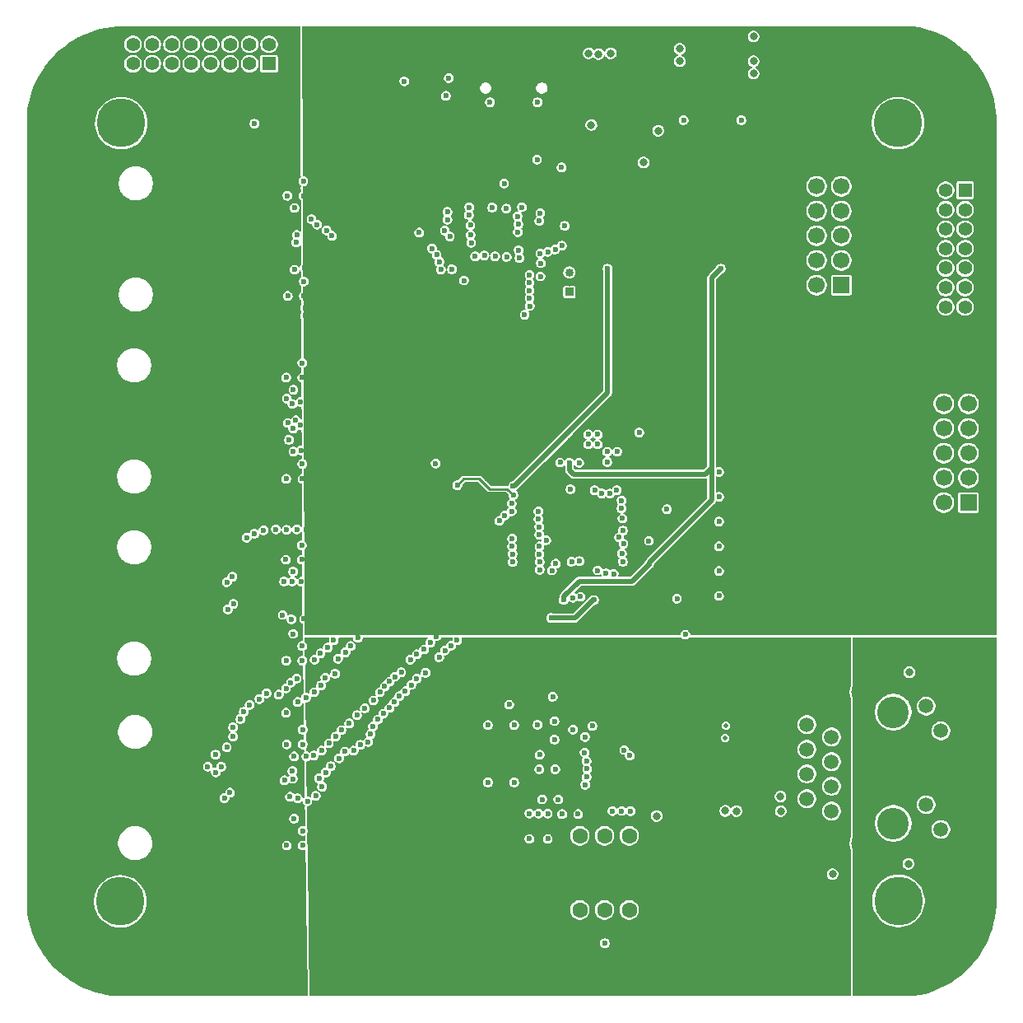
<source format=gbr>
%TF.GenerationSoftware,KiCad,Pcbnew,9.0.1*%
%TF.CreationDate,2025-07-09T12:24:18-07:00*%
%TF.ProjectId,peripheral_board_v1a,70657269-7068-4657-9261-6c5f626f6172,rev?*%
%TF.SameCoordinates,Original*%
%TF.FileFunction,Copper,L2,Inr*%
%TF.FilePolarity,Positive*%
%FSLAX46Y46*%
G04 Gerber Fmt 4.6, Leading zero omitted, Abs format (unit mm)*
G04 Created by KiCad (PCBNEW 9.0.1) date 2025-07-09 12:24:18*
%MOMM*%
%LPD*%
G01*
G04 APERTURE LIST*
%TA.AperFunction,ComponentPad*%
%ADD10R,1.700000X1.700000*%
%TD*%
%TA.AperFunction,ComponentPad*%
%ADD11C,1.700000*%
%TD*%
%TA.AperFunction,ComponentPad*%
%ADD12R,0.850000X0.850000*%
%TD*%
%TA.AperFunction,ComponentPad*%
%ADD13C,0.850000*%
%TD*%
%TA.AperFunction,ComponentPad*%
%ADD14C,5.000000*%
%TD*%
%TA.AperFunction,ComponentPad*%
%ADD15C,3.250000*%
%TD*%
%TA.AperFunction,ComponentPad*%
%ADD16C,1.520000*%
%TD*%
%TA.AperFunction,ComponentPad*%
%ADD17C,2.500000*%
%TD*%
%TA.AperFunction,ComponentPad*%
%ADD18C,1.600000*%
%TD*%
%TA.AperFunction,ComponentPad*%
%ADD19R,1.400000X1.400000*%
%TD*%
%TA.AperFunction,ComponentPad*%
%ADD20C,1.400000*%
%TD*%
%TA.AperFunction,HeatsinkPad*%
%ADD21O,1.000000X2.100000*%
%TD*%
%TA.AperFunction,HeatsinkPad*%
%ADD22O,1.000000X1.600000*%
%TD*%
%TA.AperFunction,ViaPad*%
%ADD23C,0.600000*%
%TD*%
%TA.AperFunction,ViaPad*%
%ADD24C,0.800000*%
%TD*%
%TA.AperFunction,ViaPad*%
%ADD25C,0.460000*%
%TD*%
%TA.AperFunction,Conductor*%
%ADD26C,0.508000*%
%TD*%
%TA.AperFunction,Conductor*%
%ADD27C,0.250000*%
%TD*%
%TA.AperFunction,Conductor*%
%ADD28C,0.127000*%
%TD*%
G04 APERTURE END LIST*
D10*
%TO.N,+3V3*%
%TO.C,J2*%
X180875000Y-68950000D03*
D11*
X178335000Y-68950000D03*
%TO.N,I2C0_SCL*%
X180875000Y-66410000D03*
%TO.N,I2C1_SCL*%
X178335000Y-66410000D03*
%TO.N,I2C0_SDA*%
X180875000Y-63870000D03*
%TO.N,I2C1_SDA*%
X178335000Y-63870000D03*
%TO.N,I2C1_SCL*%
X180875000Y-61330000D03*
%TO.N,RX*%
X178335000Y-61330000D03*
%TO.N,I2C1_SDA*%
X180875000Y-58790000D03*
%TO.N,TX*%
X178335000Y-58790000D03*
%TO.N,GND*%
X180875000Y-56250000D03*
X178335000Y-56250000D03*
%TD*%
D12*
%TO.N,SWCLK*%
%TO.C,J1*%
X152900000Y-69650000D03*
D13*
%TO.N,GND*%
X152900000Y-68650000D03*
%TO.N,SWD*%
X152900000Y-67650000D03*
%TD*%
D14*
%TO.N,N/C*%
%TO.C,H4*%
X106700000Y-132300000D03*
%TD*%
%TO.N,N/C*%
%TO.C,H1*%
X106800000Y-52300000D03*
%TD*%
D10*
%TO.N,+3V3*%
%TO.C,J3*%
X193950000Y-91300000D03*
D11*
X191410000Y-91300000D03*
%TO.N,GPIO22*%
X193950000Y-88760000D03*
%TO.N,SPI0_CS1*%
X191410000Y-88760000D03*
%TO.N,GPIO23*%
X193950000Y-86220000D03*
%TO.N,STAT*%
X191410000Y-86220000D03*
%TO.N,GPIO24*%
X193950000Y-83680000D03*
%TO.N,GPIO28_ADC2*%
X191410000Y-83680000D03*
%TO.N,GPIO25*%
X193950000Y-81140000D03*
%TO.N,GPIO29_ADC3*%
X191410000Y-81140000D03*
%TO.N,GND*%
X193950000Y-78600000D03*
X191410000Y-78600000D03*
%TD*%
D15*
%TO.N,*%
%TO.C,RJ1*%
X186220000Y-124280000D03*
X186220000Y-112840000D03*
D16*
%TO.N,TX +*%
X179870000Y-123010000D03*
%TO.N,TX -*%
X177330000Y-121740000D03*
%TO.N,TCT*%
X179870000Y-120460000D03*
%TO.N,GND*%
X177330000Y-119190000D03*
X179870000Y-117930000D03*
%TO.N,RCT*%
X177330000Y-116660000D03*
%TO.N,Net-(C32-Pad2)*%
X179870000Y-115390000D03*
%TO.N,Net-(C33-Pad2)*%
X177330000Y-114120000D03*
%TO.N,Net-(RJ1-LLED+)*%
X189600000Y-122350000D03*
%TO.N,GREEN_LED*%
X191120000Y-124890000D03*
%TO.N,Net-(RJ1-RLED+)*%
X189600000Y-112230000D03*
%TO.N,YELLOW_LED*%
X191120000Y-114770000D03*
D17*
%TO.N,CGND*%
X183170000Y-126330000D03*
X183170000Y-110790000D03*
%TD*%
D18*
%TO.N,PMODE0*%
%TO.C,SW3*%
X159065000Y-133180000D03*
%TO.N,PMODE1*%
X156525000Y-133180000D03*
%TO.N,PMODE2*%
X153985000Y-133180000D03*
%TO.N,GND*%
X159065000Y-125560000D03*
X156525000Y-125560000D03*
X153985000Y-125560000D03*
%TD*%
D19*
%TO.N,+3V3*%
%TO.C,CN2*%
X193600000Y-59200000D03*
D20*
X191600000Y-59200000D03*
%TO.N,UART1_TX*%
X193600000Y-61200000D03*
%TO.N,unconnected-(CN2-Pad4)*%
X191600000Y-61200000D03*
%TO.N,UART1_RX*%
X193600000Y-63200000D03*
%TO.N,unconnected-(CN2-Pad6)*%
X191600000Y-63200000D03*
%TO.N,UART1_CTS*%
X193600000Y-65200000D03*
%TO.N,SPI1_RX*%
X191600000Y-65200000D03*
%TO.N,UART1_RTS*%
X193600000Y-67200000D03*
%TO.N,SPI1_SCK*%
X191600000Y-67200000D03*
%TO.N,unconnected-(CN2-Pad11)*%
X193600000Y-69200000D03*
%TO.N,SPI1_CS1*%
X191600000Y-69200000D03*
%TO.N,unconnected-(CN2-Pad13)*%
X193600000Y-71200000D03*
%TO.N,SPI1_TX*%
X191600000Y-71200000D03*
%TO.N,GND*%
X193600000Y-73200000D03*
X191600000Y-73200000D03*
%TD*%
D14*
%TO.N,N/C*%
%TO.C,H2*%
X186700000Y-52300000D03*
%TD*%
D19*
%TO.N,unconnected-(CN1-Pad1)*%
%TO.C,CN1*%
X122000000Y-46200000D03*
D20*
%TO.N,VEPS*%
X122000000Y-44200000D03*
%TO.N,Net-(CN1-Pad3)*%
X120000000Y-46200000D03*
%TO.N,VEPS*%
X120000000Y-44200000D03*
%TO.N,Net-(CN1-Pad5)*%
X118000000Y-46200000D03*
%TO.N,VEPS*%
X118000000Y-44200000D03*
%TO.N,Net-(CN1-Pad7)*%
X116000000Y-46200000D03*
%TO.N,VEPS*%
X116000000Y-44200000D03*
%TO.N,Net-(CN1-Pad9)*%
X114000000Y-46200000D03*
%TO.N,GND*%
X114000000Y-44200000D03*
%TO.N,Net-(CN1-Pad11)*%
X112000000Y-46200000D03*
%TO.N,GND*%
X112000000Y-44200000D03*
%TO.N,GPIO14*%
X110000000Y-46200000D03*
%TO.N,GND*%
X110000000Y-44200000D03*
%TO.N,GPIO15*%
X108000000Y-46200000D03*
%TO.N,GND*%
X108000000Y-44200000D03*
%TD*%
D21*
%TO.N,GND*%
%TO.C,J4*%
X151490000Y-49230000D03*
D22*
X151490000Y-45050000D03*
D21*
X142850000Y-49230000D03*
D22*
X142850000Y-45050000D03*
%TD*%
D14*
%TO.N,N/C*%
%TO.C,H3*%
X186750000Y-132250000D03*
%TD*%
D23*
%TO.N,GNDA*%
X154775003Y-109795001D03*
X165450000Y-118770000D03*
X161825000Y-110270002D03*
X160275000Y-120370000D03*
X160375000Y-119220000D03*
X160675002Y-116270000D03*
X158775002Y-114320000D03*
X172610000Y-118120000D03*
X159275001Y-109795001D03*
X156275000Y-109795001D03*
X157774997Y-109795001D03*
X159775002Y-114320001D03*
X157275001Y-114320000D03*
X165100000Y-116120000D03*
X164900000Y-114178000D03*
D24*
X160337500Y-123570000D03*
D23*
%TO.N,GND*%
X133750000Y-102700000D03*
X125300000Y-85950000D03*
X144050000Y-97850000D03*
X127350000Y-110100000D03*
X140550000Y-102150000D03*
X135400000Y-111200000D03*
X128750000Y-83100000D03*
X143050000Y-89500000D03*
X126600000Y-103150000D03*
X129850000Y-106700000D03*
X124480000Y-104799999D03*
X126800000Y-121450000D03*
X135650000Y-79900000D03*
X139200000Y-105050000D03*
X133300000Y-97350000D03*
X124300000Y-103300000D03*
X125700000Y-71300000D03*
X140250000Y-100450000D03*
X131700000Y-102100000D03*
X127400000Y-116800000D03*
X131050000Y-99900000D03*
X143350000Y-91950000D03*
D24*
X168050000Y-45300000D03*
D23*
X136950000Y-83750000D03*
X135600000Y-108750000D03*
X125574999Y-70070002D03*
X127850000Y-119050000D03*
X124629999Y-67370001D03*
X135650000Y-89450000D03*
X121450000Y-94150000D03*
X163120000Y-66550000D03*
X125375001Y-97169999D03*
X124050000Y-84850000D03*
X125700000Y-72100000D03*
X141350000Y-88000000D03*
X124580000Y-117400000D03*
X165060192Y-58558569D03*
X139350000Y-81000000D03*
X124500002Y-86054999D03*
X146700001Y-112070003D03*
X123400000Y-102850000D03*
X133200000Y-113600000D03*
X128700000Y-103150000D03*
X126250000Y-99400000D03*
X131850000Y-112450000D03*
X129500000Y-93500000D03*
X118300000Y-115350000D03*
X133800000Y-87650000D03*
X128050000Y-82500000D03*
X126400000Y-72950000D03*
X125525000Y-59770000D03*
X145950000Y-98050000D03*
X131500000Y-85550000D03*
X132200000Y-115900000D03*
X146850000Y-70200000D03*
X124580000Y-123800000D03*
X123000000Y-111050000D03*
X123750000Y-112900000D03*
X130150000Y-76950000D03*
X136400000Y-97650000D03*
X125600000Y-103250000D03*
X161650000Y-85600001D03*
X130950000Y-72000000D03*
X136250000Y-90000000D03*
X133350000Y-79850000D03*
X138000000Y-79700000D03*
X136850000Y-99650000D03*
X129300000Y-68900000D03*
X159570000Y-56350000D03*
X119700000Y-94900000D03*
X129250000Y-64550000D03*
X145800000Y-100950000D03*
X139550000Y-97850000D03*
X134300000Y-99650000D03*
X128750000Y-76200000D03*
X129300000Y-65650000D03*
X131600000Y-45399999D03*
X130350000Y-71450000D03*
X157818756Y-87130127D03*
X129800000Y-116900000D03*
X125474999Y-126550000D03*
X131550000Y-73000000D03*
X151375001Y-113770001D03*
X124850000Y-63800000D03*
X144525002Y-120070001D03*
X155275002Y-114276441D03*
X137650000Y-84450000D03*
X133900000Y-110200000D03*
X127350000Y-70850000D03*
X150301200Y-90201200D03*
X159949999Y-69450000D03*
X127250000Y-99400000D03*
X132150000Y-74000000D03*
X147225003Y-114170002D03*
X151950002Y-86220002D03*
X144350000Y-90850000D03*
X125800000Y-111350000D03*
X124450000Y-119700000D03*
X127350000Y-82400000D03*
X120500000Y-94500000D03*
X134250000Y-97350000D03*
X150745000Y-52100000D03*
X164650000Y-49699999D03*
X133450000Y-77700000D03*
X162038757Y-95230126D03*
D24*
X179980000Y-129490000D03*
D23*
X128850000Y-115350000D03*
X128600000Y-97150000D03*
X138100000Y-108800000D03*
X150420000Y-50145000D03*
X127900000Y-96700000D03*
X141350000Y-102950000D03*
X123800000Y-94100000D03*
X131400000Y-116200000D03*
X126550000Y-82050000D03*
X143700000Y-102950000D03*
D24*
X156600000Y-50700000D03*
D23*
X130500000Y-102200000D03*
X149799318Y-82898756D03*
X138250000Y-82450000D03*
X143050000Y-97800000D03*
X136550000Y-96850000D03*
D24*
X161887501Y-123520001D03*
D23*
X133800000Y-80850000D03*
X143100000Y-100450000D03*
X132700000Y-114300000D03*
X144250000Y-96150000D03*
X143550000Y-90200000D03*
X125435789Y-88855000D03*
X125950000Y-122000000D03*
X126600000Y-117300000D03*
X151015192Y-60378569D03*
X124150000Y-121550000D03*
X144400000Y-102250000D03*
X139200000Y-100450000D03*
X131300000Y-93500000D03*
X141400000Y-85550000D03*
X143375192Y-55053569D03*
X132200000Y-93500000D03*
X140200000Y-84350000D03*
D24*
X155899999Y-44169999D03*
D23*
X141314973Y-71100000D03*
X149850000Y-117220001D03*
X148000000Y-99830127D03*
X132450000Y-115100000D03*
X149625002Y-114144998D03*
X129250000Y-104700000D03*
X148775003Y-123270003D03*
X127600000Y-88250000D03*
X136000000Y-100550000D03*
X140000000Y-81700000D03*
X135050000Y-88800000D03*
X150478140Y-80961282D03*
X135250000Y-76800000D03*
X137950000Y-106400000D03*
X125475000Y-116150000D03*
X152308757Y-102260127D03*
X165057196Y-102278769D03*
X143025234Y-87084826D03*
X134400000Y-109700000D03*
X125850000Y-117400000D03*
X121750000Y-110900000D03*
X130150000Y-99400000D03*
X136650000Y-110050000D03*
X144400000Y-91950000D03*
X127450000Y-120500000D03*
X147850000Y-58550000D03*
X135050000Y-98900000D03*
X129300000Y-83550000D03*
X129350000Y-66550000D03*
X162080001Y-97599999D03*
X115700000Y-118450000D03*
X123600000Y-119850000D03*
X162180000Y-66550000D03*
X134900000Y-111800000D03*
X130450000Y-91050000D03*
X143500192Y-73553569D03*
X132100000Y-92700000D03*
X124500002Y-79705000D03*
X143745000Y-52150000D03*
X128600000Y-93500000D03*
X138220000Y-64353569D03*
X127350000Y-65900000D03*
X119050000Y-113550000D03*
X138450000Y-98000000D03*
X133100000Y-74550000D03*
X137500000Y-99100000D03*
X152983757Y-84980127D03*
X120000000Y-112100000D03*
X124250000Y-109800000D03*
X129800000Y-102700000D03*
X153600000Y-63000000D03*
X136400000Y-91000000D03*
X126650000Y-110800000D03*
X127300000Y-96200000D03*
X140100000Y-106500000D03*
X133000000Y-93600000D03*
X131350000Y-97350000D03*
X124950000Y-111800000D03*
X141300000Y-100450000D03*
X140950000Y-96150000D03*
X131850000Y-104700000D03*
X140500000Y-43062499D03*
X128900000Y-69800000D03*
X155450001Y-102280001D03*
X138800000Y-102750000D03*
X125850000Y-84000000D03*
X139650000Y-83800000D03*
X124850000Y-109400000D03*
X134450000Y-88250000D03*
X129850000Y-84100000D03*
X127700000Y-74750000D03*
X133400000Y-110800000D03*
X153908580Y-86250127D03*
X132050000Y-86000000D03*
X138600000Y-105700000D03*
X138230192Y-62778569D03*
X137950000Y-98500000D03*
X126550000Y-96200000D03*
X138120000Y-48000000D03*
X134550000Y-82550000D03*
X154058758Y-89980127D03*
X141550000Y-83300000D03*
X132200000Y-79650000D03*
X133850000Y-100400000D03*
X162041431Y-51172692D03*
X143250000Y-96150000D03*
X146178757Y-90530127D03*
X124629999Y-61020001D03*
X160075198Y-86379802D03*
X135700000Y-98100000D03*
X134550000Y-76000000D03*
X131000000Y-77500000D03*
X131600000Y-78200000D03*
X136000000Y-110700000D03*
X141350000Y-105450000D03*
X167500000Y-59750000D03*
X125350000Y-99450000D03*
X130250000Y-114000000D03*
X147108759Y-88650127D03*
X127650000Y-93500000D03*
X139500000Y-107200000D03*
X119400000Y-112800000D03*
X124850000Y-94050000D03*
D24*
X164250000Y-47200000D03*
D23*
X132300000Y-97400000D03*
X140750000Y-106000000D03*
X129200000Y-99350000D03*
X140500000Y-103400000D03*
X125250000Y-80950000D03*
X166600001Y-69450000D03*
X139670000Y-59900000D03*
X128800000Y-108900000D03*
X137150000Y-91400000D03*
X137550000Y-102700000D03*
X128650000Y-105450000D03*
X154465291Y-117001175D03*
X128350000Y-118400000D03*
X132750000Y-111650000D03*
X133750000Y-113000000D03*
X145225192Y-63573569D03*
X143920000Y-50145000D03*
D24*
X158450000Y-46700000D03*
D23*
X126900000Y-87500000D03*
X129650000Y-70450000D03*
X129200000Y-117600000D03*
X127300000Y-106800000D03*
X132900000Y-100400000D03*
X138300000Y-85050000D03*
X138150000Y-100450000D03*
X141550000Y-102050000D03*
X134950000Y-109200000D03*
X138100000Y-91200000D03*
X134500000Y-102100000D03*
X131950000Y-76150000D03*
X125250000Y-83350000D03*
X134200000Y-78350000D03*
X133950000Y-81800000D03*
X127800000Y-109300000D03*
X129450000Y-114700000D03*
X124750000Y-82850000D03*
X116500000Y-117200000D03*
X125425000Y-107549998D03*
X130400000Y-106050000D03*
X118300000Y-114400000D03*
X140650000Y-97750000D03*
X125800000Y-81450000D03*
X140800000Y-84950000D03*
X128250000Y-99400000D03*
X127250000Y-73850000D03*
X129400000Y-76450000D03*
X128050000Y-106200000D03*
X122700000Y-94050000D03*
X128950000Y-89750000D03*
X127150000Y-119650000D03*
X129100000Y-107350000D03*
X149575192Y-58883569D03*
X136250000Y-83000000D03*
X130400000Y-84550000D03*
X138914036Y-89880330D03*
X131950000Y-100400000D03*
X172925000Y-100875000D03*
X127025000Y-92150000D03*
X130400000Y-93500000D03*
X152100000Y-55699000D03*
X137750000Y-96350000D03*
X155230112Y-97375204D03*
X130400000Y-97350000D03*
X135950000Y-77800000D03*
X127350000Y-67500000D03*
X152908759Y-86250127D03*
X172925000Y-88150000D03*
X130950000Y-85050000D03*
X128300000Y-88950000D03*
X124479999Y-98399999D03*
X141550000Y-97850000D03*
X137100000Y-100550000D03*
X146500000Y-100250000D03*
X127850000Y-72100000D03*
X144450000Y-88800000D03*
X152234246Y-97279745D03*
X140800000Y-82600000D03*
X139050000Y-85600000D03*
X129750000Y-67800000D03*
X120499999Y-52350000D03*
X131050000Y-103000000D03*
X125650000Y-67200000D03*
X133200000Y-103300000D03*
X137200000Y-109400000D03*
X129750000Y-90450000D03*
X125800000Y-94050000D03*
X132550000Y-86500000D03*
X121000000Y-111500000D03*
X143718198Y-85161498D03*
X126700000Y-107450000D03*
X130500000Y-74700000D03*
X124400000Y-99400000D03*
X134400000Y-112400000D03*
X139700000Y-102650000D03*
X127650000Y-103150000D03*
X126850000Y-94000000D03*
X124950000Y-121700000D03*
X125420002Y-78455000D03*
X136650000Y-78450000D03*
X129450000Y-97350000D03*
X125800000Y-66250000D03*
X124800000Y-64550000D03*
X135300000Y-97300000D03*
X131150000Y-105200000D03*
X136650000Y-102350000D03*
X130700000Y-116800000D03*
X128150000Y-116050000D03*
X143950000Y-100050000D03*
X131050000Y-113150000D03*
X124400000Y-118900000D03*
X123750000Y-110400000D03*
X117650000Y-116450000D03*
X131250000Y-91800000D03*
X123550000Y-99400000D03*
X133145192Y-53303569D03*
X135400000Y-82950000D03*
X138650000Y-80200000D03*
X133200000Y-87150000D03*
X132750000Y-76950000D03*
X137200000Y-106900000D03*
X141400000Y-91850000D03*
X135500000Y-102100000D03*
X145700192Y-75253569D03*
X136550000Y-107450000D03*
X153650000Y-71699999D03*
%TO.N,Net-(U4-XO)*%
X144525002Y-114170002D03*
X151450001Y-118720002D03*
%TO.N,Net-(U4-XI{slash}CLKIN)*%
X149800001Y-118720000D03*
X147225003Y-120070001D03*
%TO.N,+1V1*%
X145260192Y-65978569D03*
X142710192Y-62778569D03*
X146410192Y-61078569D03*
X146182519Y-58496242D03*
X147600000Y-63500000D03*
%TO.N,SPI1_RX*%
X140810192Y-67328569D03*
X155800000Y-85319999D03*
%TO.N,UART1_RTS*%
X142800000Y-64600000D03*
%TO.N,SPI1_TX*%
X156798759Y-87130127D03*
X139678573Y-67350522D03*
%TO.N,UART1_CTS*%
X142750000Y-63800000D03*
%TO.N,UART1_TX*%
X138760192Y-65178569D03*
%TO.N,UART1_RX*%
X139240194Y-65818571D03*
%TO.N,SPI1_CS1*%
X154849999Y-85310000D03*
X142060192Y-68478569D03*
%TO.N,SPI1_SCK*%
X156798760Y-86080127D03*
X139528988Y-66564629D03*
%TO.N,RX*%
X142566969Y-61739804D03*
D24*
%TO.N,CGND*%
X183030000Y-129490000D03*
D23*
%TO.N,TX*%
X142584819Y-60940003D03*
%TO.N,VDDIO*%
X153908580Y-87210126D03*
X154849999Y-84290001D03*
X157818757Y-86080126D03*
X155450002Y-101320001D03*
X151008758Y-103155127D03*
X161078757Y-95230127D03*
X163961181Y-101182753D03*
X155800000Y-84300000D03*
X162933757Y-91980127D03*
%TO.N,VDDAT*%
X147138757Y-90530126D03*
X150508759Y-95180127D03*
X151950001Y-87180001D03*
X141363693Y-89513693D03*
%TO.N,LED1_0*%
X155508758Y-90030127D03*
X123924999Y-70070002D03*
X168300000Y-88150000D03*
%TO.N,LED1_1*%
X156237052Y-90361170D03*
X123875000Y-59770000D03*
X168300000Y-90700000D03*
%TO.N,LED2_0*%
X168300000Y-93250000D03*
X157058759Y-90380127D03*
X123785789Y-88855000D03*
%TO.N,LED2_1*%
X123770002Y-78455000D03*
X157774302Y-90022353D03*
X168300000Y-95800000D03*
%TO.N,LED3_0*%
X123775000Y-107549998D03*
X168300000Y-98350000D03*
X151491840Y-97577808D03*
D24*
%TO.N,TX -*%
X174610000Y-121510000D03*
X168938768Y-122991232D03*
%TO.N,TX +*%
X170090000Y-123010000D03*
X174640000Y-123010000D03*
D23*
%TO.N,SPI0_ETHER*%
X149725001Y-123270003D03*
X154675001Y-119520003D03*
%TO.N,GPIO14*%
X143210192Y-65978569D03*
%TO.N,YELLOW_LED*%
X154512949Y-115393119D03*
%TO.N,GREEN_LED*%
X153271880Y-114635002D03*
%TO.N,LED3_1*%
X123725001Y-97169999D03*
X168300000Y-100900000D03*
X151108759Y-98280127D03*
%TO.N,LED4_1*%
X123825000Y-116150000D03*
X153258758Y-101080127D03*
%TO.N,LED4_0*%
X154052303Y-100978673D03*
X123824999Y-126550000D03*
%TO.N,SPI0_MOSI*%
X154524002Y-120305622D03*
D24*
X171850000Y-47200000D03*
D23*
X149950000Y-66700000D03*
%TO.N,SPI0_SCK*%
X154725002Y-118670000D03*
X148800000Y-67900000D03*
D24*
X164250000Y-45930000D03*
D23*
%TO.N,SPI0_MISO*%
X148775002Y-125870001D03*
X148800000Y-69500006D03*
D24*
X171850000Y-45930000D03*
D23*
%TO.N,SPI0_CS1*%
X150675001Y-123270001D03*
X154663643Y-117872356D03*
X147646870Y-62684306D03*
%TO.N,RX +*%
X159107843Y-117302843D03*
D25*
X168920000Y-115510000D03*
D23*
%TO.N,RX -*%
X158542157Y-116737157D03*
D25*
X169000000Y-114220000D03*
D23*
%TO.N,GPIO15*%
X144150000Y-65900000D03*
%TO.N,SWCLK*%
X148819477Y-71099775D03*
D24*
%TO.N,+3V3*%
X187880000Y-108740000D03*
D23*
X151375001Y-115670000D03*
X150100002Y-121820001D03*
D24*
X187780000Y-128440000D03*
D23*
X137450000Y-63550000D03*
X139136307Y-87286307D03*
X125574999Y-68570000D03*
X148010192Y-60943571D03*
X151187499Y-111270001D03*
X149575192Y-56043569D03*
X164827386Y-104877386D03*
X152413869Y-62849000D03*
X125400000Y-106049999D03*
X125524998Y-58270001D03*
X125475000Y-125050000D03*
X125474999Y-114650000D03*
X149920000Y-68050000D03*
X125420000Y-87324213D03*
X150675000Y-125870002D03*
X140205192Y-49493569D03*
X152149999Y-123320001D03*
X144960192Y-60978569D03*
X156550000Y-136594314D03*
X170590000Y-52000000D03*
D24*
X171850000Y-43400000D03*
D23*
X152100000Y-56849999D03*
X125375001Y-95699999D03*
X135909999Y-48000000D03*
X164650000Y-52000000D03*
X125420002Y-76954213D03*
%TO.N,1.2A*%
X156825001Y-67250000D03*
X147108758Y-89610126D03*
%TO.N,1.2D*%
X168475000Y-67250000D03*
X152308758Y-101300127D03*
X161120002Y-97599999D03*
X152908757Y-87210127D03*
%TO.N,RST_N*%
X153008759Y-89930126D03*
X160075198Y-84100001D03*
%TO.N,Chassis_GND*%
X103625000Y-94830000D03*
X103725000Y-127370000D03*
X103800000Y-70985000D03*
X103800000Y-57445000D03*
X103625000Y-76130000D03*
X103625000Y-89670000D03*
X123875000Y-92150000D03*
X103725000Y-113830000D03*
X103625000Y-108370000D03*
%TO.N,SWD*%
X148800000Y-70300009D03*
%TO.N,I2C0_SCL*%
X140600000Y-63950000D03*
%TO.N,I2C0_SDA*%
X140079981Y-63342069D03*
%TO.N,RX1-*%
X126367157Y-62167157D03*
X146958492Y-92199999D03*
%TO.N,Net-(U6-TXEN5{slash}TXDS5_CTL)*%
X153133284Y-97381743D03*
%TO.N,I2C1_SDA*%
X140350000Y-61415066D03*
%TO.N,I2C1_SCL*%
X140350000Y-62215069D03*
%TO.N,GPIO22*%
X149900000Y-65700000D03*
D24*
%TO.N,VEPS*%
X157149999Y-45130000D03*
D23*
%TO.N,GPIO23*%
X150680952Y-65526455D03*
%TO.N,GPIO24*%
X151446842Y-65295335D03*
%TO.N,GPIO29_ADC3*%
X149905731Y-61557015D03*
%TO.N,Net-(U6-TXD5_0)*%
X153930216Y-97311705D03*
%TO.N,GPIO28_ADC2*%
X149800000Y-62350000D03*
%TO.N,GPIO25*%
X152136775Y-64890370D03*
%TO.N,Net-(U6-TXD5_2)*%
X155808758Y-98280127D03*
%TO.N,Net-(U1-RUN)*%
X148292157Y-72000000D03*
X146450000Y-66050000D03*
D24*
%TO.N,VBUS*%
X154900001Y-45130002D03*
D23*
X140500000Y-47675000D03*
X149620001Y-50145000D03*
X144719999Y-50145000D03*
%TO.N,PMODE2*%
X157327020Y-123017867D03*
%TO.N,PMODE1*%
X158271880Y-123005357D03*
%TO.N,PMODE0*%
X159184845Y-123013569D03*
%TO.N,RX1+*%
X146958492Y-91400000D03*
X126932843Y-62732843D03*
%TO.N,RX2-*%
X145699715Y-93181096D03*
X123827470Y-80602641D03*
%TO.N,RX2+*%
X146265401Y-92615410D03*
X124393156Y-81168327D03*
%TO.N,RX3+*%
X147011053Y-95000001D03*
X117667157Y-99482843D03*
%TO.N,RX4-*%
X117082843Y-118467157D03*
X147067177Y-97400000D03*
%TO.N,RX4+*%
X147067175Y-96600001D03*
X116517157Y-119032843D03*
%TO.N,TX1+*%
X128482843Y-63882843D03*
X149726704Y-92200000D03*
%TO.N,TX1-*%
X127917157Y-63317157D03*
X149726703Y-93000001D03*
%TO.N,TX2+*%
X149802236Y-93800001D03*
X124482843Y-83682843D03*
%TO.N,TX2-*%
X149802237Y-94600000D03*
X123917157Y-83117157D03*
%TO.N,TX3+*%
X117767157Y-102282843D03*
X149816001Y-95800001D03*
%TO.N,TX3-*%
X118332843Y-101717157D03*
X149816000Y-96600001D03*
%TO.N,TX4+*%
X149854121Y-97400000D03*
X117417157Y-121682843D03*
%TO.N,TX4-*%
X149854121Y-98200000D03*
X117982843Y-121117157D03*
%TO.N,RX3-*%
X147011053Y-95800000D03*
X118232843Y-98917157D03*
%TO.N,RSTn*%
X147750000Y-66150000D03*
X153800003Y-123320001D03*
%TO.N,INTn*%
X147677572Y-65353283D03*
X151750003Y-121820001D03*
%TO.N,Net-(U6-TXER5)*%
X156660527Y-98576911D03*
%TO.N,Net-(U6-TXD5_5)*%
X157458757Y-98630126D03*
%TO.N,Net-(U6-RXD5_4)*%
X158258759Y-91080127D03*
%TO.N,Net-(U6-REFCLKO)*%
X158251325Y-91887563D03*
%TO.N,Net-(U6-CRS5)*%
X158358757Y-92930127D03*
%TO.N,Net-(U6-RXDV5{slash}CRSDV5{slash}RXD5_CTL)*%
X158408758Y-94180127D03*
%TO.N,Net-(U6-RXD5_2)*%
X158005389Y-94870991D03*
%TO.N,Net-(U6-RXD5_1)*%
X158458759Y-95530126D03*
%TO.N,Net-(U6-RXC5{slash}GRXC5)*%
X158308758Y-96530127D03*
%TO.N,Net-(U6-TXC5{slash}REFCLKI5{slash}GTXC5)*%
X158408758Y-97380126D03*
D24*
%TO.N,SPI0_CS0*%
X164250000Y-44670000D03*
D23*
X148800000Y-68700003D03*
D24*
%TO.N,STAT*%
X155155000Y-52480000D03*
D23*
X147576961Y-61887364D03*
D24*
%TO.N,VOUT*%
X162041431Y-53072692D03*
X160530000Y-56350000D03*
X155899999Y-45200000D03*
%TD*%
D26*
%TO.N,VDDIO*%
X151008758Y-103155127D02*
X153507143Y-103155127D01*
X153507143Y-103155127D02*
X155342269Y-101320001D01*
X155342269Y-101320001D02*
X155450002Y-101320001D01*
D27*
%TO.N,VDDAT*%
X144668829Y-89904127D02*
X146512758Y-89904127D01*
X146512758Y-89904127D02*
X147138757Y-90530126D01*
X143638702Y-88874000D02*
X144668829Y-89904127D01*
X141363693Y-89513693D02*
X142003386Y-88874000D01*
X142003386Y-88874000D02*
X143638702Y-88874000D01*
D28*
%TO.N,RX +*%
X168920000Y-115510000D02*
X168930000Y-115500000D01*
%TO.N,RX -*%
X169024507Y-114244508D02*
X169064508Y-114244508D01*
X169000000Y-114220000D02*
X169024507Y-114244508D01*
X168975492Y-114244508D02*
X169000000Y-114220000D01*
D26*
%TO.N,1.2A*%
X156825001Y-80001617D02*
X147216492Y-89610126D01*
X156825001Y-67250000D02*
X156825001Y-80001617D01*
X147216492Y-89610126D02*
X147108758Y-89610126D01*
%TO.N,1.2D*%
X159334875Y-99385126D02*
X161120002Y-97599999D01*
X167545000Y-91067268D02*
X161120002Y-97492266D01*
X153886027Y-99385126D02*
X159334875Y-99385126D01*
X153350000Y-88400000D02*
X166845000Y-88400000D01*
X152908757Y-87210127D02*
X152908757Y-87958757D01*
X167545000Y-68180000D02*
X167545000Y-87700000D01*
X152308758Y-101300127D02*
X152308758Y-100962395D01*
X166845000Y-88400000D02*
X167545000Y-87700000D01*
X168475000Y-67250000D02*
X167545000Y-68180000D01*
X152308758Y-100962395D02*
X153886027Y-99385126D01*
X152908757Y-87958757D02*
X153350000Y-88400000D01*
X161120002Y-97492266D02*
X161120002Y-97599999D01*
X167545000Y-87700000D02*
X167545000Y-91067268D01*
%TD*%
%TA.AperFunction,Conductor*%
%TO.N,GND*%
G36*
X188316528Y-42367707D02*
G01*
X188327169Y-42368622D01*
X188892770Y-42466541D01*
X188896421Y-42467287D01*
X189470006Y-42602303D01*
X189473600Y-42603264D01*
X190038078Y-42772290D01*
X190041622Y-42773467D01*
X190595034Y-42975915D01*
X190598466Y-42977288D01*
X191138802Y-43212428D01*
X191142173Y-43214017D01*
X191667474Y-43480993D01*
X191670751Y-43482784D01*
X192179178Y-43780660D01*
X192182316Y-43782627D01*
X192672045Y-44110335D01*
X192675069Y-44112491D01*
X192990367Y-44351927D01*
X193144375Y-44468880D01*
X193147280Y-44471227D01*
X193594436Y-44854984D01*
X193597164Y-44857469D01*
X194020631Y-45267272D01*
X194023234Y-45269947D01*
X194415884Y-45698216D01*
X194421435Y-45704270D01*
X194423876Y-45707097D01*
X194795437Y-46164439D01*
X194797704Y-46167406D01*
X195141290Y-46646123D01*
X195143376Y-46649221D01*
X195457753Y-47147596D01*
X195459650Y-47150812D01*
X195743711Y-47667087D01*
X195745412Y-47670411D01*
X195998124Y-48202713D01*
X195999624Y-48206133D01*
X196220098Y-48752581D01*
X196221391Y-48756084D01*
X196408834Y-49314723D01*
X196409916Y-49318297D01*
X196563665Y-49887140D01*
X196564531Y-49890773D01*
X196684030Y-50467774D01*
X196684678Y-50471452D01*
X196769505Y-51054567D01*
X196769932Y-51058277D01*
X196819782Y-51645410D01*
X196819987Y-51649138D01*
X196834673Y-52237754D01*
X196834692Y-52239313D01*
X196834692Y-52240381D01*
X196834691Y-52240689D01*
X196834474Y-52284708D01*
X196834692Y-52286974D01*
X196834692Y-104887500D01*
X196816386Y-104931694D01*
X196772192Y-104950000D01*
X165390386Y-104950000D01*
X165346192Y-104931694D01*
X165327886Y-104887500D01*
X165327886Y-104811495D01*
X165327884Y-104811487D01*
X165293779Y-104684203D01*
X165293778Y-104684200D01*
X165227886Y-104570072D01*
X165227884Y-104570070D01*
X165227881Y-104570066D01*
X165134705Y-104476890D01*
X165134701Y-104476887D01*
X165134700Y-104476886D01*
X165077636Y-104443940D01*
X165020571Y-104410993D01*
X165020568Y-104410992D01*
X164893284Y-104376887D01*
X164893279Y-104376886D01*
X164893278Y-104376886D01*
X164761494Y-104376886D01*
X164761493Y-104376886D01*
X164761487Y-104376887D01*
X164634203Y-104410992D01*
X164634200Y-104410993D01*
X164520070Y-104476887D01*
X164520066Y-104476890D01*
X164426890Y-104570066D01*
X164426887Y-104570070D01*
X164360993Y-104684200D01*
X164360992Y-104684203D01*
X164326887Y-104811487D01*
X164326886Y-104811495D01*
X164326886Y-104887500D01*
X164308580Y-104931694D01*
X164264386Y-104950000D01*
X125712261Y-104950000D01*
X125668067Y-104931694D01*
X125649761Y-104887740D01*
X125642849Y-103089236D01*
X150508258Y-103089236D01*
X150508258Y-103221017D01*
X150508259Y-103221025D01*
X150542364Y-103348309D01*
X150542365Y-103348312D01*
X150608259Y-103462442D01*
X150608262Y-103462446D01*
X150701438Y-103555622D01*
X150701442Y-103555625D01*
X150701444Y-103555627D01*
X150809479Y-103618001D01*
X150815572Y-103621519D01*
X150815575Y-103621520D01*
X150893470Y-103642391D01*
X150942866Y-103655627D01*
X150942867Y-103655627D01*
X151074649Y-103655627D01*
X151074650Y-103655627D01*
X151201944Y-103621519D01*
X151201946Y-103621518D01*
X151208038Y-103618001D01*
X151239289Y-103609627D01*
X153443466Y-103609627D01*
X153443482Y-103609628D01*
X153447307Y-103609628D01*
X153566979Y-103609628D01*
X153658145Y-103585199D01*
X153658146Y-103585199D01*
X153682571Y-103578655D01*
X153682571Y-103578654D01*
X153682574Y-103578654D01*
X153786213Y-103518818D01*
X153870834Y-103434197D01*
X153870834Y-103434195D01*
X153875975Y-103429055D01*
X153875978Y-103429050D01*
X155466223Y-101838807D01*
X155510417Y-101820501D01*
X155515893Y-101820501D01*
X155515894Y-101820501D01*
X155643188Y-101786393D01*
X155757316Y-101720501D01*
X155850502Y-101627315D01*
X155916394Y-101513187D01*
X155950502Y-101385893D01*
X155950502Y-101254109D01*
X155937963Y-101207314D01*
X155916964Y-101128941D01*
X155916740Y-101128108D01*
X155916394Y-101126815D01*
X155910648Y-101116862D01*
X163460681Y-101116862D01*
X163460681Y-101248643D01*
X163460682Y-101248651D01*
X163494787Y-101375935D01*
X163494788Y-101375938D01*
X163520699Y-101420816D01*
X163554391Y-101479173D01*
X163560682Y-101490068D01*
X163560685Y-101490072D01*
X163653861Y-101583248D01*
X163653865Y-101583251D01*
X163653867Y-101583253D01*
X163767995Y-101649145D01*
X163767998Y-101649146D01*
X163845893Y-101670017D01*
X163895289Y-101683253D01*
X163895290Y-101683253D01*
X164027072Y-101683253D01*
X164027073Y-101683253D01*
X164154367Y-101649145D01*
X164268495Y-101583253D01*
X164361681Y-101490067D01*
X164427573Y-101375939D01*
X164461681Y-101248645D01*
X164461681Y-101116861D01*
X164433768Y-101012687D01*
X164427574Y-100989570D01*
X164427573Y-100989567D01*
X164361681Y-100875439D01*
X164361679Y-100875437D01*
X164361676Y-100875433D01*
X164320352Y-100834109D01*
X167799500Y-100834109D01*
X167799500Y-100965890D01*
X167799501Y-100965898D01*
X167833606Y-101093182D01*
X167833607Y-101093185D01*
X167833608Y-101093186D01*
X167879029Y-101171858D01*
X167899501Y-101207315D01*
X167899504Y-101207319D01*
X167992680Y-101300495D01*
X167992684Y-101300498D01*
X167992686Y-101300500D01*
X168106164Y-101366017D01*
X168106814Y-101366392D01*
X168106817Y-101366393D01*
X168179586Y-101385891D01*
X168234108Y-101400500D01*
X168234109Y-101400500D01*
X168365891Y-101400500D01*
X168365892Y-101400500D01*
X168493186Y-101366392D01*
X168607314Y-101300500D01*
X168700500Y-101207314D01*
X168766392Y-101093186D01*
X168800500Y-100965892D01*
X168800500Y-100834108D01*
X168786606Y-100782253D01*
X168766393Y-100706817D01*
X168766392Y-100706814D01*
X168758020Y-100692314D01*
X168700500Y-100592686D01*
X168700498Y-100592684D01*
X168700495Y-100592680D01*
X168607319Y-100499504D01*
X168607315Y-100499501D01*
X168607314Y-100499500D01*
X168550250Y-100466554D01*
X168493185Y-100433607D01*
X168493182Y-100433606D01*
X168365898Y-100399501D01*
X168365893Y-100399500D01*
X168365892Y-100399500D01*
X168234108Y-100399500D01*
X168234107Y-100399500D01*
X168234101Y-100399501D01*
X168106817Y-100433606D01*
X168106814Y-100433607D01*
X167992684Y-100499501D01*
X167992680Y-100499504D01*
X167899504Y-100592680D01*
X167899501Y-100592684D01*
X167833607Y-100706814D01*
X167833606Y-100706817D01*
X167799501Y-100834101D01*
X167799500Y-100834109D01*
X164320352Y-100834109D01*
X164268500Y-100782257D01*
X164268496Y-100782254D01*
X164268495Y-100782253D01*
X164179638Y-100730951D01*
X164154366Y-100716360D01*
X164154363Y-100716359D01*
X164027079Y-100682254D01*
X164027074Y-100682253D01*
X164027073Y-100682253D01*
X163895289Y-100682253D01*
X163895288Y-100682253D01*
X163895282Y-100682254D01*
X163767998Y-100716359D01*
X163767995Y-100716360D01*
X163653865Y-100782254D01*
X163653861Y-100782257D01*
X163560685Y-100875433D01*
X163560682Y-100875437D01*
X163494788Y-100989567D01*
X163494787Y-100989570D01*
X163460682Y-101116854D01*
X163460681Y-101116862D01*
X155910648Y-101116862D01*
X155850502Y-101012687D01*
X155850500Y-101012685D01*
X155850497Y-101012681D01*
X155757321Y-100919505D01*
X155757317Y-100919502D01*
X155757316Y-100919501D01*
X155643190Y-100853610D01*
X155643187Y-100853608D01*
X155643184Y-100853607D01*
X155515900Y-100819502D01*
X155515895Y-100819501D01*
X155515894Y-100819501D01*
X155384110Y-100819501D01*
X155384109Y-100819501D01*
X155384103Y-100819502D01*
X155256819Y-100853607D01*
X155256812Y-100853610D01*
X155203320Y-100884493D01*
X155188250Y-100890736D01*
X155166838Y-100896474D01*
X155063197Y-100956311D01*
X155063193Y-100956314D01*
X154978578Y-101040931D01*
X154978576Y-101040933D01*
X153337189Y-102682321D01*
X153292995Y-102700627D01*
X151239289Y-102700627D01*
X151208038Y-102692253D01*
X151201946Y-102688735D01*
X151201943Y-102688734D01*
X151074656Y-102654628D01*
X151074651Y-102654627D01*
X151074650Y-102654627D01*
X150942866Y-102654627D01*
X150942865Y-102654627D01*
X150942859Y-102654628D01*
X150815575Y-102688733D01*
X150815572Y-102688734D01*
X150701442Y-102754628D01*
X150701438Y-102754631D01*
X150608262Y-102847807D01*
X150608259Y-102847811D01*
X150542365Y-102961941D01*
X150542364Y-102961944D01*
X150508259Y-103089228D01*
X150508258Y-103089236D01*
X125642849Y-103089236D01*
X125642834Y-103085379D01*
X125636374Y-101404640D01*
X125616275Y-96174949D01*
X125634411Y-96130687D01*
X125647519Y-96120588D01*
X125682315Y-96100499D01*
X125775501Y-96007313D01*
X125841393Y-95893185D01*
X125875501Y-95765891D01*
X125875501Y-95634107D01*
X125841393Y-95506813D01*
X125775501Y-95392685D01*
X125775499Y-95392683D01*
X125775496Y-95392679D01*
X125682320Y-95299503D01*
X125682314Y-95299498D01*
X125643866Y-95277300D01*
X125614746Y-95239350D01*
X125612618Y-95223426D01*
X125611506Y-94934110D01*
X146510553Y-94934110D01*
X146510553Y-95065891D01*
X146510554Y-95065899D01*
X146544659Y-95193183D01*
X146544660Y-95193186D01*
X146571313Y-95239350D01*
X146610553Y-95307315D01*
X146659044Y-95355806D01*
X146677350Y-95399999D01*
X146659045Y-95444193D01*
X146639012Y-95464227D01*
X146610553Y-95492686D01*
X146544660Y-95606814D01*
X146544659Y-95606817D01*
X146510554Y-95734101D01*
X146510553Y-95734109D01*
X146510553Y-95865890D01*
X146510554Y-95865898D01*
X146544659Y-95993182D01*
X146544660Y-95993185D01*
X146552188Y-96006223D01*
X146606618Y-96100499D01*
X146610554Y-96107315D01*
X146610557Y-96107319D01*
X146687105Y-96183867D01*
X146705411Y-96228061D01*
X146687107Y-96272253D01*
X146666676Y-96292685D01*
X146600782Y-96406815D01*
X146600781Y-96406818D01*
X146566676Y-96534102D01*
X146566675Y-96534110D01*
X146566675Y-96665891D01*
X146566676Y-96665899D01*
X146600781Y-96793183D01*
X146600782Y-96793186D01*
X146611186Y-96811206D01*
X146666675Y-96907315D01*
X146715167Y-96955807D01*
X146733473Y-97000000D01*
X146715168Y-97044194D01*
X146696110Y-97063253D01*
X146666677Y-97092686D01*
X146600784Y-97206814D01*
X146600783Y-97206817D01*
X146566678Y-97334101D01*
X146566677Y-97334109D01*
X146566677Y-97465890D01*
X146566678Y-97465898D01*
X146600783Y-97593182D01*
X146600784Y-97593185D01*
X146624653Y-97634526D01*
X146662607Y-97700265D01*
X146666678Y-97707315D01*
X146666681Y-97707319D01*
X146759857Y-97800495D01*
X146759861Y-97800498D01*
X146759863Y-97800500D01*
X146844735Y-97849501D01*
X146873991Y-97866392D01*
X146873994Y-97866393D01*
X146943893Y-97885122D01*
X147001285Y-97900500D01*
X147001286Y-97900500D01*
X147133068Y-97900500D01*
X147133069Y-97900500D01*
X147260363Y-97866392D01*
X147374491Y-97800500D01*
X147467677Y-97707314D01*
X147533569Y-97593186D01*
X147567677Y-97465892D01*
X147567677Y-97334108D01*
X147535279Y-97213196D01*
X147533570Y-97206817D01*
X147533569Y-97206814D01*
X147516534Y-97177309D01*
X147467677Y-97092686D01*
X147419183Y-97044192D01*
X147400878Y-97000000D01*
X147419183Y-96955806D01*
X147467675Y-96907315D01*
X147533567Y-96793187D01*
X147567675Y-96665893D01*
X147567675Y-96534109D01*
X147548953Y-96464236D01*
X147533568Y-96406818D01*
X147533567Y-96406815D01*
X147467675Y-96292687D01*
X147467673Y-96292685D01*
X147467670Y-96292681D01*
X147391122Y-96216133D01*
X147372816Y-96171939D01*
X147391122Y-96127745D01*
X147411549Y-96107318D01*
X147411549Y-96107317D01*
X147411553Y-96107314D01*
X147477445Y-95993186D01*
X147511553Y-95865892D01*
X147511553Y-95734108D01*
X147477445Y-95606814D01*
X147411553Y-95492686D01*
X147363060Y-95444193D01*
X147344755Y-95400001D01*
X147363058Y-95355808D01*
X147411553Y-95307315D01*
X147477445Y-95193187D01*
X147511553Y-95065893D01*
X147511553Y-94934109D01*
X147495127Y-94872807D01*
X147477446Y-94806818D01*
X147477445Y-94806815D01*
X147461750Y-94779631D01*
X147411553Y-94692687D01*
X147411551Y-94692685D01*
X147411548Y-94692681D01*
X147318372Y-94599505D01*
X147318368Y-94599502D01*
X147318367Y-94599501D01*
X147256308Y-94563671D01*
X147204238Y-94533608D01*
X147204235Y-94533607D01*
X147076951Y-94499502D01*
X147076946Y-94499501D01*
X147076945Y-94499501D01*
X146945161Y-94499501D01*
X146945160Y-94499501D01*
X146945154Y-94499502D01*
X146817870Y-94533607D01*
X146817867Y-94533608D01*
X146703737Y-94599502D01*
X146703733Y-94599505D01*
X146610557Y-94692681D01*
X146610554Y-94692685D01*
X146544660Y-94806815D01*
X146544659Y-94806818D01*
X146510554Y-94934102D01*
X146510553Y-94934110D01*
X125611506Y-94934110D01*
X125590421Y-89447802D01*
X140863193Y-89447802D01*
X140863193Y-89579583D01*
X140863194Y-89579591D01*
X140897299Y-89706875D01*
X140897300Y-89706878D01*
X140930247Y-89763943D01*
X140957126Y-89810499D01*
X140963194Y-89821008D01*
X140963197Y-89821012D01*
X141056373Y-89914188D01*
X141056377Y-89914191D01*
X141056379Y-89914193D01*
X141136881Y-89960671D01*
X141170507Y-89980085D01*
X141170510Y-89980086D01*
X141229963Y-89996016D01*
X141297801Y-90014193D01*
X141297802Y-90014193D01*
X141429584Y-90014193D01*
X141429585Y-90014193D01*
X141556879Y-89980085D01*
X141671007Y-89914193D01*
X141764193Y-89821007D01*
X141830085Y-89706879D01*
X141864193Y-89579585D01*
X141864193Y-89499407D01*
X141882499Y-89455213D01*
X142119906Y-89217806D01*
X142164100Y-89199500D01*
X143477987Y-89199500D01*
X143522181Y-89217806D01*
X144406176Y-90101800D01*
X144406181Y-90101806D01*
X144408364Y-90103989D01*
X144468967Y-90164592D01*
X144487730Y-90175425D01*
X144506493Y-90186258D01*
X144506494Y-90186258D01*
X144543191Y-90207445D01*
X144581982Y-90217839D01*
X144625971Y-90229627D01*
X144625977Y-90229628D01*
X144715507Y-90229628D01*
X144715523Y-90229627D01*
X146352043Y-90229627D01*
X146396237Y-90247933D01*
X146619951Y-90471647D01*
X146638257Y-90515841D01*
X146638257Y-90596016D01*
X146638258Y-90596024D01*
X146672363Y-90723308D01*
X146672364Y-90723311D01*
X146672365Y-90723312D01*
X146738257Y-90837440D01*
X146751529Y-90850712D01*
X146769836Y-90894905D01*
X146751532Y-90939100D01*
X146738587Y-90949033D01*
X146651178Y-90999499D01*
X146651172Y-90999504D01*
X146557996Y-91092680D01*
X146557993Y-91092684D01*
X146492099Y-91206814D01*
X146492098Y-91206817D01*
X146457993Y-91334101D01*
X146457992Y-91334109D01*
X146457992Y-91465890D01*
X146457993Y-91465898D01*
X146492098Y-91593182D01*
X146492099Y-91593185D01*
X146525046Y-91650250D01*
X146557992Y-91707314D01*
X146606483Y-91755805D01*
X146624789Y-91799998D01*
X146606484Y-91844192D01*
X146557997Y-91892680D01*
X146557992Y-91892685D01*
X146492099Y-92006813D01*
X146492099Y-92006815D01*
X146470479Y-92087500D01*
X146441358Y-92125450D01*
X146393933Y-92131694D01*
X146331293Y-92114910D01*
X146199509Y-92114910D01*
X146199508Y-92114910D01*
X146199502Y-92114911D01*
X146072218Y-92149016D01*
X146072215Y-92149017D01*
X145958085Y-92214911D01*
X145958081Y-92214914D01*
X145864905Y-92308090D01*
X145864902Y-92308094D01*
X145799008Y-92422224D01*
X145799007Y-92422227D01*
X145764902Y-92549511D01*
X145764901Y-92549519D01*
X145764901Y-92618096D01*
X145746595Y-92662290D01*
X145702401Y-92680596D01*
X145633823Y-92680596D01*
X145633822Y-92680596D01*
X145633816Y-92680597D01*
X145506532Y-92714702D01*
X145506529Y-92714703D01*
X145392399Y-92780597D01*
X145392395Y-92780600D01*
X145299219Y-92873776D01*
X145299216Y-92873780D01*
X145233322Y-92987910D01*
X145233321Y-92987913D01*
X145199216Y-93115197D01*
X145199215Y-93115205D01*
X145199215Y-93246986D01*
X145199216Y-93246994D01*
X145233321Y-93374278D01*
X145233322Y-93374281D01*
X145299216Y-93488411D01*
X145299219Y-93488415D01*
X145392395Y-93581591D01*
X145392399Y-93581594D01*
X145392401Y-93581596D01*
X145506529Y-93647488D01*
X145506532Y-93647489D01*
X145584427Y-93668360D01*
X145633823Y-93681596D01*
X145633824Y-93681596D01*
X145765606Y-93681596D01*
X145765607Y-93681596D01*
X145892901Y-93647488D01*
X146007029Y-93581596D01*
X146100215Y-93488410D01*
X146166107Y-93374282D01*
X146200215Y-93246988D01*
X146200215Y-93178410D01*
X146218521Y-93134216D01*
X146262715Y-93115910D01*
X146331292Y-93115910D01*
X146331293Y-93115910D01*
X146458587Y-93081802D01*
X146572715Y-93015910D01*
X146654515Y-92934110D01*
X149226203Y-92934110D01*
X149226203Y-93065891D01*
X149226204Y-93065899D01*
X149260309Y-93193183D01*
X149260310Y-93193186D01*
X149326204Y-93307316D01*
X149326207Y-93307320D01*
X149412460Y-93393573D01*
X149430766Y-93437767D01*
X149412463Y-93481958D01*
X149401737Y-93492684D01*
X149335843Y-93606815D01*
X149335842Y-93606818D01*
X149301737Y-93734102D01*
X149301736Y-93734110D01*
X149301736Y-93865891D01*
X149301737Y-93865899D01*
X149335842Y-93993183D01*
X149335843Y-93993186D01*
X149335844Y-93993187D01*
X149401736Y-94107315D01*
X149450227Y-94155806D01*
X149468533Y-94199999D01*
X149450228Y-94244194D01*
X149401738Y-94292684D01*
X149335844Y-94406814D01*
X149335843Y-94406817D01*
X149301738Y-94534101D01*
X149301737Y-94534109D01*
X149301737Y-94665890D01*
X149301738Y-94665898D01*
X149335843Y-94793182D01*
X149335844Y-94793185D01*
X149401738Y-94907315D01*
X149401741Y-94907319D01*
X149494917Y-95000495D01*
X149494921Y-95000498D01*
X149494923Y-95000500D01*
X149604447Y-95063734D01*
X149609051Y-95066392D01*
X149609054Y-95066393D01*
X149666943Y-95081904D01*
X149736345Y-95100500D01*
X149736346Y-95100500D01*
X149868128Y-95100500D01*
X149868129Y-95100500D01*
X149906282Y-95090277D01*
X149929583Y-95084034D01*
X149937885Y-95085126D01*
X149945617Y-95081904D01*
X149960766Y-95088138D01*
X149977009Y-95090277D01*
X149982108Y-95096922D01*
X149989853Y-95100110D01*
X149996112Y-95115174D01*
X150006129Y-95128228D01*
X150008259Y-95144262D01*
X150008259Y-95246019D01*
X150008491Y-95246887D01*
X150008503Y-95251832D01*
X150000811Y-95270521D01*
X149995573Y-95290041D01*
X149991907Y-95292155D01*
X149990297Y-95296068D01*
X149971641Y-95303844D01*
X149954137Y-95313942D01*
X149948335Y-95313560D01*
X149946145Y-95314474D01*
X149943087Y-95313215D01*
X149929827Y-95312344D01*
X149881899Y-95299502D01*
X149881894Y-95299501D01*
X149881893Y-95299501D01*
X149750109Y-95299501D01*
X149750108Y-95299501D01*
X149750102Y-95299502D01*
X149622818Y-95333607D01*
X149622815Y-95333608D01*
X149508685Y-95399502D01*
X149508681Y-95399505D01*
X149415505Y-95492681D01*
X149415502Y-95492685D01*
X149349608Y-95606815D01*
X149349607Y-95606818D01*
X149315502Y-95734102D01*
X149315501Y-95734110D01*
X149315501Y-95865891D01*
X149315502Y-95865899D01*
X149349607Y-95993183D01*
X149349608Y-95993186D01*
X149367923Y-96024908D01*
X149415500Y-96107314D01*
X149415502Y-96107316D01*
X149415505Y-96107320D01*
X149463991Y-96155806D01*
X149482297Y-96200000D01*
X149463992Y-96244193D01*
X149415501Y-96292685D01*
X149349607Y-96406815D01*
X149349606Y-96406818D01*
X149315501Y-96534102D01*
X149315500Y-96534110D01*
X149315500Y-96665891D01*
X149315501Y-96665899D01*
X149349606Y-96793183D01*
X149349607Y-96793186D01*
X149360011Y-96811206D01*
X149400447Y-96881243D01*
X149415501Y-96907316D01*
X149483051Y-96974866D01*
X149501357Y-97019060D01*
X149483053Y-97063253D01*
X149453621Y-97092686D01*
X149387728Y-97206814D01*
X149387727Y-97206817D01*
X149353622Y-97334101D01*
X149353621Y-97334109D01*
X149353621Y-97465890D01*
X149353622Y-97465898D01*
X149387727Y-97593182D01*
X149387728Y-97593185D01*
X149411597Y-97634526D01*
X149449551Y-97700265D01*
X149453622Y-97707315D01*
X149453625Y-97707319D01*
X149502112Y-97755806D01*
X149520418Y-97800000D01*
X149502112Y-97844194D01*
X149453625Y-97892680D01*
X149453622Y-97892684D01*
X149387728Y-98006814D01*
X149387727Y-98006817D01*
X149353622Y-98134101D01*
X149353621Y-98134109D01*
X149353621Y-98265890D01*
X149353622Y-98265898D01*
X149387727Y-98393182D01*
X149387728Y-98393185D01*
X149387729Y-98393186D01*
X149433990Y-98473313D01*
X149453622Y-98507315D01*
X149453625Y-98507319D01*
X149546801Y-98600495D01*
X149546805Y-98600498D01*
X149546807Y-98600500D01*
X149645213Y-98657315D01*
X149660935Y-98666392D01*
X149660938Y-98666393D01*
X149714054Y-98680625D01*
X149788229Y-98700500D01*
X149788230Y-98700500D01*
X149920012Y-98700500D01*
X149920013Y-98700500D01*
X150047307Y-98666392D01*
X150161435Y-98600500D01*
X150254621Y-98507314D01*
X150320513Y-98393186D01*
X150354621Y-98265892D01*
X150354621Y-98214236D01*
X150608259Y-98214236D01*
X150608259Y-98346017D01*
X150608260Y-98346025D01*
X150642365Y-98473309D01*
X150642366Y-98473312D01*
X150661998Y-98507315D01*
X150694860Y-98564234D01*
X150708260Y-98587442D01*
X150708263Y-98587446D01*
X150801439Y-98680622D01*
X150801443Y-98680625D01*
X150801445Y-98680627D01*
X150864762Y-98717183D01*
X150915573Y-98746519D01*
X150915576Y-98746520D01*
X150930430Y-98750500D01*
X151042867Y-98780627D01*
X151042868Y-98780627D01*
X151174650Y-98780627D01*
X151174651Y-98780627D01*
X151301945Y-98746519D01*
X151416073Y-98680627D01*
X151509259Y-98587441D01*
X151575151Y-98473313D01*
X151609259Y-98346019D01*
X151609259Y-98214235D01*
X151599125Y-98176415D01*
X151588002Y-98134901D01*
X151594245Y-98087475D01*
X151632195Y-98058355D01*
X151685026Y-98044200D01*
X151799154Y-97978308D01*
X151892340Y-97885122D01*
X151958232Y-97770994D01*
X151992340Y-97643700D01*
X151992340Y-97511916D01*
X151975116Y-97447633D01*
X151958233Y-97384625D01*
X151958232Y-97384622D01*
X151940158Y-97353317D01*
X151931456Y-97338245D01*
X151918528Y-97315852D01*
X152632784Y-97315852D01*
X152632784Y-97447633D01*
X152632785Y-97447641D01*
X152666890Y-97574925D01*
X152666891Y-97574928D01*
X152690731Y-97616219D01*
X152731853Y-97687445D01*
X152732785Y-97689058D01*
X152732788Y-97689062D01*
X152825964Y-97782238D01*
X152825968Y-97782241D01*
X152825970Y-97782243D01*
X152880516Y-97813735D01*
X152940098Y-97848135D01*
X152940101Y-97848136D01*
X153008235Y-97866392D01*
X153067392Y-97882243D01*
X153067393Y-97882243D01*
X153199175Y-97882243D01*
X153199176Y-97882243D01*
X153326470Y-97848135D01*
X153440598Y-97782243D01*
X153522576Y-97700264D01*
X153566767Y-97681960D01*
X153610962Y-97700265D01*
X153610962Y-97700266D01*
X153622896Y-97712200D01*
X153622900Y-97712203D01*
X153622902Y-97712205D01*
X153724726Y-97770993D01*
X153737030Y-97778097D01*
X153737033Y-97778098D01*
X153752503Y-97782243D01*
X153864324Y-97812205D01*
X153864325Y-97812205D01*
X153996107Y-97812205D01*
X153996108Y-97812205D01*
X154123402Y-97778097D01*
X154237530Y-97712205D01*
X154330716Y-97619019D01*
X154396608Y-97504891D01*
X154430716Y-97377597D01*
X154430716Y-97245813D01*
X154412360Y-97177308D01*
X154396609Y-97118522D01*
X154396608Y-97118519D01*
X154372815Y-97077309D01*
X154330716Y-97004391D01*
X154330714Y-97004389D01*
X154330711Y-97004385D01*
X154237535Y-96911209D01*
X154237531Y-96911206D01*
X154237530Y-96911205D01*
X154180466Y-96878259D01*
X154123401Y-96845312D01*
X154123398Y-96845311D01*
X153996114Y-96811206D01*
X153996109Y-96811205D01*
X153996108Y-96811205D01*
X153864324Y-96811205D01*
X153864323Y-96811205D01*
X153864317Y-96811206D01*
X153737033Y-96845311D01*
X153737030Y-96845312D01*
X153622900Y-96911206D01*
X153622896Y-96911209D01*
X153540924Y-96993181D01*
X153496730Y-97011487D01*
X153452536Y-96993181D01*
X153440598Y-96981243D01*
X153343335Y-96925088D01*
X153326469Y-96915350D01*
X153326466Y-96915349D01*
X153199182Y-96881244D01*
X153199177Y-96881243D01*
X153199176Y-96881243D01*
X153067392Y-96881243D01*
X153067391Y-96881243D01*
X153067385Y-96881244D01*
X152940101Y-96915349D01*
X152940098Y-96915350D01*
X152825968Y-96981244D01*
X152825964Y-96981247D01*
X152732788Y-97074423D01*
X152732785Y-97074427D01*
X152666891Y-97188557D01*
X152666890Y-97188560D01*
X152632785Y-97315844D01*
X152632784Y-97315852D01*
X151918528Y-97315852D01*
X151892342Y-97270497D01*
X151892335Y-97270488D01*
X151799159Y-97177312D01*
X151799155Y-97177309D01*
X151799154Y-97177308D01*
X151742090Y-97144362D01*
X151685025Y-97111415D01*
X151685022Y-97111414D01*
X151557738Y-97077309D01*
X151557733Y-97077308D01*
X151557732Y-97077308D01*
X151425948Y-97077308D01*
X151425947Y-97077308D01*
X151425941Y-97077309D01*
X151298657Y-97111414D01*
X151298654Y-97111415D01*
X151184524Y-97177309D01*
X151184520Y-97177312D01*
X151091344Y-97270488D01*
X151091341Y-97270492D01*
X151025447Y-97384622D01*
X151025446Y-97384625D01*
X150991341Y-97511909D01*
X150991340Y-97511917D01*
X150991340Y-97643698D01*
X150991341Y-97643706D01*
X151012596Y-97723033D01*
X151006352Y-97770459D01*
X150968402Y-97799579D01*
X150915576Y-97813733D01*
X150915573Y-97813734D01*
X150801443Y-97879628D01*
X150801439Y-97879631D01*
X150708263Y-97972807D01*
X150708260Y-97972811D01*
X150642366Y-98086941D01*
X150642365Y-98086944D01*
X150608260Y-98214228D01*
X150608259Y-98214236D01*
X150354621Y-98214236D01*
X150354621Y-98134108D01*
X150336964Y-98068211D01*
X150320514Y-98006817D01*
X150320513Y-98006814D01*
X150287423Y-97949501D01*
X150254621Y-97892686D01*
X150206128Y-97844193D01*
X150187823Y-97800001D01*
X150206127Y-97755807D01*
X150254621Y-97707314D01*
X150320513Y-97593186D01*
X150354621Y-97465892D01*
X150354621Y-97334108D01*
X150322223Y-97213196D01*
X150320514Y-97206817D01*
X150320513Y-97206814D01*
X150303478Y-97177309D01*
X150254621Y-97092686D01*
X150254619Y-97092684D01*
X150254616Y-97092680D01*
X150187069Y-97025133D01*
X150168763Y-96980939D01*
X150187068Y-96936746D01*
X150216500Y-96907315D01*
X150282392Y-96793187D01*
X150316500Y-96665893D01*
X150316500Y-96534109D01*
X150297778Y-96464236D01*
X150282393Y-96406818D01*
X150282392Y-96406815D01*
X150216500Y-96292687D01*
X150168007Y-96244194D01*
X150149702Y-96200002D01*
X150168005Y-96155809D01*
X150216501Y-96107315D01*
X150282393Y-95993187D01*
X150316501Y-95865893D01*
X150316501Y-95734109D01*
X150316501Y-95734108D01*
X150316501Y-95730013D01*
X150318479Y-95730013D01*
X150329169Y-95690109D01*
X150370594Y-95666188D01*
X150394931Y-95667782D01*
X150415043Y-95673171D01*
X150442862Y-95680626D01*
X150442865Y-95680626D01*
X150442867Y-95680627D01*
X150442868Y-95680627D01*
X150574650Y-95680627D01*
X150574651Y-95680627D01*
X150701945Y-95646519D01*
X150816073Y-95580627D01*
X150909259Y-95487441D01*
X150975151Y-95373313D01*
X151009259Y-95246019D01*
X151009259Y-95114235D01*
X150975151Y-94986941D01*
X150909259Y-94872813D01*
X150909257Y-94872811D01*
X150909254Y-94872807D01*
X150841547Y-94805100D01*
X157504889Y-94805100D01*
X157504889Y-94936881D01*
X157504890Y-94936889D01*
X157538995Y-95064173D01*
X157538996Y-95064176D01*
X157550461Y-95084034D01*
X157596766Y-95164236D01*
X157604890Y-95178306D01*
X157604893Y-95178310D01*
X157698069Y-95271486D01*
X157698073Y-95271489D01*
X157698075Y-95271491D01*
X157772524Y-95314474D01*
X157812203Y-95337383D01*
X157812206Y-95337384D01*
X157919817Y-95366218D01*
X157957767Y-95395338D01*
X157964011Y-95442764D01*
X157958260Y-95464227D01*
X157958259Y-95464235D01*
X157958259Y-95596016D01*
X157958260Y-95596024D01*
X157992365Y-95723308D01*
X157992366Y-95723311D01*
X158058260Y-95837441D01*
X158058263Y-95837445D01*
X158151439Y-95930621D01*
X158151443Y-95930624D01*
X158151445Y-95930626D01*
X158166870Y-95939532D01*
X158195990Y-95977482D01*
X158189747Y-96024908D01*
X158151797Y-96054028D01*
X158115574Y-96063734D01*
X158115572Y-96063734D01*
X158001442Y-96129628D01*
X158001438Y-96129631D01*
X157908262Y-96222807D01*
X157908259Y-96222811D01*
X157842365Y-96336941D01*
X157842364Y-96336944D01*
X157808259Y-96464228D01*
X157808258Y-96464236D01*
X157808258Y-96596017D01*
X157808259Y-96596025D01*
X157842364Y-96723309D01*
X157842365Y-96723312D01*
X157908259Y-96837442D01*
X157908262Y-96837446D01*
X158001438Y-96930622D01*
X158001447Y-96930629D01*
X158025366Y-96944439D01*
X158054486Y-96982389D01*
X158048242Y-97029815D01*
X158038311Y-97042759D01*
X158008258Y-97072812D01*
X157942365Y-97186940D01*
X157942364Y-97186943D01*
X157908259Y-97314227D01*
X157908258Y-97314235D01*
X157908258Y-97446016D01*
X157908259Y-97446024D01*
X157942364Y-97573308D01*
X157942365Y-97573311D01*
X157953840Y-97593186D01*
X157995815Y-97665889D01*
X158008259Y-97687441D01*
X158008262Y-97687445D01*
X158101438Y-97780621D01*
X158101442Y-97780624D01*
X158101444Y-97780626D01*
X158215572Y-97846518D01*
X158215575Y-97846519D01*
X158289743Y-97866392D01*
X158342866Y-97880626D01*
X158342867Y-97880626D01*
X158474649Y-97880626D01*
X158474650Y-97880626D01*
X158601944Y-97846518D01*
X158716072Y-97780626D01*
X158809258Y-97687440D01*
X158875150Y-97573312D01*
X158909258Y-97446018D01*
X158909258Y-97314234D01*
X158875150Y-97186940D01*
X158809258Y-97072812D01*
X158809256Y-97072810D01*
X158809253Y-97072806D01*
X158716077Y-96979630D01*
X158716071Y-96979625D01*
X158692148Y-96965813D01*
X158663028Y-96927862D01*
X158669273Y-96880436D01*
X158679200Y-96867498D01*
X158709258Y-96837441D01*
X158775150Y-96723313D01*
X158809258Y-96596019D01*
X158809258Y-96464235D01*
X158775150Y-96336941D01*
X158709258Y-96222813D01*
X158709256Y-96222811D01*
X158709253Y-96222807D01*
X158616077Y-96129631D01*
X158616071Y-96129626D01*
X158600645Y-96120720D01*
X158571525Y-96082769D01*
X158577770Y-96035343D01*
X158615718Y-96006224D01*
X158651945Y-95996518D01*
X158766073Y-95930626D01*
X158859259Y-95837440D01*
X158925151Y-95723312D01*
X158959259Y-95596018D01*
X158959259Y-95464234D01*
X158925151Y-95336940D01*
X158859259Y-95222812D01*
X158859257Y-95222810D01*
X158859254Y-95222806D01*
X158800684Y-95164236D01*
X160578257Y-95164236D01*
X160578257Y-95296017D01*
X160578258Y-95296025D01*
X160612363Y-95423309D01*
X160612364Y-95423312D01*
X160624421Y-95444195D01*
X160652416Y-95492684D01*
X160678258Y-95537442D01*
X160678261Y-95537446D01*
X160771437Y-95630622D01*
X160771441Y-95630625D01*
X160771443Y-95630627D01*
X160874469Y-95690109D01*
X160885571Y-95696519D01*
X160885574Y-95696520D01*
X160963469Y-95717391D01*
X161012865Y-95730627D01*
X161012866Y-95730627D01*
X161144648Y-95730627D01*
X161144649Y-95730627D01*
X161271943Y-95696519D01*
X161386071Y-95630627D01*
X161479257Y-95537441D01*
X161545149Y-95423313D01*
X161579257Y-95296019D01*
X161579257Y-95164235D01*
X161545149Y-95036941D01*
X161479257Y-94922813D01*
X161479255Y-94922811D01*
X161479252Y-94922807D01*
X161386076Y-94829631D01*
X161386072Y-94829628D01*
X161386071Y-94829627D01*
X161329007Y-94796681D01*
X161271942Y-94763734D01*
X161271939Y-94763733D01*
X161144655Y-94729628D01*
X161144650Y-94729627D01*
X161144649Y-94729627D01*
X161012865Y-94729627D01*
X161012864Y-94729627D01*
X161012858Y-94729628D01*
X160885574Y-94763733D01*
X160885571Y-94763734D01*
X160771441Y-94829628D01*
X160771437Y-94829631D01*
X160678261Y-94922807D01*
X160678258Y-94922811D01*
X160612364Y-95036941D01*
X160612363Y-95036944D01*
X160578258Y-95164228D01*
X160578257Y-95164236D01*
X158800684Y-95164236D01*
X158766078Y-95129630D01*
X158766074Y-95129627D01*
X158766073Y-95129626D01*
X158687106Y-95084034D01*
X158651944Y-95063733D01*
X158651941Y-95063732D01*
X158544330Y-95034898D01*
X158506379Y-95005778D01*
X158500136Y-94958352D01*
X158505889Y-94936883D01*
X158505889Y-94805099D01*
X158494806Y-94763735D01*
X158488855Y-94741525D01*
X158495098Y-94694099D01*
X158533048Y-94664979D01*
X158601944Y-94646519D01*
X158716072Y-94580627D01*
X158809258Y-94487441D01*
X158875150Y-94373313D01*
X158909258Y-94246019D01*
X158909258Y-94114235D01*
X158876824Y-93993187D01*
X158875151Y-93986944D01*
X158875150Y-93986941D01*
X158809258Y-93872813D01*
X158809256Y-93872811D01*
X158809253Y-93872807D01*
X158716077Y-93779631D01*
X158716073Y-93779628D01*
X158716072Y-93779627D01*
X158659008Y-93746681D01*
X158601943Y-93713734D01*
X158601940Y-93713733D01*
X158474656Y-93679628D01*
X158474651Y-93679627D01*
X158474650Y-93679627D01*
X158342866Y-93679627D01*
X158342865Y-93679627D01*
X158342859Y-93679628D01*
X158215575Y-93713733D01*
X158215572Y-93713734D01*
X158101442Y-93779628D01*
X158101438Y-93779631D01*
X158008262Y-93872807D01*
X158008259Y-93872811D01*
X157942365Y-93986941D01*
X157942364Y-93986944D01*
X157908259Y-94114228D01*
X157908258Y-94114236D01*
X157908258Y-94246018D01*
X157925292Y-94309592D01*
X157919047Y-94357018D01*
X157881098Y-94386138D01*
X157812205Y-94404598D01*
X157812203Y-94404598D01*
X157698073Y-94470492D01*
X157698069Y-94470495D01*
X157604893Y-94563671D01*
X157604890Y-94563675D01*
X157538996Y-94677805D01*
X157538995Y-94677808D01*
X157504890Y-94805092D01*
X157504889Y-94805100D01*
X150841547Y-94805100D01*
X150816078Y-94779631D01*
X150816074Y-94779628D01*
X150816073Y-94779627D01*
X150732294Y-94731257D01*
X150701944Y-94713734D01*
X150701941Y-94713733D01*
X150574657Y-94679628D01*
X150574652Y-94679627D01*
X150574651Y-94679627D01*
X150442867Y-94679627D01*
X150442865Y-94679627D01*
X150381412Y-94696093D01*
X150333986Y-94689848D01*
X150304866Y-94651897D01*
X150302737Y-94635722D01*
X150302737Y-94534109D01*
X150302735Y-94534101D01*
X150268630Y-94406817D01*
X150268629Y-94406814D01*
X150249287Y-94373313D01*
X150202737Y-94292686D01*
X150154244Y-94244193D01*
X150135939Y-94200001D01*
X150154243Y-94155807D01*
X150202736Y-94107315D01*
X150268628Y-93993187D01*
X150302736Y-93865893D01*
X150302736Y-93734109D01*
X150280332Y-93650495D01*
X150268629Y-93606818D01*
X150268628Y-93606815D01*
X150254068Y-93581596D01*
X150202736Y-93492687D01*
X150202733Y-93492684D01*
X150202731Y-93492681D01*
X150116478Y-93406428D01*
X150098172Y-93362234D01*
X150116478Y-93318040D01*
X150116478Y-93318039D01*
X150127203Y-93307315D01*
X150193095Y-93193187D01*
X150227203Y-93065893D01*
X150227203Y-92934109D01*
X150208481Y-92864236D01*
X150193096Y-92806818D01*
X150193095Y-92806815D01*
X150177957Y-92780596D01*
X150127203Y-92692687D01*
X150127201Y-92692685D01*
X150127198Y-92692681D01*
X150078711Y-92644194D01*
X150060405Y-92600000D01*
X150078710Y-92555807D01*
X150127204Y-92507314D01*
X150193096Y-92393186D01*
X150227204Y-92265892D01*
X150227204Y-92134108D01*
X150212906Y-92080745D01*
X150193097Y-92006817D01*
X150193096Y-92006814D01*
X150171642Y-91969655D01*
X150127204Y-91892686D01*
X150127201Y-91892683D01*
X150127199Y-91892680D01*
X150056191Y-91821672D01*
X157750825Y-91821672D01*
X157750825Y-91953453D01*
X157750826Y-91953461D01*
X157784931Y-92080745D01*
X157784932Y-92080748D01*
X157804656Y-92114910D01*
X157838374Y-92173312D01*
X157850826Y-92194878D01*
X157850829Y-92194882D01*
X157944005Y-92288058D01*
X157944009Y-92288061D01*
X157944011Y-92288063D01*
X158058139Y-92353955D01*
X158115642Y-92369362D01*
X158153590Y-92398481D01*
X158159835Y-92445908D01*
X158130715Y-92483858D01*
X158051443Y-92529626D01*
X158051437Y-92529631D01*
X157958261Y-92622807D01*
X157958258Y-92622811D01*
X157892364Y-92736941D01*
X157892363Y-92736944D01*
X157858258Y-92864228D01*
X157858257Y-92864236D01*
X157858257Y-92996017D01*
X157858258Y-92996025D01*
X157892363Y-93123309D01*
X157892364Y-93123312D01*
X157958258Y-93237442D01*
X157958261Y-93237446D01*
X158051437Y-93330622D01*
X158051441Y-93330625D01*
X158051443Y-93330627D01*
X158160468Y-93393573D01*
X158165571Y-93396519D01*
X158165574Y-93396520D01*
X158180432Y-93400501D01*
X158292865Y-93430627D01*
X158292866Y-93430627D01*
X158424648Y-93430627D01*
X158424649Y-93430627D01*
X158551943Y-93396519D01*
X158666071Y-93330627D01*
X158759257Y-93237441D01*
X158825149Y-93123313D01*
X158859257Y-92996019D01*
X158859257Y-92864235D01*
X158836847Y-92780600D01*
X158825150Y-92736944D01*
X158825149Y-92736941D01*
X158804109Y-92700499D01*
X158759257Y-92622813D01*
X158759255Y-92622811D01*
X158759252Y-92622807D01*
X158666076Y-92529631D01*
X158666072Y-92529628D01*
X158666071Y-92529627D01*
X158581201Y-92480627D01*
X158551942Y-92463734D01*
X158551939Y-92463733D01*
X158494441Y-92448327D01*
X158456490Y-92419207D01*
X158450247Y-92371781D01*
X158479365Y-92333831D01*
X158558639Y-92288063D01*
X158651825Y-92194877D01*
X158717717Y-92080749D01*
X158751825Y-91953455D01*
X158751825Y-91914236D01*
X162433257Y-91914236D01*
X162433257Y-92046017D01*
X162433258Y-92046025D01*
X162467363Y-92173309D01*
X162467364Y-92173312D01*
X162479818Y-92194882D01*
X162520814Y-92265890D01*
X162533258Y-92287442D01*
X162533261Y-92287446D01*
X162626437Y-92380622D01*
X162626441Y-92380625D01*
X162626443Y-92380627D01*
X162739513Y-92445908D01*
X162740571Y-92446519D01*
X162740574Y-92446520D01*
X162818469Y-92467391D01*
X162867865Y-92480627D01*
X162867866Y-92480627D01*
X162999648Y-92480627D01*
X162999649Y-92480627D01*
X163126943Y-92446519D01*
X163241071Y-92380627D01*
X163334257Y-92287441D01*
X163400149Y-92173313D01*
X163434257Y-92046019D01*
X163434257Y-91914235D01*
X163415490Y-91844194D01*
X163400150Y-91786944D01*
X163400149Y-91786941D01*
X163334257Y-91672813D01*
X163334255Y-91672811D01*
X163334252Y-91672807D01*
X163241076Y-91579631D01*
X163241072Y-91579628D01*
X163241071Y-91579627D01*
X163184007Y-91546681D01*
X163126942Y-91513734D01*
X163126939Y-91513733D01*
X162999655Y-91479628D01*
X162999650Y-91479627D01*
X162999649Y-91479627D01*
X162867865Y-91479627D01*
X162867864Y-91479627D01*
X162867858Y-91479628D01*
X162740574Y-91513733D01*
X162740571Y-91513734D01*
X162626441Y-91579628D01*
X162626437Y-91579631D01*
X162533261Y-91672807D01*
X162533258Y-91672811D01*
X162467364Y-91786941D01*
X162467363Y-91786944D01*
X162433258Y-91914228D01*
X162433257Y-91914236D01*
X158751825Y-91914236D01*
X158751825Y-91821671D01*
X158728228Y-91733606D01*
X158717718Y-91694380D01*
X158717717Y-91694377D01*
X158705266Y-91672811D01*
X158651825Y-91580249D01*
X158651823Y-91580247D01*
X158651820Y-91580243D01*
X158603332Y-91531755D01*
X158585026Y-91487561D01*
X158603331Y-91443368D01*
X158659259Y-91387441D01*
X158725151Y-91273313D01*
X158759259Y-91146019D01*
X158759259Y-91014235D01*
X158727285Y-90894905D01*
X158725152Y-90886944D01*
X158725151Y-90886941D01*
X158710561Y-90861670D01*
X158659259Y-90772813D01*
X158659257Y-90772811D01*
X158659254Y-90772807D01*
X158566078Y-90679631D01*
X158566074Y-90679628D01*
X158566073Y-90679627D01*
X158487220Y-90634101D01*
X158451944Y-90613734D01*
X158451941Y-90613733D01*
X158324657Y-90579628D01*
X158324652Y-90579627D01*
X158324651Y-90579627D01*
X158192867Y-90579627D01*
X158192866Y-90579627D01*
X158192860Y-90579628D01*
X158065576Y-90613733D01*
X158065573Y-90613734D01*
X157951443Y-90679628D01*
X157951439Y-90679631D01*
X157858263Y-90772807D01*
X157858260Y-90772811D01*
X157792366Y-90886941D01*
X157792365Y-90886944D01*
X157758260Y-91014228D01*
X157758259Y-91014236D01*
X157758259Y-91146017D01*
X157758260Y-91146025D01*
X157792365Y-91273309D01*
X157792366Y-91273312D01*
X157792367Y-91273313D01*
X157858259Y-91387441D01*
X157906751Y-91435933D01*
X157925057Y-91480126D01*
X157906752Y-91524321D01*
X157850826Y-91580247D01*
X157784932Y-91694377D01*
X157784931Y-91694380D01*
X157750826Y-91821664D01*
X157750825Y-91821672D01*
X150056191Y-91821672D01*
X150034023Y-91799504D01*
X150034019Y-91799501D01*
X150034018Y-91799500D01*
X149958335Y-91755804D01*
X149919889Y-91733607D01*
X149919886Y-91733606D01*
X149792602Y-91699501D01*
X149792597Y-91699500D01*
X149792596Y-91699500D01*
X149660812Y-91699500D01*
X149660811Y-91699500D01*
X149660805Y-91699501D01*
X149533521Y-91733606D01*
X149533518Y-91733607D01*
X149419388Y-91799501D01*
X149419384Y-91799504D01*
X149326208Y-91892680D01*
X149326205Y-91892684D01*
X149260311Y-92006814D01*
X149260310Y-92006817D01*
X149226205Y-92134101D01*
X149226204Y-92134109D01*
X149226204Y-92265890D01*
X149226205Y-92265898D01*
X149260310Y-92393182D01*
X149260311Y-92393185D01*
X149260312Y-92393186D01*
X149326203Y-92507313D01*
X149326205Y-92507315D01*
X149326208Y-92507319D01*
X149374695Y-92555806D01*
X149393001Y-92600000D01*
X149374695Y-92644194D01*
X149326207Y-92692681D01*
X149326204Y-92692685D01*
X149260310Y-92806815D01*
X149260309Y-92806818D01*
X149226204Y-92934102D01*
X149226203Y-92934110D01*
X146654515Y-92934110D01*
X146665901Y-92922724D01*
X146731793Y-92808596D01*
X146753413Y-92727907D01*
X146782533Y-92689958D01*
X146829958Y-92683714D01*
X146870201Y-92694497D01*
X146892595Y-92700498D01*
X146892598Y-92700498D01*
X146892600Y-92700499D01*
X146892601Y-92700499D01*
X147024383Y-92700499D01*
X147024384Y-92700499D01*
X147151678Y-92666391D01*
X147265806Y-92600499D01*
X147358992Y-92507313D01*
X147424884Y-92393185D01*
X147458992Y-92265891D01*
X147458992Y-92134107D01*
X147424884Y-92006813D01*
X147358992Y-91892685D01*
X147310499Y-91844192D01*
X147292194Y-91800000D01*
X147310497Y-91755807D01*
X147358992Y-91707314D01*
X147424884Y-91593186D01*
X147458992Y-91465892D01*
X147458992Y-91334108D01*
X147424884Y-91206814D01*
X147358992Y-91092686D01*
X147358990Y-91092684D01*
X147358987Y-91092680D01*
X147345718Y-91079411D01*
X147327412Y-91035217D01*
X147345718Y-90991023D01*
X147358652Y-90981097D01*
X147446071Y-90930626D01*
X147539257Y-90837440D01*
X147605149Y-90723312D01*
X147639257Y-90596018D01*
X147639257Y-90464234D01*
X147614481Y-90371767D01*
X147605150Y-90336943D01*
X147605149Y-90336940D01*
X147583535Y-90299504D01*
X147539257Y-90222812D01*
X147539255Y-90222810D01*
X147539252Y-90222806D01*
X147446076Y-90129630D01*
X147446072Y-90129627D01*
X147446071Y-90129626D01*
X147429630Y-90120133D01*
X147400511Y-90082184D01*
X147406754Y-90034758D01*
X147429627Y-90011884D01*
X147495562Y-89973817D01*
X147580183Y-89889196D01*
X147580183Y-89889194D01*
X147585324Y-89884054D01*
X147585328Y-89884049D01*
X147605142Y-89864235D01*
X152508259Y-89864235D01*
X152508259Y-89996016D01*
X152508260Y-89996024D01*
X152542365Y-90123308D01*
X152542366Y-90123311D01*
X152566197Y-90164587D01*
X152606047Y-90233609D01*
X152608260Y-90237441D01*
X152608263Y-90237445D01*
X152701439Y-90330621D01*
X152701443Y-90330624D01*
X152701445Y-90330626D01*
X152772707Y-90371769D01*
X152815573Y-90396518D01*
X152815576Y-90396519D01*
X152893471Y-90417390D01*
X152942867Y-90430626D01*
X152942868Y-90430626D01*
X153074650Y-90430626D01*
X153074651Y-90430626D01*
X153201945Y-90396518D01*
X153316073Y-90330626D01*
X153409259Y-90237440D01*
X153475151Y-90123312D01*
X153509259Y-89996018D01*
X153509259Y-89964236D01*
X155008258Y-89964236D01*
X155008258Y-90096017D01*
X155008259Y-90096025D01*
X155042364Y-90223309D01*
X155042365Y-90223312D01*
X155048310Y-90233609D01*
X155107970Y-90336943D01*
X155108259Y-90337442D01*
X155108262Y-90337446D01*
X155201438Y-90430622D01*
X155201441Y-90430624D01*
X155201444Y-90430627D01*
X155315572Y-90496519D01*
X155315575Y-90496520D01*
X155354005Y-90506817D01*
X155442866Y-90530627D01*
X155442867Y-90530627D01*
X155574649Y-90530627D01*
X155574650Y-90530627D01*
X155574658Y-90530625D01*
X155603663Y-90522853D01*
X155691228Y-90499390D01*
X155738653Y-90505633D01*
X155767773Y-90543582D01*
X155770659Y-90554355D01*
X155770660Y-90554356D01*
X155831670Y-90660029D01*
X155836553Y-90668485D01*
X155836556Y-90668489D01*
X155929732Y-90761665D01*
X155929736Y-90761668D01*
X155929738Y-90761670D01*
X156000288Y-90802402D01*
X156043866Y-90827562D01*
X156043869Y-90827563D01*
X156080735Y-90837441D01*
X156171160Y-90861670D01*
X156171161Y-90861670D01*
X156302943Y-90861670D01*
X156302944Y-90861670D01*
X156430238Y-90827562D01*
X156544366Y-90761670D01*
X156594233Y-90711802D01*
X156638426Y-90693497D01*
X156682619Y-90711801D01*
X156751445Y-90780627D01*
X156865573Y-90846519D01*
X156865576Y-90846520D01*
X156922110Y-90861668D01*
X156992867Y-90880627D01*
X156992868Y-90880627D01*
X157124650Y-90880627D01*
X157124651Y-90880627D01*
X157251945Y-90846519D01*
X157366073Y-90780627D01*
X157459259Y-90687441D01*
X157525151Y-90573313D01*
X157533865Y-90540787D01*
X157562984Y-90502839D01*
X157610409Y-90496594D01*
X157610410Y-90496594D01*
X157610411Y-90496595D01*
X157688979Y-90517646D01*
X157708410Y-90522853D01*
X157708411Y-90522853D01*
X157840193Y-90522853D01*
X157840194Y-90522853D01*
X157967488Y-90488745D01*
X158081616Y-90422853D01*
X158174802Y-90329667D01*
X158240694Y-90215539D01*
X158274802Y-90088245D01*
X158274802Y-89956461D01*
X158249409Y-89861691D01*
X158240695Y-89829170D01*
X158240694Y-89829167D01*
X158235983Y-89821007D01*
X158174802Y-89715039D01*
X158174800Y-89715037D01*
X158174797Y-89715033D01*
X158081621Y-89621857D01*
X158081617Y-89621854D01*
X158081616Y-89621853D01*
X158008406Y-89579585D01*
X157967487Y-89555960D01*
X157967484Y-89555959D01*
X157840200Y-89521854D01*
X157840195Y-89521853D01*
X157840194Y-89521853D01*
X157708410Y-89521853D01*
X157708409Y-89521853D01*
X157708403Y-89521854D01*
X157581119Y-89555959D01*
X157581116Y-89555960D01*
X157466986Y-89621854D01*
X157466982Y-89621857D01*
X157373806Y-89715033D01*
X157373803Y-89715037D01*
X157307909Y-89829167D01*
X157307909Y-89829169D01*
X157299195Y-89861691D01*
X157270075Y-89899641D01*
X157222649Y-89905884D01*
X157124657Y-89879628D01*
X157124652Y-89879627D01*
X157124651Y-89879627D01*
X156992867Y-89879627D01*
X156992866Y-89879627D01*
X156992860Y-89879628D01*
X156865576Y-89913733D01*
X156865573Y-89913734D01*
X156751443Y-89979628D01*
X156701577Y-90029494D01*
X156657382Y-90047799D01*
X156613189Y-90029493D01*
X156544367Y-89960671D01*
X156544366Y-89960670D01*
X156463866Y-89914193D01*
X156430237Y-89894777D01*
X156430234Y-89894776D01*
X156302950Y-89860671D01*
X156302945Y-89860670D01*
X156302944Y-89860670D01*
X156171160Y-89860670D01*
X156171159Y-89860670D01*
X156171153Y-89860671D01*
X156054582Y-89891906D01*
X156007156Y-89885663D01*
X155978036Y-89847712D01*
X155975150Y-89836941D01*
X155909258Y-89722813D01*
X155909256Y-89722811D01*
X155909253Y-89722807D01*
X155816077Y-89629631D01*
X155816073Y-89629628D01*
X155816072Y-89629627D01*
X155752170Y-89592733D01*
X155701943Y-89563734D01*
X155701940Y-89563733D01*
X155574656Y-89529628D01*
X155574651Y-89529627D01*
X155574650Y-89529627D01*
X155442866Y-89529627D01*
X155442865Y-89529627D01*
X155442859Y-89529628D01*
X155315575Y-89563733D01*
X155315572Y-89563734D01*
X155201442Y-89629628D01*
X155201438Y-89629631D01*
X155108262Y-89722807D01*
X155108259Y-89722811D01*
X155042365Y-89836941D01*
X155042364Y-89836944D01*
X155008259Y-89964228D01*
X155008258Y-89964236D01*
X153509259Y-89964236D01*
X153509259Y-89864234D01*
X153475151Y-89736940D01*
X153409259Y-89622812D01*
X153409257Y-89622810D01*
X153409254Y-89622806D01*
X153316078Y-89529630D01*
X153316074Y-89529627D01*
X153316073Y-89529626D01*
X153259009Y-89496680D01*
X153201944Y-89463733D01*
X153201941Y-89463732D01*
X153074657Y-89429627D01*
X153074652Y-89429626D01*
X153074651Y-89429626D01*
X152942867Y-89429626D01*
X152942866Y-89429626D01*
X152942860Y-89429627D01*
X152815576Y-89463732D01*
X152815573Y-89463733D01*
X152701443Y-89529627D01*
X152701439Y-89529630D01*
X152608263Y-89622806D01*
X152608260Y-89622810D01*
X152542366Y-89736940D01*
X152542365Y-89736943D01*
X152508260Y-89864227D01*
X152508259Y-89864235D01*
X147605142Y-89864235D01*
X150355267Y-87114110D01*
X151449501Y-87114110D01*
X151449501Y-87245891D01*
X151449502Y-87245899D01*
X151483607Y-87373183D01*
X151483608Y-87373186D01*
X151493380Y-87390111D01*
X151548656Y-87485852D01*
X151549502Y-87487316D01*
X151549505Y-87487320D01*
X151642681Y-87580496D01*
X151642685Y-87580499D01*
X151642687Y-87580501D01*
X151731068Y-87631528D01*
X151756815Y-87646393D01*
X151756818Y-87646394D01*
X151768414Y-87649501D01*
X151884109Y-87680501D01*
X151884110Y-87680501D01*
X152015892Y-87680501D01*
X152015893Y-87680501D01*
X152143187Y-87646393D01*
X152257315Y-87580501D01*
X152257320Y-87580496D01*
X152347563Y-87490254D01*
X152391757Y-87471948D01*
X152435951Y-87490254D01*
X152454257Y-87534448D01*
X152454257Y-87895079D01*
X152454256Y-87895097D01*
X152454256Y-88018597D01*
X152473757Y-88091370D01*
X152473757Y-88091371D01*
X152485228Y-88134184D01*
X152485229Y-88134187D01*
X152485230Y-88134188D01*
X152532405Y-88215898D01*
X152545067Y-88237828D01*
X152545070Y-88237832D01*
X152633242Y-88326004D01*
X152633256Y-88326016D01*
X152984121Y-88676881D01*
X152984126Y-88676887D01*
X153070924Y-88763686D01*
X153070928Y-88763689D01*
X153070930Y-88763691D01*
X153174569Y-88823527D01*
X153189760Y-88827597D01*
X153198991Y-88830071D01*
X153198995Y-88830071D01*
X153198997Y-88830072D01*
X153254787Y-88845021D01*
X153290159Y-88854500D01*
X153290164Y-88854501D01*
X153413661Y-88854501D01*
X153413677Y-88854500D01*
X166781323Y-88854500D01*
X166781339Y-88854501D01*
X166785164Y-88854501D01*
X166904836Y-88854501D01*
X166996002Y-88830072D01*
X167011827Y-88825832D01*
X167035959Y-88829010D01*
X167059249Y-88832076D01*
X167059250Y-88832077D01*
X167059253Y-88832078D01*
X167070125Y-88846249D01*
X167088370Y-88870026D01*
X167090500Y-88886203D01*
X167090500Y-90853119D01*
X167072194Y-90897313D01*
X160840932Y-97128575D01*
X160756315Y-97213190D01*
X160756312Y-97213194D01*
X160696474Y-97316835D01*
X160696473Y-97316838D01*
X160693352Y-97328489D01*
X160693352Y-97328490D01*
X160690738Y-97338245D01*
X160684495Y-97353317D01*
X160653610Y-97406812D01*
X160651788Y-97413612D01*
X160635612Y-97441627D01*
X159164921Y-98912320D01*
X159120727Y-98930626D01*
X157971444Y-98930626D01*
X157927250Y-98912320D01*
X157908944Y-98868126D01*
X157917318Y-98836875D01*
X157925148Y-98823313D01*
X157925149Y-98823312D01*
X157959257Y-98696018D01*
X157959257Y-98564234D01*
X157925149Y-98436940D01*
X157859257Y-98322812D01*
X157859255Y-98322810D01*
X157859252Y-98322806D01*
X157766076Y-98229630D01*
X157766072Y-98229627D01*
X157766071Y-98229626D01*
X157709007Y-98196680D01*
X157651942Y-98163733D01*
X157651939Y-98163732D01*
X157524655Y-98129627D01*
X157524650Y-98129626D01*
X157524649Y-98129626D01*
X157392865Y-98129626D01*
X157392864Y-98129626D01*
X157392858Y-98129627D01*
X157265574Y-98163732D01*
X157265571Y-98163733D01*
X157151441Y-98229627D01*
X157130441Y-98250626D01*
X157086246Y-98268930D01*
X157042055Y-98250624D01*
X156967846Y-98176415D01*
X156967842Y-98176412D01*
X156967841Y-98176411D01*
X156886809Y-98129627D01*
X156853712Y-98110518D01*
X156853709Y-98110517D01*
X156726425Y-98076412D01*
X156726420Y-98076411D01*
X156726419Y-98076411D01*
X156594635Y-98076411D01*
X156594634Y-98076411D01*
X156594628Y-98076412D01*
X156467344Y-98110517D01*
X156467341Y-98110518D01*
X156376909Y-98162730D01*
X156329483Y-98168973D01*
X156291532Y-98139853D01*
X156285289Y-98124779D01*
X156275151Y-98086944D01*
X156275150Y-98086941D01*
X156228890Y-98006817D01*
X156209258Y-97972813D01*
X156209256Y-97972811D01*
X156209253Y-97972807D01*
X156116077Y-97879631D01*
X156116073Y-97879628D01*
X156116072Y-97879627D01*
X156054700Y-97844194D01*
X156001943Y-97813734D01*
X156001940Y-97813733D01*
X155874656Y-97779628D01*
X155874651Y-97779627D01*
X155874650Y-97779627D01*
X155742866Y-97779627D01*
X155742865Y-97779627D01*
X155742859Y-97779628D01*
X155615575Y-97813733D01*
X155615572Y-97813734D01*
X155501442Y-97879628D01*
X155501438Y-97879631D01*
X155408262Y-97972807D01*
X155408259Y-97972811D01*
X155342365Y-98086941D01*
X155342364Y-98086944D01*
X155308259Y-98214228D01*
X155308258Y-98214236D01*
X155308258Y-98346017D01*
X155308259Y-98346025D01*
X155342364Y-98473309D01*
X155342365Y-98473312D01*
X155361997Y-98507315D01*
X155394859Y-98564234D01*
X155408259Y-98587442D01*
X155408262Y-98587446D01*
X155501438Y-98680622D01*
X155501442Y-98680625D01*
X155501444Y-98680627D01*
X155564761Y-98717183D01*
X155615572Y-98746519D01*
X155615575Y-98746520D01*
X155630429Y-98750500D01*
X155742866Y-98780627D01*
X155742867Y-98780627D01*
X155874649Y-98780627D01*
X155874650Y-98780627D01*
X156001944Y-98746519D01*
X156092376Y-98694307D01*
X156139801Y-98688063D01*
X156177751Y-98717183D01*
X156183995Y-98732257D01*
X156194134Y-98770094D01*
X156194134Y-98770096D01*
X156232690Y-98836876D01*
X156238933Y-98884302D01*
X156209813Y-98922253D01*
X156178563Y-98930626D01*
X153949704Y-98930626D01*
X153949688Y-98930625D01*
X153945863Y-98930625D01*
X153826191Y-98930625D01*
X153826186Y-98930625D01*
X153710598Y-98961598D01*
X153710596Y-98961598D01*
X153606955Y-99021436D01*
X153606951Y-99021439D01*
X153522336Y-99106056D01*
X152029688Y-100598704D01*
X151945071Y-100683319D01*
X151945068Y-100683323D01*
X151885231Y-100786962D01*
X151885231Y-100786965D01*
X151854257Y-100902553D01*
X151854257Y-101027262D01*
X151854258Y-101027275D01*
X151854258Y-101069596D01*
X151845886Y-101100844D01*
X151842366Y-101106940D01*
X151842364Y-101106944D01*
X151808259Y-101234228D01*
X151808258Y-101234236D01*
X151808258Y-101366017D01*
X151808259Y-101366025D01*
X151842364Y-101493309D01*
X151842365Y-101493312D01*
X151908259Y-101607442D01*
X151908262Y-101607446D01*
X152001438Y-101700622D01*
X152001442Y-101700625D01*
X152001444Y-101700627D01*
X152115572Y-101766519D01*
X152115575Y-101766520D01*
X152189743Y-101786393D01*
X152242866Y-101800627D01*
X152242867Y-101800627D01*
X152374649Y-101800627D01*
X152374650Y-101800627D01*
X152501944Y-101766519D01*
X152616072Y-101700627D01*
X152709258Y-101607441D01*
X152775150Y-101493313D01*
X152787068Y-101448834D01*
X152816188Y-101410884D01*
X152863614Y-101404640D01*
X152891632Y-101420816D01*
X152951438Y-101480622D01*
X152951442Y-101480625D01*
X152951444Y-101480627D01*
X153065572Y-101546519D01*
X153065575Y-101546520D01*
X153143470Y-101567391D01*
X153192866Y-101580627D01*
X153192867Y-101580627D01*
X153324649Y-101580627D01*
X153324650Y-101580627D01*
X153451944Y-101546519D01*
X153566072Y-101480627D01*
X153601634Y-101445065D01*
X153662155Y-101384545D01*
X153664008Y-101386398D01*
X153698257Y-101366518D01*
X153741011Y-101377867D01*
X153741441Y-101377124D01*
X153744189Y-101378711D01*
X153744491Y-101378791D01*
X153744607Y-101378880D01*
X153744985Y-101379170D01*
X153744987Y-101379171D01*
X153744989Y-101379173D01*
X153817117Y-101420816D01*
X153859117Y-101445065D01*
X153859120Y-101445066D01*
X153873183Y-101448834D01*
X153986411Y-101479173D01*
X153986412Y-101479173D01*
X154118194Y-101479173D01*
X154118195Y-101479173D01*
X154245489Y-101445065D01*
X154359617Y-101379173D01*
X154452803Y-101285987D01*
X154518695Y-101171859D01*
X154552803Y-101044565D01*
X154552803Y-100912781D01*
X154518695Y-100785487D01*
X154452803Y-100671359D01*
X154452801Y-100671357D01*
X154452798Y-100671353D01*
X154359622Y-100578177D01*
X154359618Y-100578174D01*
X154359617Y-100578173D01*
X154281606Y-100533133D01*
X154245488Y-100512280D01*
X154245485Y-100512279D01*
X154118201Y-100478174D01*
X154118196Y-100478173D01*
X154118195Y-100478173D01*
X153986411Y-100478173D01*
X153986410Y-100478173D01*
X153986404Y-100478174D01*
X153859120Y-100512279D01*
X153859117Y-100512280D01*
X153744987Y-100578174D01*
X153744983Y-100578177D01*
X153648906Y-100674255D01*
X153647098Y-100672447D01*
X153612552Y-100692314D01*
X153570071Y-100680893D01*
X153569620Y-100681676D01*
X153566689Y-100679984D01*
X153566455Y-100679921D01*
X153566074Y-100679628D01*
X153451942Y-100613734D01*
X153436812Y-100609680D01*
X153398862Y-100580559D01*
X153392619Y-100533133D01*
X153408793Y-100505118D01*
X154055981Y-99857932D01*
X154100175Y-99839626D01*
X159271198Y-99839626D01*
X159271214Y-99839627D01*
X159275039Y-99839627D01*
X159394711Y-99839627D01*
X159485877Y-99815198D01*
X159485878Y-99815198D01*
X159510303Y-99808654D01*
X159510303Y-99808653D01*
X159510306Y-99808653D01*
X159613945Y-99748817D01*
X159698566Y-99664196D01*
X159698566Y-99664194D01*
X159703707Y-99659054D01*
X159703711Y-99659049D01*
X161078650Y-98284109D01*
X167799500Y-98284109D01*
X167799500Y-98415890D01*
X167799501Y-98415898D01*
X167833606Y-98543182D01*
X167833607Y-98543185D01*
X167866554Y-98600250D01*
X167887582Y-98636672D01*
X167899501Y-98657315D01*
X167899504Y-98657319D01*
X167992680Y-98750495D01*
X167992684Y-98750498D01*
X167992686Y-98750500D01*
X168106814Y-98816392D01*
X168106817Y-98816393D01*
X168183258Y-98836875D01*
X168234108Y-98850500D01*
X168234109Y-98850500D01*
X168365891Y-98850500D01*
X168365892Y-98850500D01*
X168493186Y-98816392D01*
X168607314Y-98750500D01*
X168700500Y-98657314D01*
X168766392Y-98543186D01*
X168800500Y-98415892D01*
X168800500Y-98284108D01*
X168766392Y-98156814D01*
X168700500Y-98042686D01*
X168700498Y-98042684D01*
X168700495Y-98042680D01*
X168607319Y-97949504D01*
X168607315Y-97949501D01*
X168607314Y-97949500D01*
X168522444Y-97900500D01*
X168493185Y-97883607D01*
X168493182Y-97883606D01*
X168365898Y-97849501D01*
X168365893Y-97849500D01*
X168365892Y-97849500D01*
X168234108Y-97849500D01*
X168234107Y-97849500D01*
X168234101Y-97849501D01*
X168106817Y-97883606D01*
X168106814Y-97883607D01*
X167992684Y-97949501D01*
X167992680Y-97949504D01*
X167899504Y-98042680D01*
X167899501Y-98042684D01*
X167833607Y-98156814D01*
X167833606Y-98156817D01*
X167799501Y-98284101D01*
X167799500Y-98284109D01*
X161078650Y-98284109D01*
X161278372Y-98084387D01*
X161306391Y-98068211D01*
X161313188Y-98066391D01*
X161427316Y-98000499D01*
X161520502Y-97907313D01*
X161586394Y-97793185D01*
X161620502Y-97665891D01*
X161620502Y-97660413D01*
X161638807Y-97616220D01*
X163520918Y-95734109D01*
X167799500Y-95734109D01*
X167799500Y-95865890D01*
X167799501Y-95865898D01*
X167833606Y-95993182D01*
X167833607Y-95993185D01*
X167841135Y-96006223D01*
X167895565Y-96100499D01*
X167899501Y-96107315D01*
X167899504Y-96107319D01*
X167992680Y-96200495D01*
X167992684Y-96200498D01*
X167992686Y-96200500D01*
X168106814Y-96266392D01*
X168106817Y-96266393D01*
X168184712Y-96287264D01*
X168234108Y-96300500D01*
X168234109Y-96300500D01*
X168365891Y-96300500D01*
X168365892Y-96300500D01*
X168493186Y-96266392D01*
X168607314Y-96200500D01*
X168700500Y-96107314D01*
X168766392Y-95993186D01*
X168800500Y-95865892D01*
X168800500Y-95734108D01*
X168766392Y-95606814D01*
X168700500Y-95492686D01*
X168700498Y-95492684D01*
X168700495Y-95492680D01*
X168607319Y-95399504D01*
X168607315Y-95399501D01*
X168607314Y-95399500D01*
X168531632Y-95355805D01*
X168493185Y-95333607D01*
X168493182Y-95333606D01*
X168365898Y-95299501D01*
X168365893Y-95299500D01*
X168365892Y-95299500D01*
X168234108Y-95299500D01*
X168234107Y-95299500D01*
X168234101Y-95299501D01*
X168106817Y-95333606D01*
X168106814Y-95333607D01*
X167992684Y-95399501D01*
X167992680Y-95399504D01*
X167899504Y-95492680D01*
X167899501Y-95492684D01*
X167833607Y-95606814D01*
X167833606Y-95606817D01*
X167799501Y-95734101D01*
X167799500Y-95734109D01*
X163520918Y-95734109D01*
X166070917Y-93184109D01*
X167799500Y-93184109D01*
X167799500Y-93315890D01*
X167799501Y-93315898D01*
X167833606Y-93443182D01*
X167833607Y-93443185D01*
X167899501Y-93557315D01*
X167899504Y-93557319D01*
X167992680Y-93650495D01*
X167992684Y-93650498D01*
X167992686Y-93650500D01*
X168102210Y-93713734D01*
X168106814Y-93716392D01*
X168106817Y-93716393D01*
X168172909Y-93734102D01*
X168234108Y-93750500D01*
X168234109Y-93750500D01*
X168365891Y-93750500D01*
X168365892Y-93750500D01*
X168493186Y-93716392D01*
X168607314Y-93650500D01*
X168700500Y-93557314D01*
X168766392Y-93443186D01*
X168800500Y-93315892D01*
X168800500Y-93184108D01*
X168773088Y-93081803D01*
X168766393Y-93056817D01*
X168766392Y-93056814D01*
X168731295Y-92996025D01*
X168700500Y-92942686D01*
X168700498Y-92942684D01*
X168700495Y-92942680D01*
X168607319Y-92849504D01*
X168607315Y-92849501D01*
X168607314Y-92849500D01*
X168536475Y-92808601D01*
X168493185Y-92783607D01*
X168493182Y-92783606D01*
X168365898Y-92749501D01*
X168365893Y-92749500D01*
X168365892Y-92749500D01*
X168234108Y-92749500D01*
X168234107Y-92749500D01*
X168234101Y-92749501D01*
X168106817Y-92783606D01*
X168106814Y-92783607D01*
X167992684Y-92849501D01*
X167992680Y-92849504D01*
X167899504Y-92942680D01*
X167899501Y-92942684D01*
X167833607Y-93056814D01*
X167833606Y-93056817D01*
X167799501Y-93184101D01*
X167799500Y-93184109D01*
X166070917Y-93184109D01*
X167818923Y-91436103D01*
X167818928Y-91436100D01*
X167824068Y-91430959D01*
X167824070Y-91430959D01*
X167908691Y-91346338D01*
X167968527Y-91242699D01*
X167970455Y-91235500D01*
X167983680Y-91186148D01*
X168012800Y-91148197D01*
X168060226Y-91141954D01*
X168075298Y-91148196D01*
X168106814Y-91166392D01*
X168106817Y-91166393D01*
X168180545Y-91186148D01*
X168234108Y-91200500D01*
X168234109Y-91200500D01*
X168365891Y-91200500D01*
X168365892Y-91200500D01*
X168380693Y-91196534D01*
X190359500Y-91196534D01*
X190359500Y-91403465D01*
X190399869Y-91606418D01*
X190479059Y-91797598D01*
X190479060Y-91797601D01*
X190594022Y-91969654D01*
X190740345Y-92115977D01*
X190912398Y-92230939D01*
X190912400Y-92230939D01*
X190912402Y-92230941D01*
X191103580Y-92310130D01*
X191306535Y-92350500D01*
X191513465Y-92350500D01*
X191716420Y-92310130D01*
X191907598Y-92230941D01*
X192079655Y-92115977D01*
X192225977Y-91969655D01*
X192340941Y-91797598D01*
X192420130Y-91606420D01*
X192460500Y-91403465D01*
X192460500Y-91196535D01*
X192420130Y-90993580D01*
X192340941Y-90802402D01*
X192340939Y-90802400D01*
X192340939Y-90802398D01*
X192225977Y-90630345D01*
X192079656Y-90484024D01*
X192079650Y-90484019D01*
X192072361Y-90479149D01*
X192072360Y-90479149D01*
X192058531Y-90469909D01*
X191999742Y-90430627D01*
X191999179Y-90430251D01*
X192899500Y-90430251D01*
X192899500Y-92169748D01*
X192911132Y-92228230D01*
X192911133Y-92228232D01*
X192955447Y-92294552D01*
X193021767Y-92338866D01*
X193021769Y-92338867D01*
X193080252Y-92350500D01*
X194819748Y-92350500D01*
X194878231Y-92338867D01*
X194944552Y-92294552D01*
X194988867Y-92228231D01*
X195000500Y-92169748D01*
X195000500Y-90430252D01*
X194988867Y-90371769D01*
X194987057Y-90369060D01*
X194944552Y-90305447D01*
X194878232Y-90261133D01*
X194878230Y-90261132D01*
X194819748Y-90249500D01*
X193080252Y-90249500D01*
X193021769Y-90261132D01*
X193021767Y-90261133D01*
X192955447Y-90305447D01*
X192911133Y-90371767D01*
X192911132Y-90371769D01*
X192899500Y-90430251D01*
X191999179Y-90430251D01*
X191907601Y-90369060D01*
X191907598Y-90369059D01*
X191716418Y-90289869D01*
X191513465Y-90249500D01*
X191306535Y-90249500D01*
X191103581Y-90289869D01*
X190912401Y-90369059D01*
X190912398Y-90369060D01*
X190740345Y-90484022D01*
X190594022Y-90630345D01*
X190479060Y-90802398D01*
X190479059Y-90802401D01*
X190399869Y-90993581D01*
X190359500Y-91196534D01*
X168380693Y-91196534D01*
X168493186Y-91166392D01*
X168607314Y-91100500D01*
X168700500Y-91007314D01*
X168766392Y-90893186D01*
X168800500Y-90765892D01*
X168800500Y-90634108D01*
X168779131Y-90554356D01*
X168766393Y-90506817D01*
X168766392Y-90506814D01*
X168753234Y-90484024D01*
X168700500Y-90392686D01*
X168700498Y-90392684D01*
X168700495Y-90392680D01*
X168607319Y-90299504D01*
X168607315Y-90299501D01*
X168607314Y-90299500D01*
X168506750Y-90241439D01*
X168493185Y-90233607D01*
X168493182Y-90233606D01*
X168365898Y-90199501D01*
X168365893Y-90199500D01*
X168365892Y-90199500D01*
X168234108Y-90199500D01*
X168234107Y-90199500D01*
X168234101Y-90199501D01*
X168106817Y-90233606D01*
X168106810Y-90233609D01*
X168093249Y-90241439D01*
X168045822Y-90247682D01*
X168007873Y-90218561D01*
X167999500Y-90187312D01*
X167999500Y-88662687D01*
X168002049Y-88656534D01*
X190359500Y-88656534D01*
X190359500Y-88863465D01*
X190399869Y-89066418D01*
X190479059Y-89257598D01*
X190479060Y-89257601D01*
X190594022Y-89429654D01*
X190740345Y-89575977D01*
X190912398Y-89690939D01*
X190912400Y-89690939D01*
X190912402Y-89690941D01*
X191103580Y-89770130D01*
X191306535Y-89810500D01*
X191513465Y-89810500D01*
X191716420Y-89770130D01*
X191907598Y-89690941D01*
X192079655Y-89575977D01*
X192225977Y-89429655D01*
X192340941Y-89257598D01*
X192420130Y-89066420D01*
X192460500Y-88863465D01*
X192460500Y-88656535D01*
X192460500Y-88656534D01*
X192899500Y-88656534D01*
X192899500Y-88863465D01*
X192939869Y-89066418D01*
X193019059Y-89257598D01*
X193019060Y-89257601D01*
X193134022Y-89429654D01*
X193280345Y-89575977D01*
X193452398Y-89690939D01*
X193452400Y-89690939D01*
X193452402Y-89690941D01*
X193643580Y-89770130D01*
X193846535Y-89810500D01*
X194053465Y-89810500D01*
X194256420Y-89770130D01*
X194447598Y-89690941D01*
X194619655Y-89575977D01*
X194765977Y-89429655D01*
X194880941Y-89257598D01*
X194960130Y-89066420D01*
X195000500Y-88863465D01*
X195000500Y-88656535D01*
X194960130Y-88453580D01*
X194880941Y-88262402D01*
X194880939Y-88262400D01*
X194880939Y-88262398D01*
X194765977Y-88090345D01*
X194619654Y-87944022D01*
X194447601Y-87829060D01*
X194447598Y-87829059D01*
X194256418Y-87749869D01*
X194053465Y-87709500D01*
X193846535Y-87709500D01*
X193643581Y-87749869D01*
X193452401Y-87829059D01*
X193452398Y-87829060D01*
X193280345Y-87944022D01*
X193134022Y-88090345D01*
X193019060Y-88262398D01*
X193019059Y-88262401D01*
X192939869Y-88453581D01*
X192899500Y-88656534D01*
X192460500Y-88656534D01*
X192420130Y-88453580D01*
X192340941Y-88262402D01*
X192340939Y-88262400D01*
X192340939Y-88262398D01*
X192225977Y-88090345D01*
X192079654Y-87944022D01*
X191907601Y-87829060D01*
X191907598Y-87829059D01*
X191716418Y-87749869D01*
X191513465Y-87709500D01*
X191306535Y-87709500D01*
X191103581Y-87749869D01*
X190912401Y-87829059D01*
X190912398Y-87829060D01*
X190740345Y-87944022D01*
X190594022Y-88090345D01*
X190479060Y-88262398D01*
X190479059Y-88262401D01*
X190399869Y-88453581D01*
X190359500Y-88656534D01*
X168002049Y-88656534D01*
X168017806Y-88618493D01*
X168062000Y-88600187D01*
X168093249Y-88608560D01*
X168106814Y-88616392D01*
X168106815Y-88616392D01*
X168106817Y-88616393D01*
X168184712Y-88637264D01*
X168234108Y-88650500D01*
X168234109Y-88650500D01*
X168365891Y-88650500D01*
X168365892Y-88650500D01*
X168493186Y-88616392D01*
X168607314Y-88550500D01*
X168700500Y-88457314D01*
X168766392Y-88343186D01*
X168800500Y-88215892D01*
X168800500Y-88084108D01*
X168782947Y-88018597D01*
X168766393Y-87956817D01*
X168766392Y-87956814D01*
X168759007Y-87944023D01*
X168700500Y-87842686D01*
X168700498Y-87842684D01*
X168700495Y-87842680D01*
X168607319Y-87749504D01*
X168607315Y-87749501D01*
X168607314Y-87749500D01*
X168550250Y-87716554D01*
X168493185Y-87683607D01*
X168493182Y-87683606D01*
X168365898Y-87649501D01*
X168365893Y-87649500D01*
X168365892Y-87649500D01*
X168234108Y-87649500D01*
X168234107Y-87649500D01*
X168234101Y-87649501D01*
X168106817Y-87683606D01*
X168106810Y-87683609D01*
X168093249Y-87691439D01*
X168045822Y-87697682D01*
X168007873Y-87668561D01*
X167999500Y-87637312D01*
X167999500Y-86116534D01*
X190359500Y-86116534D01*
X190359500Y-86323465D01*
X190399869Y-86526418D01*
X190479059Y-86717598D01*
X190479060Y-86717601D01*
X190594022Y-86889654D01*
X190740345Y-87035977D01*
X190912398Y-87150939D01*
X190912400Y-87150939D01*
X190912402Y-87150941D01*
X191103580Y-87230130D01*
X191306535Y-87270500D01*
X191513465Y-87270500D01*
X191716420Y-87230130D01*
X191907598Y-87150941D01*
X192079655Y-87035977D01*
X192225977Y-86889655D01*
X192340941Y-86717598D01*
X192420130Y-86526420D01*
X192460500Y-86323465D01*
X192460500Y-86116535D01*
X192460500Y-86116534D01*
X192899500Y-86116534D01*
X192899500Y-86323465D01*
X192939869Y-86526418D01*
X193019059Y-86717598D01*
X193019060Y-86717601D01*
X193134022Y-86889654D01*
X193280345Y-87035977D01*
X193452398Y-87150939D01*
X193452400Y-87150939D01*
X193452402Y-87150941D01*
X193643580Y-87230130D01*
X193846535Y-87270500D01*
X194053465Y-87270500D01*
X194256420Y-87230130D01*
X194447598Y-87150941D01*
X194619655Y-87035977D01*
X194765977Y-86889655D01*
X194880941Y-86717598D01*
X194960130Y-86526420D01*
X195000500Y-86323465D01*
X195000500Y-86116535D01*
X194960130Y-85913580D01*
X194880941Y-85722402D01*
X194880939Y-85722400D01*
X194880939Y-85722398D01*
X194765977Y-85550345D01*
X194619654Y-85404022D01*
X194447601Y-85289060D01*
X194447598Y-85289059D01*
X194256418Y-85209869D01*
X194053465Y-85169500D01*
X193846535Y-85169500D01*
X193643581Y-85209869D01*
X193452401Y-85289059D01*
X193452398Y-85289060D01*
X193280345Y-85404022D01*
X193134022Y-85550345D01*
X193019060Y-85722398D01*
X193019059Y-85722401D01*
X192939869Y-85913581D01*
X192899500Y-86116534D01*
X192460500Y-86116534D01*
X192420130Y-85913580D01*
X192340941Y-85722402D01*
X192340939Y-85722400D01*
X192340939Y-85722398D01*
X192225977Y-85550345D01*
X192079654Y-85404022D01*
X191907601Y-85289060D01*
X191907598Y-85289059D01*
X191716418Y-85209869D01*
X191513465Y-85169500D01*
X191306535Y-85169500D01*
X191103581Y-85209869D01*
X190912401Y-85289059D01*
X190912398Y-85289060D01*
X190740345Y-85404022D01*
X190594022Y-85550345D01*
X190479060Y-85722398D01*
X190479059Y-85722401D01*
X190399869Y-85913581D01*
X190359500Y-86116534D01*
X167999500Y-86116534D01*
X167999500Y-83576534D01*
X190359500Y-83576534D01*
X190359500Y-83783465D01*
X190399869Y-83986418D01*
X190479059Y-84177598D01*
X190479060Y-84177601D01*
X190594022Y-84349654D01*
X190740345Y-84495977D01*
X190912398Y-84610939D01*
X190912400Y-84610939D01*
X190912402Y-84610941D01*
X191103580Y-84690130D01*
X191306535Y-84730500D01*
X191513465Y-84730500D01*
X191716420Y-84690130D01*
X191907598Y-84610941D01*
X192079655Y-84495977D01*
X192225977Y-84349655D01*
X192340941Y-84177598D01*
X192420130Y-83986420D01*
X192460500Y-83783465D01*
X192460500Y-83576535D01*
X192460500Y-83576534D01*
X192899500Y-83576534D01*
X192899500Y-83783465D01*
X192939869Y-83986418D01*
X193019059Y-84177598D01*
X193019060Y-84177601D01*
X193134022Y-84349654D01*
X193280345Y-84495977D01*
X193452398Y-84610939D01*
X193452400Y-84610939D01*
X193452402Y-84610941D01*
X193643580Y-84690130D01*
X193846535Y-84730500D01*
X194053465Y-84730500D01*
X194256420Y-84690130D01*
X194447598Y-84610941D01*
X194619655Y-84495977D01*
X194765977Y-84349655D01*
X194880941Y-84177598D01*
X194960130Y-83986420D01*
X195000500Y-83783465D01*
X195000500Y-83576535D01*
X194960130Y-83373580D01*
X194880941Y-83182402D01*
X194880939Y-83182400D01*
X194880939Y-83182398D01*
X194765977Y-83010345D01*
X194619654Y-82864022D01*
X194447601Y-82749060D01*
X194447598Y-82749059D01*
X194256418Y-82669869D01*
X194053465Y-82629500D01*
X193846535Y-82629500D01*
X193643581Y-82669869D01*
X193452401Y-82749059D01*
X193452398Y-82749060D01*
X193280345Y-82864022D01*
X193134022Y-83010345D01*
X193019060Y-83182398D01*
X193019059Y-83182401D01*
X192939869Y-83373581D01*
X192899500Y-83576534D01*
X192460500Y-83576534D01*
X192420130Y-83373580D01*
X192340941Y-83182402D01*
X192340939Y-83182400D01*
X192340939Y-83182398D01*
X192225977Y-83010345D01*
X192079654Y-82864022D01*
X191907601Y-82749060D01*
X191907598Y-82749059D01*
X191716418Y-82669869D01*
X191513465Y-82629500D01*
X191306535Y-82629500D01*
X191103581Y-82669869D01*
X190912401Y-82749059D01*
X190912398Y-82749060D01*
X190740345Y-82864022D01*
X190594022Y-83010345D01*
X190479060Y-83182398D01*
X190479059Y-83182401D01*
X190399869Y-83373581D01*
X190359500Y-83576534D01*
X167999500Y-83576534D01*
X167999500Y-81036534D01*
X190359500Y-81036534D01*
X190359500Y-81243465D01*
X190399869Y-81446418D01*
X190479059Y-81637598D01*
X190479060Y-81637601D01*
X190594022Y-81809654D01*
X190740345Y-81955977D01*
X190912398Y-82070939D01*
X190912400Y-82070939D01*
X190912402Y-82070941D01*
X191103580Y-82150130D01*
X191306535Y-82190500D01*
X191513465Y-82190500D01*
X191716420Y-82150130D01*
X191907598Y-82070941D01*
X192079655Y-81955977D01*
X192225977Y-81809655D01*
X192340941Y-81637598D01*
X192420130Y-81446420D01*
X192460500Y-81243465D01*
X192460500Y-81036535D01*
X192460500Y-81036534D01*
X192899500Y-81036534D01*
X192899500Y-81243465D01*
X192939869Y-81446418D01*
X193019059Y-81637598D01*
X193019060Y-81637601D01*
X193134022Y-81809654D01*
X193280345Y-81955977D01*
X193452398Y-82070939D01*
X193452400Y-82070939D01*
X193452402Y-82070941D01*
X193643580Y-82150130D01*
X193846535Y-82190500D01*
X194053465Y-82190500D01*
X194256420Y-82150130D01*
X194447598Y-82070941D01*
X194619655Y-81955977D01*
X194765977Y-81809655D01*
X194880941Y-81637598D01*
X194960130Y-81446420D01*
X195000500Y-81243465D01*
X195000500Y-81036535D01*
X194960130Y-80833580D01*
X194880941Y-80642402D01*
X194880939Y-80642400D01*
X194880939Y-80642398D01*
X194765977Y-80470345D01*
X194619654Y-80324022D01*
X194447601Y-80209060D01*
X194447598Y-80209059D01*
X194256418Y-80129869D01*
X194053465Y-80089500D01*
X193846535Y-80089500D01*
X193643581Y-80129869D01*
X193452401Y-80209059D01*
X193452398Y-80209060D01*
X193280345Y-80324022D01*
X193134022Y-80470345D01*
X193019060Y-80642398D01*
X193019059Y-80642401D01*
X192939869Y-80833581D01*
X192899500Y-81036534D01*
X192460500Y-81036534D01*
X192420130Y-80833580D01*
X192340941Y-80642402D01*
X192340939Y-80642400D01*
X192340939Y-80642398D01*
X192225977Y-80470345D01*
X192079654Y-80324022D01*
X191907601Y-80209060D01*
X191907598Y-80209059D01*
X191716418Y-80129869D01*
X191513465Y-80089500D01*
X191306535Y-80089500D01*
X191103581Y-80129869D01*
X190912401Y-80209059D01*
X190912398Y-80209060D01*
X190740345Y-80324022D01*
X190594022Y-80470345D01*
X190479060Y-80642398D01*
X190479059Y-80642401D01*
X190399869Y-80833581D01*
X190359500Y-81036534D01*
X167999500Y-81036534D01*
X167999500Y-71111308D01*
X190699500Y-71111308D01*
X190699500Y-71288691D01*
X190734105Y-71462664D01*
X190801987Y-71626548D01*
X190900535Y-71774034D01*
X191025965Y-71899464D01*
X191173451Y-71998012D01*
X191173452Y-71998012D01*
X191173453Y-71998013D01*
X191337334Y-72065894D01*
X191511309Y-72100500D01*
X191688691Y-72100500D01*
X191862666Y-72065894D01*
X192026547Y-71998013D01*
X192174035Y-71899464D01*
X192299464Y-71774035D01*
X192398013Y-71626547D01*
X192465894Y-71462666D01*
X192500500Y-71288691D01*
X192500500Y-71111309D01*
X192500500Y-71111308D01*
X192699500Y-71111308D01*
X192699500Y-71288691D01*
X192734105Y-71462664D01*
X192801987Y-71626548D01*
X192900535Y-71774034D01*
X193025965Y-71899464D01*
X193173451Y-71998012D01*
X193173452Y-71998012D01*
X193173453Y-71998013D01*
X193337334Y-72065894D01*
X193511309Y-72100500D01*
X193688691Y-72100500D01*
X193862666Y-72065894D01*
X194026547Y-71998013D01*
X194174035Y-71899464D01*
X194299464Y-71774035D01*
X194398013Y-71626547D01*
X194465894Y-71462666D01*
X194500500Y-71288691D01*
X194500500Y-71111309D01*
X194465894Y-70937334D01*
X194398013Y-70773453D01*
X194384897Y-70753824D01*
X194299464Y-70625965D01*
X194174034Y-70500535D01*
X194026548Y-70401987D01*
X193862664Y-70334105D01*
X193688691Y-70299500D01*
X193511309Y-70299500D01*
X193337335Y-70334105D01*
X193173451Y-70401987D01*
X193025965Y-70500535D01*
X192900535Y-70625965D01*
X192801987Y-70773451D01*
X192734105Y-70937335D01*
X192699500Y-71111308D01*
X192500500Y-71111308D01*
X192465894Y-70937334D01*
X192398013Y-70773453D01*
X192384897Y-70753824D01*
X192299464Y-70625965D01*
X192174034Y-70500535D01*
X192026548Y-70401987D01*
X191862664Y-70334105D01*
X191688691Y-70299500D01*
X191511309Y-70299500D01*
X191337335Y-70334105D01*
X191173451Y-70401987D01*
X191025965Y-70500535D01*
X190900535Y-70625965D01*
X190801987Y-70773451D01*
X190734105Y-70937335D01*
X190699500Y-71111308D01*
X167999500Y-71111308D01*
X167999500Y-68846534D01*
X177284500Y-68846534D01*
X177284500Y-69053465D01*
X177324869Y-69256418D01*
X177404059Y-69447598D01*
X177404060Y-69447601D01*
X177519022Y-69619654D01*
X177665345Y-69765977D01*
X177837398Y-69880939D01*
X177837400Y-69880939D01*
X177837402Y-69880941D01*
X178028580Y-69960130D01*
X178231535Y-70000500D01*
X178438465Y-70000500D01*
X178641420Y-69960130D01*
X178832598Y-69880941D01*
X179004655Y-69765977D01*
X179150977Y-69619655D01*
X179265941Y-69447598D01*
X179345130Y-69256420D01*
X179385500Y-69053465D01*
X179385500Y-68846535D01*
X179345130Y-68643580D01*
X179265941Y-68452402D01*
X179265939Y-68452400D01*
X179265939Y-68452398D01*
X179150977Y-68280345D01*
X179004656Y-68134024D01*
X179004650Y-68134019D01*
X178997361Y-68129149D01*
X178997360Y-68129149D01*
X178924179Y-68080251D01*
X179824500Y-68080251D01*
X179824500Y-69819748D01*
X179836132Y-69878230D01*
X179836133Y-69878232D01*
X179880447Y-69944552D01*
X179946767Y-69988866D01*
X179946769Y-69988867D01*
X180005252Y-70000500D01*
X181744748Y-70000500D01*
X181803231Y-69988867D01*
X181869552Y-69944552D01*
X181913867Y-69878231D01*
X181925500Y-69819748D01*
X181925500Y-69111308D01*
X190699500Y-69111308D01*
X190699500Y-69288691D01*
X190734105Y-69462664D01*
X190801987Y-69626548D01*
X190900535Y-69774034D01*
X191025965Y-69899464D01*
X191173451Y-69998012D01*
X191173452Y-69998012D01*
X191173453Y-69998013D01*
X191337334Y-70065894D01*
X191511309Y-70100500D01*
X191688691Y-70100500D01*
X191862666Y-70065894D01*
X192026547Y-69998013D01*
X192174035Y-69899464D01*
X192299464Y-69774035D01*
X192398013Y-69626547D01*
X192465894Y-69462666D01*
X192500500Y-69288691D01*
X192500500Y-69111309D01*
X192500500Y-69111308D01*
X192699500Y-69111308D01*
X192699500Y-69288691D01*
X192734105Y-69462664D01*
X192801987Y-69626548D01*
X192900535Y-69774034D01*
X193025965Y-69899464D01*
X193173451Y-69998012D01*
X193173452Y-69998012D01*
X193173453Y-69998013D01*
X193337334Y-70065894D01*
X193511309Y-70100500D01*
X193688691Y-70100500D01*
X193862666Y-70065894D01*
X194026547Y-69998013D01*
X194174035Y-69899464D01*
X194299464Y-69774035D01*
X194398013Y-69626547D01*
X194465894Y-69462666D01*
X194500500Y-69288691D01*
X194500500Y-69111309D01*
X194465894Y-68937334D01*
X194398013Y-68773453D01*
X194330059Y-68671754D01*
X194299464Y-68625965D01*
X194174034Y-68500535D01*
X194026548Y-68401987D01*
X193862664Y-68334105D01*
X193688691Y-68299500D01*
X193511309Y-68299500D01*
X193337335Y-68334105D01*
X193173451Y-68401987D01*
X193025965Y-68500535D01*
X192900535Y-68625965D01*
X192801987Y-68773451D01*
X192734105Y-68937335D01*
X192699500Y-69111308D01*
X192500500Y-69111308D01*
X192465894Y-68937334D01*
X192398013Y-68773453D01*
X192330059Y-68671754D01*
X192299464Y-68625965D01*
X192174034Y-68500535D01*
X192026548Y-68401987D01*
X191862664Y-68334105D01*
X191688691Y-68299500D01*
X191511309Y-68299500D01*
X191337335Y-68334105D01*
X191173451Y-68401987D01*
X191025965Y-68500535D01*
X190900535Y-68625965D01*
X190801987Y-68773451D01*
X190734105Y-68937335D01*
X190699500Y-69111308D01*
X181925500Y-69111308D01*
X181925500Y-68080252D01*
X181913867Y-68021769D01*
X181913866Y-68021767D01*
X181869552Y-67955447D01*
X181803232Y-67911133D01*
X181803230Y-67911132D01*
X181744748Y-67899500D01*
X180005252Y-67899500D01*
X179946769Y-67911132D01*
X179946767Y-67911133D01*
X179880447Y-67955447D01*
X179836133Y-68021767D01*
X179836132Y-68021769D01*
X179824500Y-68080251D01*
X178924179Y-68080251D01*
X178832601Y-68019060D01*
X178832598Y-68019059D01*
X178641418Y-67939869D01*
X178438465Y-67899500D01*
X178231535Y-67899500D01*
X178028581Y-67939869D01*
X177837401Y-68019059D01*
X177837398Y-68019060D01*
X177665345Y-68134022D01*
X177519022Y-68280345D01*
X177404060Y-68452398D01*
X177404059Y-68452401D01*
X177324869Y-68643581D01*
X177284500Y-68846534D01*
X167999500Y-68846534D01*
X167999500Y-68394147D01*
X168017805Y-68349954D01*
X168633370Y-67734388D01*
X168661389Y-67718212D01*
X168668186Y-67716392D01*
X168782314Y-67650500D01*
X168875500Y-67557314D01*
X168941392Y-67443186D01*
X168975500Y-67315892D01*
X168975500Y-67184108D01*
X168955994Y-67111309D01*
X168941393Y-67056817D01*
X168941392Y-67056814D01*
X168936613Y-67048536D01*
X168875500Y-66942686D01*
X168875498Y-66942684D01*
X168875495Y-66942680D01*
X168782319Y-66849504D01*
X168782315Y-66849501D01*
X168782314Y-66849500D01*
X168725250Y-66816554D01*
X168668185Y-66783607D01*
X168668182Y-66783606D01*
X168540898Y-66749501D01*
X168540893Y-66749500D01*
X168540892Y-66749500D01*
X168409108Y-66749500D01*
X168409107Y-66749500D01*
X168409101Y-66749501D01*
X168281817Y-66783606D01*
X168281814Y-66783607D01*
X168167684Y-66849501D01*
X168167680Y-66849504D01*
X168074504Y-66942680D01*
X168074497Y-66942689D01*
X168008610Y-67056807D01*
X168008608Y-67056812D01*
X168006786Y-67063613D01*
X167990610Y-67091628D01*
X167265932Y-67816307D01*
X167265930Y-67816309D01*
X167181313Y-67900924D01*
X167181306Y-67900933D01*
X167121475Y-68004562D01*
X167121471Y-68004571D01*
X167116864Y-68021768D01*
X167116864Y-68021769D01*
X167090499Y-68120159D01*
X167090499Y-68244867D01*
X167090500Y-68244880D01*
X167090500Y-87485852D01*
X167072194Y-87530046D01*
X166675046Y-87927194D01*
X166630852Y-87945500D01*
X153564148Y-87945500D01*
X153519954Y-87927194D01*
X153381563Y-87788803D01*
X153363257Y-87744609D01*
X153363257Y-87499852D01*
X153381563Y-87455658D01*
X153425757Y-87437352D01*
X153469951Y-87455658D01*
X153479881Y-87468598D01*
X153508080Y-87517440D01*
X153508081Y-87517441D01*
X153508084Y-87517445D01*
X153601260Y-87610621D01*
X153601264Y-87610624D01*
X153601266Y-87610626D01*
X153701612Y-87668561D01*
X153715394Y-87676518D01*
X153715397Y-87676519D01*
X153753786Y-87686805D01*
X153842688Y-87710626D01*
X153842689Y-87710626D01*
X153974471Y-87710626D01*
X153974472Y-87710626D01*
X154101766Y-87676518D01*
X154215894Y-87610626D01*
X154309080Y-87517440D01*
X154374972Y-87403312D01*
X154409080Y-87276018D01*
X154409080Y-87144234D01*
X154405541Y-87131027D01*
X154390882Y-87076315D01*
X154387645Y-87064236D01*
X156298259Y-87064236D01*
X156298259Y-87196017D01*
X156298260Y-87196025D01*
X156332365Y-87323309D01*
X156332366Y-87323312D01*
X156361161Y-87373186D01*
X156370929Y-87390105D01*
X156398260Y-87437442D01*
X156398263Y-87437446D01*
X156491439Y-87530622D01*
X156491443Y-87530625D01*
X156491445Y-87530627D01*
X156577826Y-87580499D01*
X156605573Y-87596519D01*
X156605576Y-87596520D01*
X156683471Y-87617391D01*
X156732867Y-87630627D01*
X156732868Y-87630627D01*
X156864650Y-87630627D01*
X156864651Y-87630627D01*
X156991945Y-87596519D01*
X157106073Y-87530627D01*
X157199259Y-87437441D01*
X157265151Y-87323313D01*
X157299259Y-87196019D01*
X157299259Y-87064235D01*
X157265151Y-86936941D01*
X157199259Y-86822813D01*
X157199257Y-86822811D01*
X157199254Y-86822807D01*
X157106078Y-86729631D01*
X157106074Y-86729628D01*
X157106073Y-86729627D01*
X156991945Y-86663735D01*
X156991944Y-86663734D01*
X156991943Y-86663734D01*
X156989856Y-86662870D01*
X156989050Y-86662064D01*
X156988397Y-86661687D01*
X156988498Y-86661512D01*
X156956031Y-86629045D01*
X156956030Y-86581210D01*
X156988498Y-86548741D01*
X156988398Y-86548567D01*
X156989048Y-86548191D01*
X156989855Y-86547385D01*
X156989860Y-86547383D01*
X156991942Y-86546520D01*
X156991941Y-86546520D01*
X156991946Y-86546519D01*
X157106074Y-86480627D01*
X157199260Y-86387441D01*
X157254633Y-86291530D01*
X157292581Y-86262413D01*
X157340008Y-86268656D01*
X157362884Y-86291533D01*
X157418254Y-86387436D01*
X157418261Y-86387445D01*
X157511437Y-86480621D01*
X157511441Y-86480624D01*
X157511443Y-86480626D01*
X157625571Y-86546518D01*
X157625574Y-86546519D01*
X157703469Y-86567390D01*
X157752865Y-86580626D01*
X157752866Y-86580626D01*
X157884648Y-86580626D01*
X157884649Y-86580626D01*
X158011943Y-86546518D01*
X158126071Y-86480626D01*
X158219257Y-86387440D01*
X158285149Y-86273312D01*
X158319257Y-86146018D01*
X158319257Y-86014234D01*
X158292287Y-85913580D01*
X158285150Y-85886943D01*
X158285149Y-85886940D01*
X158227097Y-85786392D01*
X158219257Y-85772812D01*
X158219255Y-85772810D01*
X158219252Y-85772806D01*
X158126076Y-85679630D01*
X158126072Y-85679627D01*
X158126071Y-85679626D01*
X158069007Y-85646680D01*
X158011942Y-85613733D01*
X158011939Y-85613732D01*
X157884655Y-85579627D01*
X157884650Y-85579626D01*
X157884649Y-85579626D01*
X157752865Y-85579626D01*
X157752864Y-85579626D01*
X157752858Y-85579627D01*
X157625574Y-85613732D01*
X157625571Y-85613733D01*
X157511441Y-85679627D01*
X157511437Y-85679630D01*
X157418261Y-85772806D01*
X157418254Y-85772815D01*
X157362884Y-85868719D01*
X157324934Y-85897839D01*
X157277508Y-85891595D01*
X157254631Y-85868719D01*
X157199260Y-85772813D01*
X157199257Y-85772810D01*
X157199255Y-85772807D01*
X157106079Y-85679631D01*
X157106075Y-85679628D01*
X157106074Y-85679627D01*
X157049010Y-85646681D01*
X156991945Y-85613734D01*
X156991942Y-85613733D01*
X156864658Y-85579628D01*
X156864653Y-85579627D01*
X156864652Y-85579627D01*
X156732868Y-85579627D01*
X156732867Y-85579627D01*
X156732861Y-85579628D01*
X156605577Y-85613733D01*
X156605574Y-85613734D01*
X156491444Y-85679628D01*
X156491440Y-85679631D01*
X156398264Y-85772807D01*
X156398261Y-85772811D01*
X156332367Y-85886941D01*
X156332366Y-85886944D01*
X156298261Y-86014228D01*
X156298260Y-86014236D01*
X156298260Y-86146017D01*
X156298261Y-86146025D01*
X156332366Y-86273309D01*
X156332367Y-86273312D01*
X156332368Y-86273313D01*
X156398259Y-86387440D01*
X156398261Y-86387442D01*
X156398264Y-86387446D01*
X156491440Y-86480622D01*
X156491443Y-86480624D01*
X156491446Y-86480627D01*
X156605574Y-86546519D01*
X156605578Y-86546520D01*
X156607657Y-86547381D01*
X156608462Y-86548186D01*
X156609122Y-86548567D01*
X156609019Y-86548743D01*
X156641485Y-86581203D01*
X156641490Y-86629038D01*
X156609020Y-86661513D01*
X156609121Y-86661687D01*
X156608474Y-86662060D01*
X156607670Y-86662865D01*
X156605582Y-86663730D01*
X156491443Y-86729628D01*
X156491439Y-86729631D01*
X156398263Y-86822807D01*
X156398260Y-86822811D01*
X156332366Y-86936941D01*
X156332365Y-86936944D01*
X156298260Y-87064228D01*
X156298259Y-87064236D01*
X154387645Y-87064236D01*
X154374973Y-87016943D01*
X154374972Y-87016940D01*
X154353062Y-86978991D01*
X154309080Y-86902812D01*
X154309078Y-86902810D01*
X154309075Y-86902806D01*
X154215899Y-86809630D01*
X154215895Y-86809627D01*
X154215894Y-86809626D01*
X154101768Y-86743735D01*
X154101765Y-86743733D01*
X154101762Y-86743732D01*
X153974478Y-86709627D01*
X153974473Y-86709626D01*
X153974472Y-86709626D01*
X153842688Y-86709626D01*
X153842687Y-86709626D01*
X153842681Y-86709627D01*
X153715397Y-86743732D01*
X153715394Y-86743733D01*
X153601264Y-86809627D01*
X153601260Y-86809630D01*
X153508084Y-86902806D01*
X153508077Y-86902815D01*
X153462794Y-86981248D01*
X153424844Y-87010368D01*
X153377418Y-87004124D01*
X153354542Y-86981249D01*
X153309257Y-86902813D01*
X153309254Y-86902810D01*
X153309252Y-86902807D01*
X153216076Y-86809631D01*
X153216072Y-86809628D01*
X153216071Y-86809627D01*
X153159007Y-86776681D01*
X153101942Y-86743734D01*
X153101939Y-86743733D01*
X152974655Y-86709628D01*
X152974650Y-86709627D01*
X152974649Y-86709627D01*
X152842865Y-86709627D01*
X152842864Y-86709627D01*
X152842858Y-86709628D01*
X152715574Y-86743733D01*
X152715571Y-86743734D01*
X152601441Y-86809628D01*
X152601437Y-86809631D01*
X152508258Y-86902810D01*
X152492201Y-86930622D01*
X152454249Y-86959741D01*
X152406823Y-86953496D01*
X152383949Y-86930621D01*
X152350501Y-86872687D01*
X152350499Y-86872685D01*
X152350496Y-86872681D01*
X152257320Y-86779505D01*
X152257316Y-86779502D01*
X152257315Y-86779501D01*
X152170931Y-86729627D01*
X152143186Y-86713608D01*
X152143183Y-86713607D01*
X152015899Y-86679502D01*
X152015894Y-86679501D01*
X152015893Y-86679501D01*
X151884109Y-86679501D01*
X151884108Y-86679501D01*
X151884102Y-86679502D01*
X151756818Y-86713607D01*
X151756815Y-86713608D01*
X151642685Y-86779502D01*
X151642681Y-86779505D01*
X151549505Y-86872681D01*
X151549502Y-86872685D01*
X151483608Y-86986815D01*
X151483607Y-86986818D01*
X151449502Y-87114102D01*
X151449501Y-87114110D01*
X150355267Y-87114110D01*
X153245267Y-84224110D01*
X154349499Y-84224110D01*
X154349499Y-84355891D01*
X154349500Y-84355899D01*
X154383605Y-84483183D01*
X154383606Y-84483186D01*
X154389379Y-84493185D01*
X154432010Y-84567024D01*
X154449500Y-84597316D01*
X154449503Y-84597320D01*
X154542679Y-84690496D01*
X154542683Y-84690499D01*
X154542685Y-84690501D01*
X154638593Y-84745874D01*
X154667713Y-84783824D01*
X154661470Y-84831250D01*
X154638593Y-84854126D01*
X154542688Y-84909497D01*
X154542679Y-84909504D01*
X154449503Y-85002680D01*
X154449500Y-85002684D01*
X154383606Y-85116814D01*
X154383605Y-85116817D01*
X154349500Y-85244101D01*
X154349499Y-85244109D01*
X154349499Y-85375890D01*
X154349500Y-85375898D01*
X154383605Y-85503182D01*
X154383606Y-85503185D01*
X154389379Y-85513184D01*
X154432010Y-85587023D01*
X154449500Y-85617315D01*
X154449503Y-85617319D01*
X154542679Y-85710495D01*
X154542683Y-85710498D01*
X154542685Y-85710500D01*
X154656813Y-85776392D01*
X154656816Y-85776393D01*
X154734711Y-85797264D01*
X154784107Y-85810500D01*
X154784108Y-85810500D01*
X154915890Y-85810500D01*
X154915891Y-85810500D01*
X155043185Y-85776392D01*
X155157313Y-85710500D01*
X155250499Y-85617314D01*
X155267987Y-85587023D01*
X155305934Y-85557904D01*
X155353360Y-85564146D01*
X155376238Y-85587023D01*
X155399499Y-85627312D01*
X155399504Y-85627318D01*
X155492680Y-85720494D01*
X155492684Y-85720497D01*
X155492686Y-85720499D01*
X155583300Y-85772815D01*
X155606814Y-85786391D01*
X155606817Y-85786392D01*
X155684712Y-85807263D01*
X155734108Y-85820499D01*
X155734109Y-85820499D01*
X155865891Y-85820499D01*
X155865892Y-85820499D01*
X155993186Y-85786391D01*
X156107314Y-85720499D01*
X156200500Y-85627313D01*
X156266392Y-85513185D01*
X156300500Y-85385891D01*
X156300500Y-85254107D01*
X156266392Y-85126813D01*
X156200500Y-85012685D01*
X156200498Y-85012683D01*
X156200495Y-85012679D01*
X156107319Y-84919503D01*
X156107310Y-84919496D01*
X156011405Y-84864125D01*
X155982285Y-84826175D01*
X155988529Y-84778749D01*
X156011402Y-84755874D01*
X156107314Y-84700500D01*
X156200500Y-84607314D01*
X156266392Y-84493186D01*
X156300500Y-84365892D01*
X156300500Y-84234108D01*
X156282222Y-84165893D01*
X156266393Y-84106817D01*
X156266392Y-84106814D01*
X156240093Y-84061263D01*
X156240092Y-84061260D01*
X156224417Y-84034110D01*
X159574698Y-84034110D01*
X159574698Y-84165891D01*
X159574699Y-84165899D01*
X159608804Y-84293183D01*
X159608805Y-84293186D01*
X159674699Y-84407316D01*
X159674702Y-84407320D01*
X159767878Y-84500496D01*
X159767882Y-84500499D01*
X159767884Y-84500501D01*
X159843481Y-84544147D01*
X159882012Y-84566393D01*
X159882015Y-84566394D01*
X159959910Y-84587265D01*
X160009306Y-84600501D01*
X160009307Y-84600501D01*
X160141089Y-84600501D01*
X160141090Y-84600501D01*
X160268384Y-84566393D01*
X160382512Y-84500501D01*
X160475698Y-84407315D01*
X160541590Y-84293187D01*
X160575698Y-84165893D01*
X160575698Y-84034109D01*
X160541590Y-83906815D01*
X160475698Y-83792687D01*
X160475696Y-83792685D01*
X160475693Y-83792681D01*
X160382517Y-83699505D01*
X160382513Y-83699502D01*
X160382512Y-83699501D01*
X160325448Y-83666555D01*
X160268383Y-83633608D01*
X160268380Y-83633607D01*
X160141096Y-83599502D01*
X160141091Y-83599501D01*
X160141090Y-83599501D01*
X160009306Y-83599501D01*
X160009305Y-83599501D01*
X160009299Y-83599502D01*
X159882015Y-83633607D01*
X159882012Y-83633608D01*
X159767882Y-83699502D01*
X159767878Y-83699505D01*
X159674702Y-83792681D01*
X159674699Y-83792685D01*
X159608805Y-83906815D01*
X159608804Y-83906818D01*
X159574699Y-84034102D01*
X159574698Y-84034110D01*
X156224417Y-84034110D01*
X156200502Y-83992689D01*
X156200495Y-83992680D01*
X156107319Y-83899504D01*
X156107315Y-83899501D01*
X156107314Y-83899500D01*
X156050250Y-83866554D01*
X155993185Y-83833607D01*
X155993182Y-83833606D01*
X155865898Y-83799501D01*
X155865893Y-83799500D01*
X155865892Y-83799500D01*
X155734108Y-83799500D01*
X155734107Y-83799500D01*
X155734101Y-83799501D01*
X155606817Y-83833606D01*
X155606814Y-83833607D01*
X155492684Y-83899501D01*
X155492680Y-83899504D01*
X155399504Y-83992680D01*
X155399499Y-83992686D01*
X155382011Y-84022976D01*
X155344060Y-84052096D01*
X155296634Y-84045851D01*
X155273759Y-84022975D01*
X155250499Y-83982687D01*
X155250497Y-83982685D01*
X155250494Y-83982681D01*
X155157318Y-83889505D01*
X155157314Y-83889502D01*
X155157313Y-83889501D01*
X155060504Y-83833608D01*
X155043184Y-83823608D01*
X155043181Y-83823607D01*
X154915897Y-83789502D01*
X154915892Y-83789501D01*
X154915891Y-83789501D01*
X154784107Y-83789501D01*
X154784106Y-83789501D01*
X154784100Y-83789502D01*
X154656816Y-83823607D01*
X154656813Y-83823608D01*
X154542683Y-83889502D01*
X154542679Y-83889505D01*
X154449503Y-83982681D01*
X154449500Y-83982685D01*
X154383606Y-84096815D01*
X154383605Y-84096818D01*
X154349500Y-84224102D01*
X154349499Y-84224110D01*
X153245267Y-84224110D01*
X157098924Y-80370453D01*
X157098929Y-80370449D01*
X157104069Y-80365308D01*
X157104071Y-80365308D01*
X157188692Y-80280687D01*
X157248528Y-80177048D01*
X157261169Y-80129870D01*
X157279502Y-80061453D01*
X157279502Y-79941781D01*
X157279502Y-79937957D01*
X157279501Y-79937939D01*
X157279501Y-67480530D01*
X157287876Y-67449277D01*
X157291393Y-67443186D01*
X157325501Y-67315892D01*
X157325501Y-67184108D01*
X157305995Y-67111309D01*
X157291394Y-67056817D01*
X157291393Y-67056814D01*
X157286614Y-67048536D01*
X157225501Y-66942686D01*
X157225499Y-66942684D01*
X157225496Y-66942680D01*
X157132320Y-66849504D01*
X157132316Y-66849501D01*
X157132315Y-66849500D01*
X157075251Y-66816554D01*
X157018186Y-66783607D01*
X157018183Y-66783606D01*
X156890899Y-66749501D01*
X156890894Y-66749500D01*
X156890893Y-66749500D01*
X156759109Y-66749500D01*
X156759108Y-66749500D01*
X156759102Y-66749501D01*
X156631818Y-66783606D01*
X156631815Y-66783607D01*
X156517685Y-66849501D01*
X156517681Y-66849504D01*
X156424505Y-66942680D01*
X156424502Y-66942684D01*
X156358608Y-67056814D01*
X156358607Y-67056817D01*
X156324502Y-67184101D01*
X156324501Y-67184109D01*
X156324501Y-67315890D01*
X156324502Y-67315898D01*
X156358608Y-67443185D01*
X156362126Y-67449277D01*
X156370501Y-67480530D01*
X156370501Y-79787469D01*
X156352195Y-79831663D01*
X147092538Y-89091320D01*
X147048344Y-89109626D01*
X147042866Y-89109626D01*
X147042865Y-89109626D01*
X147042859Y-89109627D01*
X146915575Y-89143732D01*
X146915572Y-89143733D01*
X146801442Y-89209627D01*
X146801438Y-89209630D01*
X146708262Y-89302806D01*
X146708259Y-89302810D01*
X146642365Y-89416940D01*
X146642364Y-89416943D01*
X146611454Y-89532303D01*
X146582334Y-89570254D01*
X146551084Y-89578627D01*
X144829543Y-89578627D01*
X144785349Y-89560321D01*
X143838569Y-88613539D01*
X143838560Y-88613532D01*
X143764346Y-88570684D01*
X143764337Y-88570680D01*
X143681561Y-88548501D01*
X143681556Y-88548500D01*
X143681555Y-88548500D01*
X143681554Y-88548500D01*
X142050080Y-88548500D01*
X142050064Y-88548499D01*
X142046239Y-88548499D01*
X141960534Y-88548499D01*
X141960528Y-88548499D01*
X141877750Y-88570681D01*
X141877748Y-88570681D01*
X141803522Y-88613536D01*
X141773222Y-88643837D01*
X141742921Y-88674138D01*
X141422172Y-88994887D01*
X141377978Y-89013193D01*
X141297801Y-89013193D01*
X141297800Y-89013193D01*
X141297794Y-89013194D01*
X141170510Y-89047299D01*
X141170507Y-89047300D01*
X141056377Y-89113194D01*
X141056373Y-89113197D01*
X140963197Y-89206373D01*
X140963194Y-89206377D01*
X140897300Y-89320507D01*
X140897299Y-89320510D01*
X140863194Y-89447794D01*
X140863193Y-89447802D01*
X125590421Y-89447802D01*
X125584256Y-87843628D01*
X125602391Y-87799368D01*
X125615499Y-87789269D01*
X125727314Y-87724713D01*
X125820500Y-87631527D01*
X125886392Y-87517399D01*
X125920500Y-87390105D01*
X125920500Y-87258321D01*
X125913580Y-87232494D01*
X125913580Y-87232492D01*
X125910344Y-87220416D01*
X138635807Y-87220416D01*
X138635807Y-87352197D01*
X138635808Y-87352205D01*
X138669913Y-87479489D01*
X138669914Y-87479492D01*
X138691800Y-87517399D01*
X138728229Y-87580496D01*
X138735808Y-87593622D01*
X138735811Y-87593626D01*
X138828987Y-87686802D01*
X138828991Y-87686805D01*
X138828993Y-87686807D01*
X138929109Y-87744609D01*
X138943121Y-87752699D01*
X138943124Y-87752700D01*
X139009545Y-87770497D01*
X139070415Y-87786807D01*
X139070416Y-87786807D01*
X139202198Y-87786807D01*
X139202199Y-87786807D01*
X139329493Y-87752699D01*
X139443621Y-87686807D01*
X139536807Y-87593621D01*
X139602699Y-87479493D01*
X139636807Y-87352199D01*
X139636807Y-87220415D01*
X139602699Y-87093121D01*
X139536807Y-86978993D01*
X139536805Y-86978991D01*
X139536802Y-86978987D01*
X139443626Y-86885811D01*
X139443622Y-86885808D01*
X139443621Y-86885807D01*
X139386557Y-86852861D01*
X139329492Y-86819914D01*
X139329489Y-86819913D01*
X139202205Y-86785808D01*
X139202200Y-86785807D01*
X139202199Y-86785807D01*
X139070415Y-86785807D01*
X139070414Y-86785807D01*
X139070408Y-86785808D01*
X138943124Y-86819913D01*
X138943121Y-86819914D01*
X138828991Y-86885808D01*
X138828987Y-86885811D01*
X138735811Y-86978987D01*
X138735808Y-86978991D01*
X138669914Y-87093121D01*
X138669913Y-87093124D01*
X138635808Y-87220408D01*
X138635807Y-87220416D01*
X125910344Y-87220416D01*
X125886393Y-87131031D01*
X125886392Y-87131027D01*
X125876620Y-87114102D01*
X125820500Y-87016899D01*
X125820498Y-87016897D01*
X125820495Y-87016893D01*
X125727319Y-86923717D01*
X125727315Y-86923714D01*
X125727314Y-86923713D01*
X125613186Y-86857821D01*
X125613182Y-86857820D01*
X125611506Y-86856852D01*
X125582386Y-86818901D01*
X125580257Y-86802973D01*
X125544454Y-77487217D01*
X125562590Y-77442955D01*
X125590776Y-77426610D01*
X125613188Y-77420605D01*
X125727316Y-77354713D01*
X125820502Y-77261527D01*
X125886394Y-77147399D01*
X125920502Y-77020105D01*
X125920502Y-76888321D01*
X125886394Y-76761027D01*
X125820502Y-76646899D01*
X125820500Y-76646897D01*
X125820497Y-76646893D01*
X125727321Y-76553717D01*
X125727317Y-76553714D01*
X125727316Y-76553713D01*
X125613188Y-76487821D01*
X125613187Y-76487820D01*
X125613186Y-76487820D01*
X125586677Y-76480717D01*
X125548727Y-76451596D01*
X125540355Y-76420592D01*
X125523112Y-71934109D01*
X147791657Y-71934109D01*
X147791657Y-72065890D01*
X147791658Y-72065898D01*
X147825763Y-72193182D01*
X147825764Y-72193185D01*
X147891658Y-72307315D01*
X147891661Y-72307319D01*
X147984837Y-72400495D01*
X147984841Y-72400498D01*
X147984843Y-72400500D01*
X148098971Y-72466392D01*
X148098974Y-72466393D01*
X148176869Y-72487264D01*
X148226265Y-72500500D01*
X148226266Y-72500500D01*
X148358048Y-72500500D01*
X148358049Y-72500500D01*
X148485343Y-72466392D01*
X148599471Y-72400500D01*
X148692657Y-72307314D01*
X148758549Y-72193186D01*
X148792657Y-72065892D01*
X148792657Y-71934108D01*
X148758549Y-71806814D01*
X148739623Y-71774034D01*
X148693271Y-71693749D01*
X148687027Y-71646323D01*
X148716147Y-71608373D01*
X148749489Y-71601745D01*
X148749489Y-71600275D01*
X148885368Y-71600275D01*
X148885369Y-71600275D01*
X149012663Y-71566167D01*
X149126791Y-71500275D01*
X149219977Y-71407089D01*
X149285869Y-71292961D01*
X149319977Y-71165667D01*
X149319977Y-71033883D01*
X149285869Y-70906589D01*
X149219977Y-70792461D01*
X149219975Y-70792459D01*
X149219972Y-70792455D01*
X149161864Y-70734347D01*
X149143558Y-70690153D01*
X149161864Y-70645959D01*
X149161864Y-70645958D01*
X149200500Y-70607323D01*
X149266392Y-70493195D01*
X149300500Y-70365901D01*
X149300500Y-70234117D01*
X149266392Y-70106823D01*
X149200500Y-69992695D01*
X149152005Y-69944200D01*
X149133700Y-69900008D01*
X149152003Y-69855815D01*
X149200500Y-69807320D01*
X149266392Y-69693192D01*
X149300500Y-69565898D01*
X149300500Y-69434114D01*
X149266392Y-69306820D01*
X149207751Y-69205251D01*
X152274500Y-69205251D01*
X152274500Y-70094748D01*
X152286132Y-70153230D01*
X152286133Y-70153232D01*
X152330447Y-70219552D01*
X152396767Y-70263866D01*
X152396769Y-70263867D01*
X152455252Y-70275500D01*
X153344748Y-70275500D01*
X153403231Y-70263867D01*
X153469552Y-70219552D01*
X153513867Y-70153231D01*
X153525500Y-70094748D01*
X153525500Y-69205252D01*
X153513867Y-69146769D01*
X153504826Y-69133238D01*
X153469552Y-69080447D01*
X153403232Y-69036133D01*
X153403230Y-69036132D01*
X153344748Y-69024500D01*
X152455252Y-69024500D01*
X152396769Y-69036132D01*
X152396767Y-69036133D01*
X152330447Y-69080447D01*
X152286133Y-69146767D01*
X152286132Y-69146769D01*
X152274500Y-69205251D01*
X149207751Y-69205251D01*
X149200500Y-69192692D01*
X149152005Y-69144197D01*
X149133700Y-69100005D01*
X149152003Y-69055812D01*
X149200500Y-69007317D01*
X149266392Y-68893189D01*
X149300500Y-68765895D01*
X149300500Y-68634111D01*
X149266392Y-68506817D01*
X149200500Y-68392689D01*
X149152005Y-68344194D01*
X149133700Y-68300002D01*
X149152003Y-68255809D01*
X149200500Y-68207314D01*
X149266392Y-68093186D01*
X149285528Y-68021768D01*
X149295619Y-67984108D01*
X149419500Y-67984108D01*
X149419500Y-68000849D01*
X149419500Y-68115890D01*
X149419501Y-68115898D01*
X149453606Y-68243182D01*
X149453607Y-68243185D01*
X149477972Y-68285386D01*
X149511926Y-68344196D01*
X149519501Y-68357315D01*
X149519504Y-68357319D01*
X149612680Y-68450495D01*
X149612684Y-68450498D01*
X149612686Y-68450500D01*
X149710230Y-68506817D01*
X149726814Y-68516392D01*
X149726817Y-68516393D01*
X149804712Y-68537264D01*
X149854108Y-68550500D01*
X149854109Y-68550500D01*
X149985891Y-68550500D01*
X149985892Y-68550500D01*
X150113186Y-68516392D01*
X150227314Y-68450500D01*
X150320500Y-68357314D01*
X150386392Y-68243186D01*
X150420500Y-68115892D01*
X150420500Y-67984108D01*
X150386392Y-67856814D01*
X150320500Y-67742686D01*
X150320498Y-67742684D01*
X150320495Y-67742680D01*
X150227319Y-67649504D01*
X150227310Y-67649497D01*
X150209911Y-67639451D01*
X150209909Y-67639451D01*
X150128910Y-67592686D01*
X150121474Y-67588393D01*
X152274500Y-67588393D01*
X152274500Y-67711606D01*
X152298536Y-67832450D01*
X152298537Y-67832453D01*
X152345687Y-67946283D01*
X152345688Y-67946285D01*
X152345689Y-67946286D01*
X152370956Y-67984101D01*
X152396124Y-68021768D01*
X152414142Y-68048733D01*
X152501267Y-68135858D01*
X152603714Y-68204311D01*
X152603715Y-68204311D01*
X152603716Y-68204312D01*
X152610966Y-68207315D01*
X152717548Y-68251463D01*
X152838394Y-68275500D01*
X152838395Y-68275500D01*
X152961605Y-68275500D01*
X152961606Y-68275500D01*
X153082452Y-68251463D01*
X153196286Y-68204311D01*
X153298733Y-68135858D01*
X153385858Y-68048733D01*
X153454311Y-67946286D01*
X153501463Y-67832452D01*
X153525500Y-67711606D01*
X153525500Y-67588394D01*
X153501463Y-67467548D01*
X153454311Y-67353714D01*
X153385858Y-67251267D01*
X153298733Y-67164142D01*
X153288547Y-67157336D01*
X153203483Y-67100498D01*
X153196286Y-67095689D01*
X153196285Y-67095688D01*
X153196283Y-67095687D01*
X153082453Y-67048537D01*
X153082450Y-67048536D01*
X152961606Y-67024500D01*
X152838394Y-67024500D01*
X152838393Y-67024500D01*
X152717549Y-67048536D01*
X152717546Y-67048537D01*
X152603716Y-67095687D01*
X152603712Y-67095690D01*
X152501267Y-67164141D01*
X152414141Y-67251267D01*
X152345690Y-67353712D01*
X152345687Y-67353716D01*
X152298537Y-67467546D01*
X152298536Y-67467549D01*
X152274500Y-67588393D01*
X150121474Y-67588393D01*
X150113185Y-67583607D01*
X150113182Y-67583606D01*
X149985898Y-67549501D01*
X149985893Y-67549500D01*
X149985892Y-67549500D01*
X149854108Y-67549500D01*
X149854107Y-67549500D01*
X149854101Y-67549501D01*
X149726817Y-67583606D01*
X149726814Y-67583607D01*
X149612684Y-67649501D01*
X149612680Y-67649504D01*
X149519504Y-67742680D01*
X149519501Y-67742684D01*
X149453607Y-67856814D01*
X149453606Y-67856817D01*
X149424368Y-67965934D01*
X149424366Y-67965946D01*
X149419500Y-67984108D01*
X149295619Y-67984108D01*
X149295631Y-67984064D01*
X149295631Y-67984063D01*
X149300500Y-67965892D01*
X149300500Y-67834108D01*
X149269446Y-67718212D01*
X149266393Y-67706817D01*
X149266392Y-67706814D01*
X149233879Y-67650500D01*
X149200500Y-67592686D01*
X149200498Y-67592684D01*
X149200495Y-67592680D01*
X149107319Y-67499504D01*
X149107315Y-67499501D01*
X149107314Y-67499500D01*
X149050250Y-67466554D01*
X148993185Y-67433607D01*
X148993182Y-67433606D01*
X148865898Y-67399501D01*
X148865893Y-67399500D01*
X148865892Y-67399500D01*
X148734108Y-67399500D01*
X148734107Y-67399500D01*
X148734101Y-67399501D01*
X148606817Y-67433606D01*
X148606814Y-67433607D01*
X148492684Y-67499501D01*
X148492680Y-67499504D01*
X148399504Y-67592680D01*
X148399501Y-67592684D01*
X148333607Y-67706814D01*
X148333606Y-67706817D01*
X148299501Y-67834101D01*
X148299500Y-67834109D01*
X148299500Y-67965890D01*
X148299501Y-67965898D01*
X148333606Y-68093182D01*
X148333607Y-68093185D01*
X148339625Y-68103608D01*
X148399500Y-68207314D01*
X148447993Y-68255807D01*
X148466299Y-68300000D01*
X148447994Y-68344194D01*
X148442236Y-68349953D01*
X148399500Y-68392689D01*
X148333607Y-68506817D01*
X148333606Y-68506820D01*
X148299501Y-68634104D01*
X148299500Y-68634112D01*
X148299500Y-68765893D01*
X148299501Y-68765901D01*
X148333606Y-68893185D01*
X148333607Y-68893188D01*
X148333608Y-68893189D01*
X148399500Y-69007317D01*
X148447993Y-69055810D01*
X148466299Y-69100003D01*
X148447994Y-69144197D01*
X148445425Y-69146767D01*
X148399500Y-69192692D01*
X148333607Y-69306820D01*
X148333606Y-69306823D01*
X148299501Y-69434107D01*
X148299500Y-69434115D01*
X148299500Y-69565896D01*
X148299501Y-69565904D01*
X148333606Y-69693188D01*
X148333607Y-69693191D01*
X148333608Y-69693192D01*
X148399500Y-69807320D01*
X148447993Y-69855813D01*
X148466299Y-69900006D01*
X148447994Y-69944200D01*
X148432065Y-69960130D01*
X148399500Y-69992695D01*
X148333607Y-70106823D01*
X148333606Y-70106826D01*
X148299501Y-70234110D01*
X148299500Y-70234118D01*
X148299500Y-70365899D01*
X148299501Y-70365907D01*
X148333606Y-70493191D01*
X148333607Y-70493194D01*
X148337846Y-70500536D01*
X148399500Y-70607323D01*
X148457613Y-70665436D01*
X148475919Y-70709629D01*
X148457614Y-70753824D01*
X148418977Y-70792461D01*
X148353084Y-70906589D01*
X148353083Y-70906592D01*
X148318978Y-71033876D01*
X148318977Y-71033884D01*
X148318977Y-71165665D01*
X148318978Y-71165673D01*
X148353083Y-71292957D01*
X148353084Y-71292960D01*
X148418363Y-71406025D01*
X148424606Y-71453451D01*
X148395486Y-71491402D01*
X148362145Y-71498035D01*
X148362145Y-71499500D01*
X148358049Y-71499500D01*
X148226265Y-71499500D01*
X148226264Y-71499500D01*
X148226258Y-71499501D01*
X148098974Y-71533606D01*
X148098971Y-71533607D01*
X147984841Y-71599501D01*
X147984837Y-71599504D01*
X147891661Y-71692680D01*
X147891658Y-71692684D01*
X147825764Y-71806814D01*
X147825763Y-71806817D01*
X147791658Y-71934101D01*
X147791657Y-71934109D01*
X125523112Y-71934109D01*
X125512348Y-69133238D01*
X125530484Y-69088976D01*
X125574608Y-69070500D01*
X125640890Y-69070500D01*
X125640891Y-69070500D01*
X125768185Y-69036392D01*
X125882313Y-68970500D01*
X125975499Y-68877314D01*
X126041391Y-68763186D01*
X126075499Y-68635892D01*
X126075499Y-68504108D01*
X126061645Y-68452402D01*
X126054238Y-68424757D01*
X126051001Y-68412678D01*
X141559692Y-68412678D01*
X141559692Y-68544459D01*
X141559693Y-68544467D01*
X141593798Y-68671751D01*
X141593799Y-68671754D01*
X141593800Y-68671755D01*
X141652514Y-68773451D01*
X141659693Y-68785884D01*
X141659696Y-68785888D01*
X141752872Y-68879064D01*
X141752876Y-68879067D01*
X141752878Y-68879069D01*
X141867006Y-68944961D01*
X141867009Y-68944962D01*
X141944904Y-68965833D01*
X141994300Y-68979069D01*
X141994301Y-68979069D01*
X142126083Y-68979069D01*
X142126084Y-68979069D01*
X142253378Y-68944961D01*
X142367506Y-68879069D01*
X142460692Y-68785883D01*
X142526584Y-68671755D01*
X142560692Y-68544461D01*
X142560692Y-68412677D01*
X142542343Y-68344196D01*
X142526585Y-68285386D01*
X142526584Y-68285383D01*
X142509508Y-68255807D01*
X142460692Y-68171255D01*
X142460690Y-68171253D01*
X142460687Y-68171249D01*
X142367511Y-68078073D01*
X142367507Y-68078070D01*
X142367506Y-68078069D01*
X142269992Y-68021769D01*
X142253377Y-68012176D01*
X142253374Y-68012175D01*
X142126090Y-67978070D01*
X142126085Y-67978069D01*
X142126084Y-67978069D01*
X141994300Y-67978069D01*
X141994299Y-67978069D01*
X141994293Y-67978070D01*
X141867009Y-68012175D01*
X141867006Y-68012176D01*
X141752876Y-68078070D01*
X141752872Y-68078073D01*
X141659696Y-68171249D01*
X141659693Y-68171253D01*
X141593799Y-68285383D01*
X141593798Y-68285386D01*
X141559693Y-68412670D01*
X141559692Y-68412678D01*
X126051001Y-68412678D01*
X126045644Y-68392687D01*
X126041391Y-68376814D01*
X125975499Y-68262686D01*
X125975497Y-68262684D01*
X125975494Y-68262680D01*
X125882318Y-68169504D01*
X125882314Y-68169501D01*
X125882313Y-68169500D01*
X125825249Y-68136554D01*
X125768184Y-68103607D01*
X125768181Y-68103606D01*
X125640897Y-68069501D01*
X125640892Y-68069500D01*
X125640891Y-68069500D01*
X125570521Y-68069500D01*
X125526327Y-68051194D01*
X125508021Y-68007240D01*
X125507996Y-68000849D01*
X125501251Y-66245683D01*
X125496897Y-65112678D01*
X138259692Y-65112678D01*
X138259692Y-65244459D01*
X138259693Y-65244467D01*
X138293798Y-65371751D01*
X138293799Y-65371754D01*
X138310032Y-65399870D01*
X138355752Y-65479059D01*
X138359693Y-65485884D01*
X138359696Y-65485888D01*
X138452872Y-65579064D01*
X138452876Y-65579067D01*
X138452878Y-65579069D01*
X138535114Y-65626548D01*
X138567006Y-65644961D01*
X138567009Y-65644962D01*
X138694684Y-65679172D01*
X138732634Y-65708292D01*
X138737923Y-65748312D01*
X138740229Y-65748616D01*
X138739694Y-65752680D01*
X138739694Y-65884461D01*
X138739695Y-65884469D01*
X138773800Y-66011753D01*
X138773801Y-66011756D01*
X138792684Y-66044461D01*
X138833923Y-66115890D01*
X138839695Y-66125886D01*
X138839698Y-66125890D01*
X138932874Y-66219066D01*
X138932878Y-66219069D01*
X138932880Y-66219071D01*
X139042019Y-66282083D01*
X139071139Y-66320033D01*
X139064897Y-66367456D01*
X139062598Y-66371437D01*
X139062594Y-66371446D01*
X139028489Y-66498730D01*
X139028488Y-66498738D01*
X139028488Y-66630519D01*
X139028489Y-66630527D01*
X139062594Y-66757811D01*
X139062595Y-66757814D01*
X139095542Y-66814879D01*
X139122848Y-66862175D01*
X139128489Y-66871944D01*
X139128492Y-66871948D01*
X139221668Y-66965124D01*
X139221677Y-66965131D01*
X139243656Y-66977821D01*
X139272776Y-67015771D01*
X139266532Y-67063197D01*
X139212183Y-67157330D01*
X139212179Y-67157339D01*
X139178074Y-67284623D01*
X139178073Y-67284631D01*
X139178073Y-67416412D01*
X139178074Y-67416420D01*
X139212179Y-67543704D01*
X139212180Y-67543707D01*
X139245127Y-67600772D01*
X139273836Y-67650498D01*
X139278074Y-67657837D01*
X139278077Y-67657841D01*
X139371253Y-67751017D01*
X139371257Y-67751020D01*
X139371259Y-67751022D01*
X139484336Y-67816307D01*
X139485387Y-67816914D01*
X139485390Y-67816915D01*
X139543369Y-67832450D01*
X139612681Y-67851022D01*
X139612682Y-67851022D01*
X139744464Y-67851022D01*
X139744465Y-67851022D01*
X139871759Y-67816914D01*
X139985887Y-67751022D01*
X140079073Y-67657836D01*
X140144965Y-67543708D01*
X140179073Y-67416414D01*
X140179073Y-67284630D01*
X140173191Y-67262678D01*
X140309692Y-67262678D01*
X140309692Y-67394459D01*
X140309693Y-67394467D01*
X140343798Y-67521751D01*
X140343799Y-67521754D01*
X140364333Y-67557319D01*
X140404302Y-67626548D01*
X140409693Y-67635884D01*
X140409696Y-67635888D01*
X140502872Y-67729064D01*
X140502876Y-67729067D01*
X140502878Y-67729069D01*
X140617006Y-67794961D01*
X140617009Y-67794962D01*
X140694904Y-67815833D01*
X140744300Y-67829069D01*
X140744301Y-67829069D01*
X140876083Y-67829069D01*
X140876084Y-67829069D01*
X141003378Y-67794961D01*
X141117506Y-67729069D01*
X141210692Y-67635883D01*
X141276584Y-67521755D01*
X141310692Y-67394461D01*
X141310692Y-67262677D01*
X141276584Y-67135383D01*
X141210692Y-67021255D01*
X141210690Y-67021253D01*
X141210687Y-67021249D01*
X141117511Y-66928073D01*
X141117507Y-66928070D01*
X141117506Y-66928069D01*
X141020295Y-66871944D01*
X141003377Y-66862176D01*
X141003374Y-66862175D01*
X140876090Y-66828070D01*
X140876085Y-66828069D01*
X140876084Y-66828069D01*
X140744300Y-66828069D01*
X140744299Y-66828069D01*
X140744293Y-66828070D01*
X140617009Y-66862175D01*
X140617006Y-66862176D01*
X140502876Y-66928070D01*
X140502872Y-66928073D01*
X140409696Y-67021249D01*
X140409693Y-67021253D01*
X140343799Y-67135383D01*
X140343798Y-67135386D01*
X140309693Y-67262670D01*
X140309692Y-67262678D01*
X140173191Y-67262678D01*
X140170133Y-67251267D01*
X140144966Y-67157339D01*
X140144965Y-67157336D01*
X140118391Y-67111309D01*
X140079073Y-67043208D01*
X140079071Y-67043206D01*
X140079068Y-67043202D01*
X139985892Y-66950026D01*
X139985883Y-66950019D01*
X139963905Y-66937330D01*
X139934785Y-66899380D01*
X139941029Y-66851954D01*
X139986351Y-66773453D01*
X139995380Y-66757815D01*
X140029488Y-66630521D01*
X140029488Y-66498737D01*
X140001072Y-66392686D01*
X139995381Y-66371446D01*
X139995380Y-66371443D01*
X139987223Y-66357315D01*
X139929488Y-66257315D01*
X139929486Y-66257313D01*
X139929483Y-66257309D01*
X139836307Y-66164133D01*
X139836298Y-66164126D01*
X139727163Y-66101116D01*
X139698043Y-66063166D01*
X139704287Y-66015740D01*
X139704288Y-66015737D01*
X139706586Y-66011757D01*
X139725711Y-65940381D01*
X139733134Y-65912678D01*
X142709692Y-65912678D01*
X142709692Y-66044459D01*
X142709693Y-66044467D01*
X142743798Y-66171751D01*
X142743799Y-66171754D01*
X142769286Y-66215898D01*
X142807497Y-66282082D01*
X142809693Y-66285884D01*
X142809696Y-66285888D01*
X142902872Y-66379064D01*
X142902876Y-66379067D01*
X142902878Y-66379069D01*
X143017006Y-66444961D01*
X143017009Y-66444962D01*
X143063108Y-66457314D01*
X143144300Y-66479069D01*
X143144301Y-66479069D01*
X143276083Y-66479069D01*
X143276084Y-66479069D01*
X143403378Y-66444961D01*
X143517506Y-66379069D01*
X143610692Y-66285883D01*
X143649532Y-66218610D01*
X143687482Y-66189491D01*
X143734908Y-66195734D01*
X143747852Y-66205667D01*
X143842680Y-66300495D01*
X143842684Y-66300498D01*
X143842686Y-66300500D01*
X143941092Y-66357315D01*
X143956814Y-66366392D01*
X143956817Y-66366393D01*
X144034712Y-66387264D01*
X144084108Y-66400500D01*
X144084109Y-66400500D01*
X144215891Y-66400500D01*
X144215892Y-66400500D01*
X144343186Y-66366392D01*
X144457314Y-66300500D01*
X144550500Y-66207314D01*
X144616392Y-66093186D01*
X144629448Y-66044459D01*
X144636822Y-66016941D01*
X144665942Y-65978990D01*
X144713368Y-65972747D01*
X144751319Y-66001867D01*
X144759692Y-66033117D01*
X144759692Y-66044459D01*
X144759693Y-66044467D01*
X144793798Y-66171751D01*
X144793799Y-66171754D01*
X144819286Y-66215898D01*
X144857497Y-66282082D01*
X144859693Y-66285884D01*
X144859696Y-66285888D01*
X144952872Y-66379064D01*
X144952876Y-66379067D01*
X144952878Y-66379069D01*
X145067006Y-66444961D01*
X145067009Y-66444962D01*
X145113108Y-66457314D01*
X145194300Y-66479069D01*
X145194301Y-66479069D01*
X145326083Y-66479069D01*
X145326084Y-66479069D01*
X145453378Y-66444961D01*
X145567506Y-66379069D01*
X145660692Y-66285883D01*
X145726584Y-66171755D01*
X145760692Y-66044461D01*
X145760692Y-65984109D01*
X145949500Y-65984109D01*
X145949500Y-66115890D01*
X145949501Y-66115898D01*
X145983606Y-66243182D01*
X145983607Y-66243185D01*
X146049501Y-66357315D01*
X146049504Y-66357319D01*
X146142680Y-66450495D01*
X146142684Y-66450498D01*
X146142686Y-66450500D01*
X146240230Y-66506817D01*
X146256814Y-66516392D01*
X146256817Y-66516393D01*
X146334712Y-66537264D01*
X146384108Y-66550500D01*
X146384109Y-66550500D01*
X146515891Y-66550500D01*
X146515892Y-66550500D01*
X146643186Y-66516392D01*
X146757314Y-66450500D01*
X146850500Y-66357314D01*
X146916392Y-66243186D01*
X146950500Y-66115892D01*
X146950500Y-65984108D01*
X146929523Y-65905821D01*
X146916393Y-65856817D01*
X146916392Y-65856814D01*
X146850500Y-65742686D01*
X146850498Y-65742684D01*
X146850495Y-65742680D01*
X146757319Y-65649504D01*
X146757315Y-65649501D01*
X146757314Y-65649500D01*
X146666690Y-65597178D01*
X146643185Y-65583607D01*
X146643182Y-65583606D01*
X146515898Y-65549501D01*
X146515893Y-65549500D01*
X146515892Y-65549500D01*
X146384108Y-65549500D01*
X146384107Y-65549500D01*
X146384101Y-65549501D01*
X146256817Y-65583606D01*
X146256814Y-65583607D01*
X146142684Y-65649501D01*
X146142680Y-65649504D01*
X146049504Y-65742680D01*
X146049501Y-65742684D01*
X145983607Y-65856814D01*
X145983606Y-65856817D01*
X145949501Y-65984101D01*
X145949500Y-65984109D01*
X145760692Y-65984109D01*
X145760692Y-65912677D01*
X145729384Y-65795833D01*
X145726585Y-65785386D01*
X145726584Y-65785383D01*
X145711523Y-65759297D01*
X145660692Y-65671255D01*
X145660690Y-65671253D01*
X145660687Y-65671249D01*
X145567511Y-65578073D01*
X145567507Y-65578070D01*
X145567506Y-65578069D01*
X145510442Y-65545123D01*
X145453377Y-65512176D01*
X145453374Y-65512175D01*
X145326090Y-65478070D01*
X145326085Y-65478069D01*
X145326084Y-65478069D01*
X145194300Y-65478069D01*
X145194299Y-65478069D01*
X145194293Y-65478070D01*
X145067009Y-65512175D01*
X145067006Y-65512176D01*
X144952876Y-65578070D01*
X144952872Y-65578073D01*
X144859696Y-65671249D01*
X144859693Y-65671253D01*
X144793799Y-65785383D01*
X144793798Y-65785386D01*
X144773370Y-65861627D01*
X144744250Y-65899578D01*
X144696824Y-65905821D01*
X144658873Y-65876701D01*
X144650500Y-65845451D01*
X144650500Y-65834109D01*
X144650498Y-65834101D01*
X144616393Y-65706817D01*
X144616392Y-65706814D01*
X144606152Y-65689078D01*
X144550500Y-65592686D01*
X144550498Y-65592684D01*
X144550495Y-65592680D01*
X144457319Y-65499504D01*
X144457315Y-65499501D01*
X144457314Y-65499500D01*
X144393512Y-65462664D01*
X144343185Y-65433607D01*
X144343182Y-65433606D01*
X144215898Y-65399501D01*
X144215893Y-65399500D01*
X144215892Y-65399500D01*
X144084108Y-65399500D01*
X144084107Y-65399500D01*
X144084101Y-65399501D01*
X143956817Y-65433606D01*
X143956814Y-65433607D01*
X143842684Y-65499501D01*
X143842680Y-65499504D01*
X143749504Y-65592680D01*
X143749499Y-65592686D01*
X143710659Y-65659958D01*
X143672708Y-65689078D01*
X143625282Y-65682833D01*
X143612339Y-65672901D01*
X143517511Y-65578073D01*
X143517507Y-65578070D01*
X143517506Y-65578069D01*
X143460442Y-65545123D01*
X143403377Y-65512176D01*
X143403374Y-65512175D01*
X143276090Y-65478070D01*
X143276085Y-65478069D01*
X143276084Y-65478069D01*
X143144300Y-65478069D01*
X143144299Y-65478069D01*
X143144293Y-65478070D01*
X143017009Y-65512175D01*
X143017006Y-65512176D01*
X142902876Y-65578070D01*
X142902872Y-65578073D01*
X142809696Y-65671249D01*
X142809693Y-65671253D01*
X142743799Y-65785383D01*
X142743798Y-65785386D01*
X142709693Y-65912670D01*
X142709692Y-65912678D01*
X139733134Y-65912678D01*
X139738565Y-65892411D01*
X139738566Y-65892406D01*
X139740693Y-65884465D01*
X139740694Y-65884463D01*
X139740694Y-65752679D01*
X139720998Y-65679172D01*
X139706587Y-65625388D01*
X139706586Y-65625385D01*
X139693459Y-65602649D01*
X139640694Y-65511257D01*
X139640692Y-65511255D01*
X139640689Y-65511251D01*
X139547513Y-65418075D01*
X139547509Y-65418072D01*
X139547508Y-65418071D01*
X139449052Y-65361227D01*
X139433379Y-65352178D01*
X139433375Y-65352177D01*
X139401607Y-65343665D01*
X139305701Y-65317967D01*
X139267750Y-65288847D01*
X139267558Y-65287392D01*
X147177072Y-65287392D01*
X147177072Y-65419173D01*
X147177073Y-65419181D01*
X147211178Y-65546465D01*
X147211179Y-65546468D01*
X147232621Y-65583606D01*
X147270667Y-65649504D01*
X147277073Y-65660598D01*
X147277076Y-65660602D01*
X147360136Y-65743661D01*
X147378442Y-65787855D01*
X147360138Y-65832048D01*
X147349500Y-65842686D01*
X147283607Y-65956814D01*
X147283606Y-65956817D01*
X147249501Y-66084101D01*
X147249500Y-66084109D01*
X147249500Y-66215890D01*
X147249501Y-66215898D01*
X147283606Y-66343182D01*
X147283607Y-66343185D01*
X147349501Y-66457315D01*
X147349504Y-66457319D01*
X147442680Y-66550495D01*
X147442684Y-66550498D01*
X147442686Y-66550500D01*
X147556814Y-66616392D01*
X147556817Y-66616393D01*
X147622932Y-66634108D01*
X147684108Y-66650500D01*
X147684109Y-66650500D01*
X147815891Y-66650500D01*
X147815892Y-66650500D01*
X147943186Y-66616392D01*
X148057314Y-66550500D01*
X148150500Y-66457314D01*
X148216392Y-66343186D01*
X148250500Y-66215892D01*
X148250500Y-66084108D01*
X148223705Y-65984108D01*
X148216393Y-65956817D01*
X148216392Y-65956814D01*
X148199153Y-65926955D01*
X148150500Y-65842686D01*
X148150498Y-65842684D01*
X148150495Y-65842680D01*
X148067435Y-65759621D01*
X148049129Y-65715427D01*
X148059437Y-65681044D01*
X148062935Y-65675732D01*
X148078072Y-65660597D01*
X148093365Y-65634109D01*
X149399500Y-65634109D01*
X149399500Y-65765890D01*
X149399501Y-65765898D01*
X149433606Y-65893182D01*
X149433607Y-65893185D01*
X149464461Y-65946625D01*
X149499499Y-66007313D01*
X149499501Y-66007315D01*
X149499504Y-66007319D01*
X149592680Y-66100495D01*
X149592684Y-66100498D01*
X149592686Y-66100500D01*
X149696274Y-66160307D01*
X149725394Y-66198257D01*
X149719151Y-66245683D01*
X149696275Y-66268559D01*
X149642686Y-66299499D01*
X149642680Y-66299504D01*
X149549504Y-66392680D01*
X149549501Y-66392684D01*
X149483607Y-66506814D01*
X149483606Y-66506817D01*
X149449501Y-66634101D01*
X149449500Y-66634109D01*
X149449500Y-66765890D01*
X149449501Y-66765898D01*
X149483606Y-66893182D01*
X149483607Y-66893185D01*
X149512183Y-66942680D01*
X149525144Y-66965129D01*
X149549501Y-67007315D01*
X149549504Y-67007319D01*
X149642680Y-67100495D01*
X149642684Y-67100498D01*
X149642686Y-67100500D01*
X149741118Y-67157330D01*
X149756814Y-67166392D01*
X149756817Y-67166393D01*
X149822932Y-67184108D01*
X149884108Y-67200500D01*
X149884109Y-67200500D01*
X150015891Y-67200500D01*
X150015892Y-67200500D01*
X150143186Y-67166392D01*
X150257314Y-67100500D01*
X150350500Y-67007314D01*
X150416392Y-66893186D01*
X150450500Y-66765892D01*
X150450500Y-66634108D01*
X150418959Y-66516393D01*
X150416393Y-66506817D01*
X150416392Y-66506814D01*
X150387816Y-66457319D01*
X150350500Y-66392686D01*
X150350498Y-66392684D01*
X150350495Y-66392680D01*
X150264349Y-66306534D01*
X177284500Y-66306534D01*
X177284500Y-66513465D01*
X177324869Y-66716418D01*
X177404059Y-66907598D01*
X177404060Y-66907601D01*
X177519022Y-67079654D01*
X177665345Y-67225977D01*
X177837398Y-67340939D01*
X177837400Y-67340939D01*
X177837402Y-67340941D01*
X178028580Y-67420130D01*
X178231535Y-67460500D01*
X178438465Y-67460500D01*
X178641420Y-67420130D01*
X178832598Y-67340941D01*
X179004655Y-67225977D01*
X179150977Y-67079655D01*
X179265941Y-66907598D01*
X179345130Y-66716420D01*
X179385500Y-66513465D01*
X179385500Y-66306535D01*
X179385500Y-66306534D01*
X179824500Y-66306534D01*
X179824500Y-66513465D01*
X179864869Y-66716418D01*
X179944059Y-66907598D01*
X179944060Y-66907601D01*
X180059022Y-67079654D01*
X180205345Y-67225977D01*
X180377398Y-67340939D01*
X180377400Y-67340939D01*
X180377402Y-67340941D01*
X180568580Y-67420130D01*
X180771535Y-67460500D01*
X180978465Y-67460500D01*
X181181420Y-67420130D01*
X181372598Y-67340941D01*
X181544655Y-67225977D01*
X181659324Y-67111308D01*
X190699500Y-67111308D01*
X190699500Y-67288689D01*
X190734105Y-67462664D01*
X190801987Y-67626548D01*
X190900535Y-67774034D01*
X191025965Y-67899464D01*
X191173451Y-67998012D01*
X191173452Y-67998012D01*
X191173453Y-67998013D01*
X191337334Y-68065894D01*
X191511309Y-68100500D01*
X191688691Y-68100500D01*
X191862666Y-68065894D01*
X192026547Y-67998013D01*
X192174035Y-67899464D01*
X192299464Y-67774035D01*
X192398013Y-67626547D01*
X192465894Y-67462666D01*
X192500500Y-67288691D01*
X192500500Y-67111309D01*
X192500500Y-67111308D01*
X192699500Y-67111308D01*
X192699500Y-67288689D01*
X192734105Y-67462664D01*
X192801987Y-67626548D01*
X192900535Y-67774034D01*
X193025965Y-67899464D01*
X193173451Y-67998012D01*
X193173452Y-67998012D01*
X193173453Y-67998013D01*
X193337334Y-68065894D01*
X193511309Y-68100500D01*
X193688691Y-68100500D01*
X193862666Y-68065894D01*
X194026547Y-67998013D01*
X194174035Y-67899464D01*
X194299464Y-67774035D01*
X194398013Y-67626547D01*
X194465894Y-67462666D01*
X194500500Y-67288691D01*
X194500500Y-67111309D01*
X194465894Y-66937334D01*
X194398013Y-66773453D01*
X194387567Y-66757820D01*
X194299464Y-66625965D01*
X194174034Y-66500535D01*
X194026548Y-66401987D01*
X193862664Y-66334105D01*
X193688691Y-66299500D01*
X193511309Y-66299500D01*
X193337335Y-66334105D01*
X193173451Y-66401987D01*
X193025965Y-66500535D01*
X192900535Y-66625965D01*
X192801987Y-66773451D01*
X192734105Y-66937335D01*
X192699500Y-67111308D01*
X192500500Y-67111308D01*
X192465894Y-66937334D01*
X192398013Y-66773453D01*
X192387567Y-66757820D01*
X192299464Y-66625965D01*
X192174034Y-66500535D01*
X192026548Y-66401987D01*
X191862664Y-66334105D01*
X191688691Y-66299500D01*
X191511309Y-66299500D01*
X191337335Y-66334105D01*
X191173451Y-66401987D01*
X191025965Y-66500535D01*
X190900535Y-66625965D01*
X190801987Y-66773451D01*
X190734105Y-66937335D01*
X190699500Y-67111308D01*
X181659324Y-67111308D01*
X181690977Y-67079655D01*
X181706244Y-67056807D01*
X181805939Y-66907601D01*
X181805939Y-66907600D01*
X181805941Y-66907598D01*
X181885130Y-66716420D01*
X181925500Y-66513465D01*
X181925500Y-66306535D01*
X181885130Y-66103580D01*
X181805941Y-65912402D01*
X181805939Y-65912400D01*
X181805939Y-65912398D01*
X181690977Y-65740345D01*
X181544654Y-65594022D01*
X181372601Y-65479060D01*
X181372598Y-65479059D01*
X181181418Y-65399869D01*
X180978465Y-65359500D01*
X180771535Y-65359500D01*
X180568581Y-65399869D01*
X180377401Y-65479059D01*
X180377398Y-65479060D01*
X180205345Y-65594022D01*
X180059022Y-65740345D01*
X179944060Y-65912398D01*
X179944059Y-65912401D01*
X179864869Y-66103581D01*
X179824500Y-66306534D01*
X179385500Y-66306534D01*
X179345130Y-66103580D01*
X179265941Y-65912402D01*
X179265939Y-65912400D01*
X179265939Y-65912398D01*
X179150977Y-65740345D01*
X179004654Y-65594022D01*
X178832601Y-65479060D01*
X178832598Y-65479059D01*
X178641418Y-65399869D01*
X178438465Y-65359500D01*
X178231535Y-65359500D01*
X178028581Y-65399869D01*
X177837401Y-65479059D01*
X177837398Y-65479060D01*
X177665345Y-65594022D01*
X177519022Y-65740345D01*
X177404060Y-65912398D01*
X177404059Y-65912401D01*
X177324869Y-66103581D01*
X177284500Y-66306534D01*
X150264349Y-66306534D01*
X150257319Y-66299504D01*
X150257310Y-66299497D01*
X150153725Y-66239692D01*
X150124605Y-66201742D01*
X150130849Y-66154316D01*
X150153723Y-66131440D01*
X150207314Y-66100500D01*
X150300500Y-66007314D01*
X150322330Y-65969501D01*
X150360279Y-65940381D01*
X150407706Y-65946624D01*
X150407707Y-65946625D01*
X150487760Y-65992844D01*
X150487763Y-65992845D01*
X150487766Y-65992847D01*
X150487767Y-65992847D01*
X150487769Y-65992848D01*
X150521429Y-66001867D01*
X150615060Y-66026955D01*
X150615061Y-66026955D01*
X150746843Y-66026955D01*
X150746844Y-66026955D01*
X150874138Y-65992847D01*
X150988266Y-65926955D01*
X151081452Y-65833769D01*
X151124449Y-65759294D01*
X151162397Y-65730177D01*
X151209823Y-65736419D01*
X151237985Y-65752679D01*
X151253656Y-65761727D01*
X151253659Y-65761728D01*
X151317094Y-65778725D01*
X151380950Y-65795835D01*
X151380951Y-65795835D01*
X151512733Y-65795835D01*
X151512734Y-65795835D01*
X151640028Y-65761727D01*
X151754156Y-65695835D01*
X151847342Y-65602649D01*
X151913234Y-65488521D01*
X151932031Y-65418369D01*
X151961151Y-65380419D01*
X152008577Y-65374175D01*
X152031880Y-65380419D01*
X152070878Y-65390869D01*
X152070880Y-65390869D01*
X152070883Y-65390870D01*
X152070885Y-65390870D01*
X152202666Y-65390870D01*
X152202667Y-65390870D01*
X152329961Y-65356762D01*
X152444089Y-65290870D01*
X152537275Y-65197684D01*
X152587144Y-65111308D01*
X190699500Y-65111308D01*
X190699500Y-65288691D01*
X190734105Y-65462664D01*
X190801987Y-65626548D01*
X190900535Y-65774034D01*
X191025965Y-65899464D01*
X191173451Y-65998012D01*
X191173452Y-65998012D01*
X191173453Y-65998013D01*
X191337334Y-66065894D01*
X191511309Y-66100500D01*
X191688691Y-66100500D01*
X191862666Y-66065894D01*
X192026547Y-65998013D01*
X192174035Y-65899464D01*
X192299464Y-65774035D01*
X192398013Y-65626547D01*
X192465894Y-65462666D01*
X192500500Y-65288691D01*
X192500500Y-65111309D01*
X192500500Y-65111308D01*
X192699500Y-65111308D01*
X192699500Y-65288691D01*
X192734105Y-65462664D01*
X192801987Y-65626548D01*
X192900535Y-65774034D01*
X193025965Y-65899464D01*
X193173451Y-65998012D01*
X193173452Y-65998012D01*
X193173453Y-65998013D01*
X193337334Y-66065894D01*
X193511309Y-66100500D01*
X193688691Y-66100500D01*
X193862666Y-66065894D01*
X194026547Y-65998013D01*
X194174035Y-65899464D01*
X194299464Y-65774035D01*
X194398013Y-65626547D01*
X194465894Y-65462666D01*
X194500500Y-65288691D01*
X194500500Y-65111309D01*
X194465894Y-64937334D01*
X194398013Y-64773453D01*
X194357069Y-64712177D01*
X194299464Y-64625965D01*
X194174034Y-64500535D01*
X194026548Y-64401987D01*
X193862664Y-64334105D01*
X193688691Y-64299500D01*
X193511309Y-64299500D01*
X193337335Y-64334105D01*
X193173451Y-64401987D01*
X193025965Y-64500535D01*
X192900535Y-64625965D01*
X192801987Y-64773451D01*
X192734105Y-64937335D01*
X192699500Y-65111308D01*
X192500500Y-65111308D01*
X192465894Y-64937334D01*
X192398013Y-64773453D01*
X192357069Y-64712177D01*
X192299464Y-64625965D01*
X192174034Y-64500535D01*
X192026548Y-64401987D01*
X191862664Y-64334105D01*
X191688691Y-64299500D01*
X191511309Y-64299500D01*
X191337335Y-64334105D01*
X191173451Y-64401987D01*
X191025965Y-64500535D01*
X190900535Y-64625965D01*
X190801987Y-64773451D01*
X190734105Y-64937335D01*
X190699500Y-65111308D01*
X152587144Y-65111308D01*
X152603167Y-65083556D01*
X152637275Y-64956262D01*
X152637275Y-64824478D01*
X152603167Y-64697184D01*
X152537275Y-64583056D01*
X152537273Y-64583054D01*
X152537270Y-64583050D01*
X152444094Y-64489874D01*
X152444090Y-64489871D01*
X152444089Y-64489870D01*
X152375895Y-64450498D01*
X152329960Y-64423977D01*
X152329957Y-64423976D01*
X152202673Y-64389871D01*
X152202668Y-64389870D01*
X152202667Y-64389870D01*
X152070883Y-64389870D01*
X152070882Y-64389870D01*
X152070876Y-64389871D01*
X151943592Y-64423976D01*
X151943589Y-64423977D01*
X151829459Y-64489871D01*
X151829455Y-64489874D01*
X151736279Y-64583050D01*
X151736276Y-64583054D01*
X151670382Y-64697184D01*
X151670382Y-64697186D01*
X151651585Y-64767336D01*
X151622464Y-64805286D01*
X151575039Y-64811529D01*
X151512740Y-64794836D01*
X151512735Y-64794835D01*
X151512734Y-64794835D01*
X151380950Y-64794835D01*
X151380949Y-64794835D01*
X151380943Y-64794836D01*
X151253659Y-64828941D01*
X151253656Y-64828942D01*
X151139526Y-64894836D01*
X151139522Y-64894839D01*
X151046346Y-64988015D01*
X151046339Y-64988024D01*
X151003345Y-65062492D01*
X150965395Y-65091612D01*
X150917969Y-65085369D01*
X150874137Y-65060062D01*
X150874134Y-65060061D01*
X150746850Y-65025956D01*
X150746845Y-65025955D01*
X150746844Y-65025955D01*
X150615060Y-65025955D01*
X150615059Y-65025955D01*
X150615053Y-65025956D01*
X150487769Y-65060061D01*
X150487766Y-65060062D01*
X150373636Y-65125956D01*
X150373632Y-65125959D01*
X150280456Y-65219135D01*
X150280451Y-65219141D01*
X150258620Y-65256954D01*
X150220669Y-65286074D01*
X150173244Y-65279830D01*
X150119021Y-65248524D01*
X150093185Y-65233607D01*
X150093182Y-65233606D01*
X149965898Y-65199501D01*
X149965893Y-65199500D01*
X149965892Y-65199500D01*
X149834108Y-65199500D01*
X149834107Y-65199500D01*
X149834101Y-65199501D01*
X149706817Y-65233606D01*
X149706814Y-65233607D01*
X149592684Y-65299501D01*
X149592680Y-65299504D01*
X149499504Y-65392680D01*
X149499501Y-65392684D01*
X149433607Y-65506814D01*
X149433606Y-65506817D01*
X149399501Y-65634101D01*
X149399500Y-65634109D01*
X148093365Y-65634109D01*
X148143964Y-65546469D01*
X148178072Y-65419175D01*
X148178072Y-65287391D01*
X148163661Y-65233607D01*
X148143965Y-65160100D01*
X148143964Y-65160097D01*
X148124254Y-65125959D01*
X148078072Y-65045969D01*
X148078070Y-65045967D01*
X148078067Y-65045963D01*
X147984891Y-64952787D01*
X147984887Y-64952784D01*
X147984886Y-64952783D01*
X147927822Y-64919837D01*
X147870757Y-64886890D01*
X147870754Y-64886889D01*
X147743470Y-64852784D01*
X147743465Y-64852783D01*
X147743464Y-64852783D01*
X147611680Y-64852783D01*
X147611679Y-64852783D01*
X147611673Y-64852784D01*
X147484389Y-64886889D01*
X147484386Y-64886890D01*
X147370256Y-64952784D01*
X147370252Y-64952787D01*
X147277076Y-65045963D01*
X147277073Y-65045967D01*
X147211179Y-65160097D01*
X147211178Y-65160100D01*
X147177073Y-65287384D01*
X147177072Y-65287392D01*
X139267558Y-65287392D01*
X139262482Y-65248830D01*
X139260157Y-65248524D01*
X139260692Y-65244459D01*
X139260692Y-65112678D01*
X139260690Y-65112670D01*
X139226585Y-64985386D01*
X139226584Y-64985383D01*
X139209770Y-64956260D01*
X139160692Y-64871255D01*
X139160690Y-64871253D01*
X139160687Y-64871249D01*
X139067511Y-64778073D01*
X139067507Y-64778070D01*
X139067506Y-64778069D01*
X139010442Y-64745123D01*
X138953377Y-64712176D01*
X138953374Y-64712175D01*
X138826090Y-64678070D01*
X138826085Y-64678069D01*
X138826084Y-64678069D01*
X138694300Y-64678069D01*
X138694299Y-64678069D01*
X138694293Y-64678070D01*
X138567009Y-64712175D01*
X138567006Y-64712176D01*
X138452876Y-64778070D01*
X138452872Y-64778073D01*
X138359696Y-64871249D01*
X138359693Y-64871253D01*
X138293799Y-64985383D01*
X138293798Y-64985386D01*
X138259693Y-65112670D01*
X138259692Y-65112678D01*
X125496897Y-65112678D01*
X125496882Y-65108821D01*
X125492874Y-64065894D01*
X125489743Y-63251266D01*
X127416657Y-63251266D01*
X127416657Y-63383047D01*
X127416658Y-63383055D01*
X127450763Y-63510339D01*
X127450764Y-63510342D01*
X127465147Y-63535254D01*
X127511707Y-63615898D01*
X127516658Y-63624472D01*
X127516661Y-63624476D01*
X127609837Y-63717652D01*
X127609841Y-63717655D01*
X127609843Y-63717657D01*
X127723971Y-63783549D01*
X127723974Y-63783550D01*
X127801869Y-63804421D01*
X127851265Y-63817657D01*
X127919843Y-63817657D01*
X127964037Y-63835963D01*
X127982343Y-63880157D01*
X127982343Y-63948733D01*
X127982344Y-63948741D01*
X128016449Y-64076025D01*
X128016450Y-64076028D01*
X128016451Y-64076029D01*
X128076944Y-64180806D01*
X128082344Y-64190158D01*
X128082347Y-64190162D01*
X128175523Y-64283338D01*
X128175527Y-64283341D01*
X128175529Y-64283343D01*
X128263451Y-64334105D01*
X128289657Y-64349235D01*
X128289660Y-64349236D01*
X128358189Y-64367598D01*
X128416951Y-64383343D01*
X128416952Y-64383343D01*
X128548734Y-64383343D01*
X128548735Y-64383343D01*
X128676029Y-64349235D01*
X128790157Y-64283343D01*
X128883343Y-64190157D01*
X128949235Y-64076029D01*
X128983343Y-63948735D01*
X128983343Y-63816951D01*
X128967230Y-63756817D01*
X128949236Y-63689660D01*
X128949235Y-63689657D01*
X128883343Y-63575529D01*
X128883341Y-63575527D01*
X128883338Y-63575523D01*
X128791924Y-63484109D01*
X136949500Y-63484109D01*
X136949500Y-63615890D01*
X136949501Y-63615898D01*
X136983606Y-63743182D01*
X136983607Y-63743185D01*
X137049501Y-63857315D01*
X137049504Y-63857319D01*
X137142680Y-63950495D01*
X137142684Y-63950498D01*
X137142686Y-63950500D01*
X137255945Y-64015890D01*
X137256814Y-64016392D01*
X137256817Y-64016393D01*
X137334712Y-64037264D01*
X137384108Y-64050500D01*
X137384109Y-64050500D01*
X137515891Y-64050500D01*
X137515892Y-64050500D01*
X137643186Y-64016392D01*
X137757314Y-63950500D01*
X137850500Y-63857314D01*
X137916392Y-63743186D01*
X137950500Y-63615892D01*
X137950500Y-63484108D01*
X137923233Y-63382344D01*
X137916393Y-63356817D01*
X137916392Y-63356814D01*
X137902994Y-63333608D01*
X137869837Y-63276178D01*
X139579481Y-63276178D01*
X139579481Y-63407959D01*
X139579482Y-63407967D01*
X139613587Y-63535251D01*
X139613588Y-63535254D01*
X139629942Y-63563580D01*
X139675614Y-63642686D01*
X139679482Y-63649384D01*
X139679485Y-63649388D01*
X139772661Y-63742564D01*
X139772665Y-63742567D01*
X139772667Y-63742569D01*
X139884808Y-63807314D01*
X139886795Y-63808461D01*
X139886798Y-63808462D01*
X139921115Y-63817657D01*
X140014089Y-63842569D01*
X140037000Y-63842569D01*
X140081194Y-63860875D01*
X140099500Y-63905069D01*
X140099500Y-64015890D01*
X140099501Y-64015898D01*
X140133606Y-64143182D01*
X140133607Y-64143185D01*
X140160727Y-64190157D01*
X140180843Y-64225000D01*
X140199501Y-64257315D01*
X140199504Y-64257319D01*
X140292680Y-64350495D01*
X140292684Y-64350498D01*
X140292686Y-64350500D01*
X140390230Y-64406817D01*
X140406814Y-64416392D01*
X140406817Y-64416393D01*
X140484712Y-64437264D01*
X140534108Y-64450500D01*
X140534109Y-64450500D01*
X140665891Y-64450500D01*
X140665892Y-64450500D01*
X140793186Y-64416392D01*
X140907314Y-64350500D01*
X141000500Y-64257314D01*
X141066392Y-64143186D01*
X141100500Y-64015892D01*
X141100500Y-63884108D01*
X141068997Y-63766535D01*
X141066393Y-63756817D01*
X141066392Y-63756814D01*
X141058523Y-63743185D01*
X141000500Y-63642686D01*
X141000498Y-63642684D01*
X141000495Y-63642680D01*
X140907319Y-63549504D01*
X140907315Y-63549501D01*
X140907314Y-63549500D01*
X140808910Y-63492686D01*
X140793185Y-63483607D01*
X140793182Y-63483606D01*
X140665898Y-63449501D01*
X140665893Y-63449500D01*
X140665892Y-63449500D01*
X140665891Y-63449500D01*
X140642981Y-63449500D01*
X140598787Y-63431194D01*
X140580481Y-63387000D01*
X140580481Y-63276178D01*
X140580479Y-63276170D01*
X140546374Y-63148886D01*
X140546373Y-63148883D01*
X140531990Y-63123971D01*
X140480481Y-63034755D01*
X140480479Y-63034753D01*
X140480476Y-63034749D01*
X140387300Y-62941573D01*
X140387296Y-62941570D01*
X140387295Y-62941569D01*
X140276311Y-62877492D01*
X140273166Y-62875676D01*
X140273163Y-62875675D01*
X140145879Y-62841570D01*
X140145874Y-62841569D01*
X140145873Y-62841569D01*
X140014089Y-62841569D01*
X140014088Y-62841569D01*
X140014082Y-62841570D01*
X139886798Y-62875675D01*
X139886795Y-62875676D01*
X139772665Y-62941570D01*
X139772661Y-62941573D01*
X139679485Y-63034749D01*
X139679482Y-63034753D01*
X139613588Y-63148883D01*
X139613587Y-63148886D01*
X139579482Y-63276170D01*
X139579481Y-63276178D01*
X137869837Y-63276178D01*
X137850500Y-63242686D01*
X137850498Y-63242684D01*
X137850495Y-63242680D01*
X137757319Y-63149504D01*
X137757315Y-63149501D01*
X137757314Y-63149500D01*
X137693942Y-63112912D01*
X137643185Y-63083607D01*
X137643182Y-63083606D01*
X137515898Y-63049501D01*
X137515893Y-63049500D01*
X137515892Y-63049500D01*
X137384108Y-63049500D01*
X137384107Y-63049500D01*
X137384101Y-63049501D01*
X137256817Y-63083606D01*
X137256814Y-63083607D01*
X137142684Y-63149501D01*
X137142680Y-63149504D01*
X137049504Y-63242680D01*
X137049501Y-63242684D01*
X136983607Y-63356814D01*
X136983606Y-63356817D01*
X136949501Y-63484101D01*
X136949500Y-63484109D01*
X128791924Y-63484109D01*
X128790162Y-63482347D01*
X128790158Y-63482344D01*
X128790157Y-63482343D01*
X128733093Y-63449397D01*
X128676028Y-63416450D01*
X128676025Y-63416449D01*
X128548741Y-63382344D01*
X128548736Y-63382343D01*
X128548735Y-63382343D01*
X128548734Y-63382343D01*
X128480157Y-63382343D01*
X128435963Y-63364037D01*
X128417657Y-63319843D01*
X128417657Y-63251266D01*
X128417655Y-63251258D01*
X128417183Y-63249498D01*
X128392217Y-63156319D01*
X128383550Y-63123974D01*
X128383549Y-63123971D01*
X128377164Y-63112912D01*
X128317657Y-63009843D01*
X128317655Y-63009841D01*
X128317652Y-63009837D01*
X128224476Y-62916661D01*
X128224472Y-62916658D01*
X128224471Y-62916657D01*
X128167407Y-62883711D01*
X128110342Y-62850764D01*
X128110339Y-62850763D01*
X127983055Y-62816658D01*
X127983050Y-62816657D01*
X127983049Y-62816657D01*
X127851265Y-62816657D01*
X127851264Y-62816657D01*
X127851258Y-62816658D01*
X127723974Y-62850763D01*
X127723971Y-62850764D01*
X127609841Y-62916658D01*
X127609837Y-62916661D01*
X127516661Y-63009837D01*
X127516658Y-63009841D01*
X127450764Y-63123971D01*
X127450763Y-63123974D01*
X127416658Y-63251258D01*
X127416657Y-63251266D01*
X125489743Y-63251266D01*
X125485323Y-62101266D01*
X125866657Y-62101266D01*
X125866657Y-62233047D01*
X125866658Y-62233055D01*
X125900763Y-62360339D01*
X125900764Y-62360342D01*
X125924808Y-62401987D01*
X125964800Y-62471255D01*
X125966658Y-62474472D01*
X125966661Y-62474476D01*
X126059837Y-62567652D01*
X126059841Y-62567655D01*
X126059843Y-62567657D01*
X126160835Y-62625965D01*
X126173971Y-62633549D01*
X126173974Y-62633550D01*
X126251869Y-62654421D01*
X126301265Y-62667657D01*
X126369843Y-62667657D01*
X126414037Y-62685963D01*
X126432343Y-62730157D01*
X126432343Y-62798733D01*
X126432344Y-62798741D01*
X126466449Y-62926025D01*
X126466450Y-62926028D01*
X126475425Y-62941573D01*
X126529224Y-63034755D01*
X126532344Y-63040158D01*
X126532347Y-63040162D01*
X126625523Y-63133338D01*
X126625527Y-63133341D01*
X126625529Y-63133343D01*
X126739657Y-63199235D01*
X126739660Y-63199236D01*
X126817555Y-63220107D01*
X126866951Y-63233343D01*
X126866952Y-63233343D01*
X126998734Y-63233343D01*
X126998735Y-63233343D01*
X127126029Y-63199235D01*
X127240157Y-63133343D01*
X127333343Y-63040157D01*
X127399235Y-62926029D01*
X127433343Y-62798735D01*
X127433343Y-62666951D01*
X127400181Y-62543186D01*
X127399236Y-62539660D01*
X127399235Y-62539657D01*
X127376648Y-62500535D01*
X127333343Y-62425529D01*
X127333341Y-62425527D01*
X127333338Y-62425523D01*
X127240162Y-62332347D01*
X127240158Y-62332344D01*
X127240157Y-62332343D01*
X127169282Y-62291423D01*
X127126028Y-62266450D01*
X127126025Y-62266449D01*
X126998741Y-62232344D01*
X126998736Y-62232343D01*
X126998735Y-62232343D01*
X126998734Y-62232343D01*
X126930157Y-62232343D01*
X126885963Y-62214037D01*
X126867657Y-62169843D01*
X126867657Y-62101266D01*
X126867655Y-62101258D01*
X126833550Y-61973974D01*
X126833549Y-61973971D01*
X126824048Y-61957515D01*
X126767657Y-61859843D01*
X126767655Y-61859841D01*
X126767652Y-61859837D01*
X126674476Y-61766661D01*
X126674472Y-61766658D01*
X126674471Y-61766657D01*
X126597781Y-61722380D01*
X126560342Y-61700764D01*
X126560339Y-61700763D01*
X126433055Y-61666658D01*
X126433050Y-61666657D01*
X126433049Y-61666657D01*
X126301265Y-61666657D01*
X126301264Y-61666657D01*
X126301258Y-61666658D01*
X126173974Y-61700763D01*
X126173971Y-61700764D01*
X126059841Y-61766658D01*
X126059837Y-61766661D01*
X125966661Y-61859837D01*
X125966658Y-61859841D01*
X125900764Y-61973971D01*
X125900763Y-61973974D01*
X125866658Y-62101258D01*
X125866657Y-62101266D01*
X125485323Y-62101266D01*
X125482432Y-61349175D01*
X139849500Y-61349175D01*
X139849500Y-61480956D01*
X139849501Y-61480964D01*
X139883606Y-61608248D01*
X139883607Y-61608251D01*
X139916554Y-61665316D01*
X139949500Y-61722380D01*
X139997993Y-61770873D01*
X140016299Y-61815066D01*
X139997994Y-61859260D01*
X139992926Y-61864329D01*
X139949500Y-61907755D01*
X139883607Y-62021883D01*
X139883606Y-62021886D01*
X139849501Y-62149170D01*
X139849500Y-62149178D01*
X139849500Y-62280959D01*
X139849501Y-62280967D01*
X139883606Y-62408251D01*
X139883607Y-62408254D01*
X139949501Y-62522384D01*
X139949504Y-62522388D01*
X140042680Y-62615564D01*
X140042684Y-62615567D01*
X140042686Y-62615569D01*
X140132905Y-62667657D01*
X140156814Y-62681461D01*
X140156817Y-62681462D01*
X140234712Y-62702333D01*
X140284108Y-62715569D01*
X140284109Y-62715569D01*
X140415891Y-62715569D01*
X140415892Y-62715569D01*
X140543186Y-62681461D01*
X140657314Y-62615569D01*
X140750500Y-62522383D01*
X140816392Y-62408255D01*
X140850500Y-62280961D01*
X140850500Y-62149177D01*
X140821966Y-62042684D01*
X140816393Y-62021886D01*
X140816392Y-62021883D01*
X140750500Y-61907755D01*
X140702005Y-61859260D01*
X140683700Y-61815068D01*
X140702003Y-61770875D01*
X140750500Y-61722380D01*
X140778483Y-61673913D01*
X142066469Y-61673913D01*
X142066469Y-61805694D01*
X142066470Y-61805702D01*
X142100575Y-61932986D01*
X142100576Y-61932989D01*
X142116409Y-61960412D01*
X142163910Y-62042686D01*
X142166470Y-62047119D01*
X142166473Y-62047123D01*
X142259649Y-62140299D01*
X142259653Y-62140302D01*
X142259655Y-62140304D01*
X142373783Y-62206196D01*
X142451238Y-62226949D01*
X142489186Y-62256069D01*
X142495431Y-62303495D01*
X142466311Y-62341445D01*
X142402878Y-62378068D01*
X142402872Y-62378073D01*
X142309696Y-62471249D01*
X142309693Y-62471253D01*
X142243799Y-62585383D01*
X142243798Y-62585386D01*
X142209693Y-62712670D01*
X142209692Y-62712678D01*
X142209692Y-62844459D01*
X142209693Y-62844467D01*
X142243798Y-62971751D01*
X142243799Y-62971754D01*
X142255271Y-62991624D01*
X142309070Y-63084806D01*
X142309693Y-63085884D01*
X142309696Y-63085888D01*
X142402872Y-63179064D01*
X142402881Y-63179071D01*
X142519930Y-63246650D01*
X142549050Y-63284600D01*
X142542806Y-63332026D01*
X142519930Y-63354902D01*
X142442689Y-63399497D01*
X142442680Y-63399504D01*
X142349504Y-63492680D01*
X142349501Y-63492684D01*
X142283607Y-63606814D01*
X142283606Y-63606817D01*
X142249501Y-63734101D01*
X142249500Y-63734109D01*
X142249500Y-63865890D01*
X142249501Y-63865898D01*
X142283606Y-63993182D01*
X142283607Y-63993185D01*
X142316554Y-64050250D01*
X142345565Y-64100499D01*
X142349501Y-64107315D01*
X142349504Y-64107319D01*
X142422991Y-64180806D01*
X142441297Y-64225000D01*
X142422992Y-64269193D01*
X142399501Y-64292684D01*
X142333607Y-64406814D01*
X142333606Y-64406817D01*
X142299501Y-64534101D01*
X142299500Y-64534109D01*
X142299500Y-64665890D01*
X142299501Y-64665898D01*
X142333606Y-64793182D01*
X142333607Y-64793185D01*
X142354251Y-64828941D01*
X142392295Y-64894835D01*
X142399501Y-64907315D01*
X142399504Y-64907319D01*
X142492680Y-65000495D01*
X142492684Y-65000498D01*
X142492686Y-65000500D01*
X142595850Y-65060062D01*
X142606814Y-65066392D01*
X142606817Y-65066393D01*
X142677638Y-65085369D01*
X142734108Y-65100500D01*
X142734109Y-65100500D01*
X142865891Y-65100500D01*
X142865892Y-65100500D01*
X142993186Y-65066392D01*
X143107314Y-65000500D01*
X143200500Y-64907314D01*
X143266392Y-64793186D01*
X143300500Y-64665892D01*
X143300500Y-64534108D01*
X143268959Y-64416393D01*
X143266393Y-64406817D01*
X143266392Y-64406814D01*
X143243752Y-64367601D01*
X143200500Y-64292686D01*
X143200498Y-64292684D01*
X143200495Y-64292680D01*
X143127008Y-64219193D01*
X143108702Y-64174999D01*
X143127007Y-64130806D01*
X143150500Y-64107314D01*
X143216392Y-63993186D01*
X143250500Y-63865892D01*
X143250500Y-63734108D01*
X143227800Y-63649388D01*
X143216393Y-63606817D01*
X143216392Y-63606814D01*
X143150500Y-63492686D01*
X143150498Y-63492684D01*
X143150495Y-63492680D01*
X143057319Y-63399504D01*
X143057310Y-63399497D01*
X142940261Y-63331918D01*
X142911141Y-63293968D01*
X142917385Y-63246542D01*
X142940257Y-63223668D01*
X143017506Y-63179069D01*
X143110692Y-63085883D01*
X143176584Y-62971755D01*
X143210692Y-62844461D01*
X143210692Y-62712677D01*
X143176584Y-62585383D01*
X143110692Y-62471255D01*
X143110690Y-62471253D01*
X143110687Y-62471249D01*
X143017511Y-62378073D01*
X143017507Y-62378070D01*
X143017506Y-62378069D01*
X142941360Y-62334106D01*
X142903377Y-62312176D01*
X142903374Y-62312175D01*
X142825924Y-62291423D01*
X142787973Y-62262303D01*
X142781730Y-62214877D01*
X142810848Y-62176928D01*
X142874283Y-62140304D01*
X142967469Y-62047118D01*
X143033361Y-61932990D01*
X143051758Y-61864330D01*
X143063242Y-61821473D01*
X147076461Y-61821473D01*
X147076461Y-61953254D01*
X147076462Y-61953262D01*
X147110567Y-62080546D01*
X147110568Y-62080549D01*
X147122087Y-62100500D01*
X147162122Y-62169843D01*
X147176462Y-62194679D01*
X147176465Y-62194683D01*
X147258377Y-62276595D01*
X147276683Y-62320789D01*
X147258380Y-62364980D01*
X147246371Y-62376989D01*
X147180477Y-62491120D01*
X147180476Y-62491123D01*
X147146371Y-62618407D01*
X147146370Y-62618415D01*
X147146370Y-62750196D01*
X147146371Y-62750204D01*
X147180476Y-62877488D01*
X147180477Y-62877491D01*
X147203092Y-62916661D01*
X147234900Y-62971754D01*
X147246371Y-62991621D01*
X147246374Y-62991625D01*
X147279273Y-63024524D01*
X147297579Y-63068718D01*
X147279273Y-63112912D01*
X147199504Y-63192680D01*
X147199501Y-63192684D01*
X147133607Y-63306814D01*
X147133606Y-63306817D01*
X147099501Y-63434101D01*
X147099500Y-63434109D01*
X147099500Y-63565890D01*
X147099501Y-63565898D01*
X147133606Y-63693182D01*
X147133607Y-63693185D01*
X147133608Y-63693186D01*
X147170345Y-63756817D01*
X147199501Y-63807315D01*
X147199504Y-63807319D01*
X147292680Y-63900495D01*
X147292684Y-63900498D01*
X147292686Y-63900500D01*
X147406814Y-63966392D01*
X147406817Y-63966393D01*
X147433211Y-63973465D01*
X147534108Y-64000500D01*
X147534109Y-64000500D01*
X147665891Y-64000500D01*
X147665892Y-64000500D01*
X147793186Y-63966392D01*
X147907314Y-63900500D01*
X148000500Y-63807314D01*
X148024044Y-63766534D01*
X177284500Y-63766534D01*
X177284500Y-63973465D01*
X177324869Y-64176418D01*
X177404059Y-64367598D01*
X177404060Y-64367601D01*
X177519022Y-64539654D01*
X177665345Y-64685977D01*
X177837398Y-64800939D01*
X177837400Y-64800939D01*
X177837402Y-64800941D01*
X178028580Y-64880130D01*
X178231535Y-64920500D01*
X178438465Y-64920500D01*
X178641420Y-64880130D01*
X178832598Y-64800941D01*
X179004655Y-64685977D01*
X179150977Y-64539655D01*
X179265941Y-64367598D01*
X179345130Y-64176420D01*
X179385500Y-63973465D01*
X179385500Y-63766535D01*
X179385500Y-63766534D01*
X179824500Y-63766534D01*
X179824500Y-63973465D01*
X179864869Y-64176418D01*
X179944059Y-64367598D01*
X179944060Y-64367601D01*
X180059022Y-64539654D01*
X180205345Y-64685977D01*
X180377398Y-64800939D01*
X180377400Y-64800939D01*
X180377402Y-64800941D01*
X180568580Y-64880130D01*
X180771535Y-64920500D01*
X180978465Y-64920500D01*
X181181420Y-64880130D01*
X181372598Y-64800941D01*
X181544655Y-64685977D01*
X181690977Y-64539655D01*
X181805941Y-64367598D01*
X181885130Y-64176420D01*
X181925500Y-63973465D01*
X181925500Y-63766535D01*
X181885130Y-63563580D01*
X181805941Y-63372402D01*
X181805939Y-63372400D01*
X181805939Y-63372398D01*
X181690977Y-63200345D01*
X181601940Y-63111308D01*
X190699500Y-63111308D01*
X190699500Y-63288691D01*
X190734105Y-63462664D01*
X190801987Y-63626548D01*
X190900535Y-63774034D01*
X191025965Y-63899464D01*
X191173451Y-63998012D01*
X191173452Y-63998012D01*
X191173453Y-63998013D01*
X191337334Y-64065894D01*
X191511309Y-64100500D01*
X191688691Y-64100500D01*
X191862666Y-64065894D01*
X192026547Y-63998013D01*
X192174035Y-63899464D01*
X192299464Y-63774035D01*
X192398013Y-63626547D01*
X192465894Y-63462666D01*
X192500500Y-63288691D01*
X192500500Y-63111309D01*
X192500500Y-63111308D01*
X192699500Y-63111308D01*
X192699500Y-63288691D01*
X192734105Y-63462664D01*
X192801987Y-63626548D01*
X192900535Y-63774034D01*
X193025965Y-63899464D01*
X193173451Y-63998012D01*
X193173452Y-63998012D01*
X193173453Y-63998013D01*
X193337334Y-64065894D01*
X193511309Y-64100500D01*
X193688691Y-64100500D01*
X193862666Y-64065894D01*
X194026547Y-63998013D01*
X194174035Y-63899464D01*
X194299464Y-63774035D01*
X194398013Y-63626547D01*
X194465894Y-63462666D01*
X194500500Y-63288691D01*
X194500500Y-63111309D01*
X194465894Y-62937334D01*
X194398013Y-62773453D01*
X194382478Y-62750204D01*
X194299464Y-62625965D01*
X194174034Y-62500535D01*
X194026548Y-62401987D01*
X193862664Y-62334105D01*
X193688691Y-62299500D01*
X193511309Y-62299500D01*
X193337335Y-62334105D01*
X193173451Y-62401987D01*
X193025965Y-62500535D01*
X192900535Y-62625965D01*
X192801987Y-62773451D01*
X192734105Y-62937335D01*
X192699500Y-63111308D01*
X192500500Y-63111308D01*
X192465894Y-62937334D01*
X192398013Y-62773453D01*
X192382478Y-62750204D01*
X192299464Y-62625965D01*
X192174034Y-62500535D01*
X192026548Y-62401987D01*
X191862664Y-62334105D01*
X191688691Y-62299500D01*
X191511309Y-62299500D01*
X191337335Y-62334105D01*
X191173451Y-62401987D01*
X191025965Y-62500535D01*
X190900535Y-62625965D01*
X190801987Y-62773451D01*
X190734105Y-62937335D01*
X190699500Y-63111308D01*
X181601940Y-63111308D01*
X181544654Y-63054022D01*
X181372601Y-62939060D01*
X181372598Y-62939059D01*
X181181418Y-62859869D01*
X180978465Y-62819500D01*
X180771535Y-62819500D01*
X180568581Y-62859869D01*
X180377401Y-62939059D01*
X180377398Y-62939060D01*
X180205345Y-63054022D01*
X180059022Y-63200345D01*
X179944060Y-63372398D01*
X179944059Y-63372401D01*
X179864869Y-63563581D01*
X179824500Y-63766534D01*
X179385500Y-63766534D01*
X179345130Y-63563580D01*
X179265941Y-63372402D01*
X179265939Y-63372400D01*
X179265939Y-63372398D01*
X179150977Y-63200345D01*
X179004654Y-63054022D01*
X178832601Y-62939060D01*
X178832598Y-62939059D01*
X178641418Y-62859869D01*
X178438465Y-62819500D01*
X178231535Y-62819500D01*
X178028581Y-62859869D01*
X177837401Y-62939059D01*
X177837398Y-62939060D01*
X177665345Y-63054022D01*
X177519022Y-63200345D01*
X177404060Y-63372398D01*
X177404059Y-63372401D01*
X177324869Y-63563581D01*
X177284500Y-63766534D01*
X148024044Y-63766534D01*
X148066392Y-63693186D01*
X148100500Y-63565892D01*
X148100500Y-63434108D01*
X148073571Y-63333608D01*
X148066393Y-63306817D01*
X148066392Y-63306814D01*
X148048704Y-63276178D01*
X148000500Y-63192686D01*
X147967595Y-63159781D01*
X147949290Y-63115589D01*
X147967594Y-63071395D01*
X148047370Y-62991620D01*
X148113262Y-62877492D01*
X148147370Y-62750198D01*
X148147370Y-62618414D01*
X148126811Y-62541686D01*
X148113263Y-62491123D01*
X148113262Y-62491120D01*
X148047370Y-62376992D01*
X148047367Y-62376989D01*
X148047365Y-62376986D01*
X147965453Y-62295074D01*
X147960911Y-62284109D01*
X149299500Y-62284109D01*
X149299500Y-62415890D01*
X149299501Y-62415898D01*
X149333606Y-62543182D01*
X149333607Y-62543185D01*
X149357972Y-62585386D01*
X149375398Y-62615569D01*
X149399501Y-62657315D01*
X149399504Y-62657319D01*
X149492680Y-62750495D01*
X149492684Y-62750498D01*
X149492686Y-62750500D01*
X149576242Y-62798741D01*
X149606814Y-62816392D01*
X149606817Y-62816393D01*
X149618413Y-62819500D01*
X149734108Y-62850500D01*
X149734109Y-62850500D01*
X149865891Y-62850500D01*
X149865892Y-62850500D01*
X149993186Y-62816392D01*
X150050834Y-62783109D01*
X151913369Y-62783109D01*
X151913369Y-62914890D01*
X151913370Y-62914898D01*
X151947475Y-63042182D01*
X151947476Y-63042185D01*
X151972706Y-63085884D01*
X152009437Y-63149504D01*
X152013370Y-63156315D01*
X152013373Y-63156319D01*
X152106549Y-63249495D01*
X152106553Y-63249498D01*
X152106555Y-63249500D01*
X152199793Y-63303331D01*
X152220683Y-63315392D01*
X152220686Y-63315393D01*
X152288667Y-63333608D01*
X152347977Y-63349500D01*
X152347978Y-63349500D01*
X152479760Y-63349500D01*
X152479761Y-63349500D01*
X152607055Y-63315392D01*
X152721183Y-63249500D01*
X152814369Y-63156314D01*
X152880261Y-63042186D01*
X152914369Y-62914892D01*
X152914369Y-62783108D01*
X152883434Y-62667655D01*
X152880262Y-62655817D01*
X152880261Y-62655814D01*
X152867406Y-62633549D01*
X152814369Y-62541686D01*
X152814367Y-62541684D01*
X152814364Y-62541680D01*
X152721188Y-62448504D01*
X152721184Y-62448501D01*
X152721183Y-62448500D01*
X152651470Y-62408251D01*
X152607054Y-62382607D01*
X152607051Y-62382606D01*
X152479767Y-62348501D01*
X152479762Y-62348500D01*
X152479761Y-62348500D01*
X152347977Y-62348500D01*
X152347976Y-62348500D01*
X152347970Y-62348501D01*
X152220686Y-62382606D01*
X152220683Y-62382607D01*
X152106553Y-62448501D01*
X152106549Y-62448504D01*
X152013373Y-62541680D01*
X152013370Y-62541684D01*
X151947476Y-62655814D01*
X151947475Y-62655817D01*
X151913370Y-62783101D01*
X151913369Y-62783109D01*
X150050834Y-62783109D01*
X150107314Y-62750500D01*
X150107618Y-62750196D01*
X150122997Y-62734818D01*
X150200495Y-62657319D01*
X150200500Y-62657314D01*
X150266392Y-62543186D01*
X150300500Y-62415892D01*
X150300500Y-62284108D01*
X150279755Y-62206686D01*
X150266393Y-62156817D01*
X150266392Y-62156814D01*
X150234321Y-62101266D01*
X150200500Y-62042686D01*
X150200498Y-62042684D01*
X150198451Y-62039138D01*
X150200285Y-62038078D01*
X150189679Y-61998531D01*
X150211115Y-61961379D01*
X150210148Y-61960412D01*
X150306226Y-61864334D01*
X150306231Y-61864329D01*
X150372123Y-61750201D01*
X150406231Y-61622907D01*
X150406231Y-61491123D01*
X150390782Y-61433465D01*
X150372124Y-61363832D01*
X150372120Y-61363823D01*
X150309126Y-61254715D01*
X150309125Y-61254714D01*
X150306231Y-61249701D01*
X150306226Y-61249695D01*
X150283065Y-61226534D01*
X177284500Y-61226534D01*
X177284500Y-61433465D01*
X177324869Y-61636418D01*
X177404059Y-61827598D01*
X177404060Y-61827601D01*
X177519022Y-61999654D01*
X177665345Y-62145977D01*
X177837398Y-62260939D01*
X177837400Y-62260939D01*
X177837402Y-62260941D01*
X178028580Y-62340130D01*
X178231535Y-62380500D01*
X178438465Y-62380500D01*
X178641420Y-62340130D01*
X178832598Y-62260941D01*
X179004655Y-62145977D01*
X179150977Y-61999655D01*
X179265941Y-61827598D01*
X179345130Y-61636420D01*
X179385500Y-61433465D01*
X179385500Y-61226535D01*
X179385500Y-61226534D01*
X179824500Y-61226534D01*
X179824500Y-61433465D01*
X179864869Y-61636418D01*
X179944059Y-61827598D01*
X179944060Y-61827601D01*
X180059022Y-61999654D01*
X180205345Y-62145977D01*
X180377398Y-62260939D01*
X180377400Y-62260939D01*
X180377402Y-62260941D01*
X180568580Y-62340130D01*
X180771535Y-62380500D01*
X180978465Y-62380500D01*
X181181420Y-62340130D01*
X181372598Y-62260941D01*
X181544655Y-62145977D01*
X181690977Y-61999655D01*
X181805941Y-61827598D01*
X181885130Y-61636420D01*
X181925500Y-61433465D01*
X181925500Y-61226535D01*
X181902580Y-61111308D01*
X190699500Y-61111308D01*
X190699500Y-61288691D01*
X190734105Y-61462664D01*
X190801987Y-61626548D01*
X190900535Y-61774034D01*
X191025965Y-61899464D01*
X191173451Y-61998012D01*
X191173452Y-61998012D01*
X191173453Y-61998013D01*
X191337334Y-62065894D01*
X191511309Y-62100500D01*
X191688691Y-62100500D01*
X191862666Y-62065894D01*
X192026547Y-61998013D01*
X192174035Y-61899464D01*
X192299464Y-61774035D01*
X192398013Y-61626547D01*
X192465894Y-61462666D01*
X192500500Y-61288691D01*
X192500500Y-61111309D01*
X192500500Y-61111308D01*
X192699500Y-61111308D01*
X192699500Y-61288691D01*
X192734105Y-61462664D01*
X192801987Y-61626548D01*
X192900535Y-61774034D01*
X193025965Y-61899464D01*
X193173451Y-61998012D01*
X193173452Y-61998012D01*
X193173453Y-61998013D01*
X193337334Y-62065894D01*
X193511309Y-62100500D01*
X193688691Y-62100500D01*
X193862666Y-62065894D01*
X194026547Y-61998013D01*
X194174035Y-61899464D01*
X194299464Y-61774035D01*
X194398013Y-61626547D01*
X194465894Y-61462666D01*
X194500500Y-61288691D01*
X194500500Y-61111309D01*
X194465894Y-60937334D01*
X194398013Y-60773453D01*
X194396544Y-60771255D01*
X194299464Y-60625965D01*
X194174034Y-60500535D01*
X194026548Y-60401987D01*
X193862664Y-60334105D01*
X193688691Y-60299500D01*
X193511309Y-60299500D01*
X193337335Y-60334105D01*
X193173451Y-60401987D01*
X193025965Y-60500535D01*
X192900535Y-60625965D01*
X192801987Y-60773451D01*
X192734105Y-60937335D01*
X192699500Y-61111308D01*
X192500500Y-61111308D01*
X192465894Y-60937334D01*
X192398013Y-60773453D01*
X192396544Y-60771255D01*
X192299464Y-60625965D01*
X192174034Y-60500535D01*
X192026548Y-60401987D01*
X191862664Y-60334105D01*
X191688691Y-60299500D01*
X191511309Y-60299500D01*
X191337335Y-60334105D01*
X191173451Y-60401987D01*
X191025965Y-60500535D01*
X190900535Y-60625965D01*
X190801987Y-60773451D01*
X190734105Y-60937335D01*
X190699500Y-61111308D01*
X181902580Y-61111308D01*
X181885130Y-61023580D01*
X181805941Y-60832402D01*
X181805939Y-60832400D01*
X181805939Y-60832398D01*
X181690977Y-60660345D01*
X181544654Y-60514022D01*
X181372601Y-60399060D01*
X181372598Y-60399059D01*
X181181418Y-60319869D01*
X180978465Y-60279500D01*
X180771535Y-60279500D01*
X180568581Y-60319869D01*
X180377401Y-60399059D01*
X180377398Y-60399060D01*
X180205345Y-60514022D01*
X180059022Y-60660345D01*
X179944060Y-60832398D01*
X179944059Y-60832401D01*
X179864869Y-61023581D01*
X179824500Y-61226534D01*
X179385500Y-61226534D01*
X179345130Y-61023580D01*
X179265941Y-60832402D01*
X179265939Y-60832400D01*
X179265939Y-60832398D01*
X179150977Y-60660345D01*
X179004654Y-60514022D01*
X178832601Y-60399060D01*
X178832598Y-60399059D01*
X178641418Y-60319869D01*
X178438465Y-60279500D01*
X178231535Y-60279500D01*
X178028581Y-60319869D01*
X177837401Y-60399059D01*
X177837398Y-60399060D01*
X177665345Y-60514022D01*
X177519022Y-60660345D01*
X177404060Y-60832398D01*
X177404059Y-60832401D01*
X177324869Y-61023581D01*
X177284500Y-61226534D01*
X150283065Y-61226534D01*
X150213050Y-61156519D01*
X150213046Y-61156516D01*
X150213045Y-61156515D01*
X150134746Y-61111309D01*
X150098916Y-61090622D01*
X150098913Y-61090621D01*
X149971629Y-61056516D01*
X149971624Y-61056515D01*
X149971623Y-61056515D01*
X149839839Y-61056515D01*
X149839838Y-61056515D01*
X149839832Y-61056516D01*
X149712548Y-61090621D01*
X149712545Y-61090622D01*
X149598415Y-61156516D01*
X149598411Y-61156519D01*
X149505235Y-61249695D01*
X149505232Y-61249699D01*
X149439338Y-61363829D01*
X149439337Y-61363832D01*
X149405232Y-61491116D01*
X149405231Y-61491124D01*
X149405231Y-61622905D01*
X149405232Y-61622913D01*
X149439337Y-61750197D01*
X149439338Y-61750200D01*
X149468679Y-61801020D01*
X149505231Y-61864329D01*
X149505232Y-61864330D01*
X149507280Y-61867877D01*
X149505446Y-61868935D01*
X149516050Y-61908490D01*
X149494612Y-61945633D01*
X149495582Y-61946603D01*
X149399504Y-62042680D01*
X149399501Y-62042684D01*
X149333607Y-62156814D01*
X149333606Y-62156817D01*
X149299501Y-62284101D01*
X149299500Y-62284109D01*
X147960911Y-62284109D01*
X147947147Y-62250880D01*
X147965453Y-62206686D01*
X147965453Y-62206685D01*
X147977461Y-62194678D01*
X148043353Y-62080550D01*
X148077461Y-61953256D01*
X148077461Y-61821472D01*
X148045118Y-61700764D01*
X148043354Y-61694181D01*
X148043353Y-61694178D01*
X148027464Y-61666658D01*
X147977461Y-61580050D01*
X147977459Y-61580048D01*
X147977456Y-61580044D01*
X147948177Y-61550765D01*
X147929871Y-61506571D01*
X147948177Y-61462377D01*
X147992371Y-61444071D01*
X148076083Y-61444071D01*
X148076084Y-61444071D01*
X148203378Y-61409963D01*
X148317506Y-61344071D01*
X148410692Y-61250885D01*
X148476584Y-61136757D01*
X148510692Y-61009463D01*
X148510692Y-60877679D01*
X148497456Y-60828283D01*
X148476585Y-60750388D01*
X148476584Y-60750385D01*
X148474524Y-60746817D01*
X148410692Y-60636257D01*
X148410690Y-60636255D01*
X148410687Y-60636251D01*
X148317511Y-60543075D01*
X148317507Y-60543072D01*
X148317506Y-60543071D01*
X148260442Y-60510125D01*
X148203377Y-60477178D01*
X148203374Y-60477177D01*
X148076090Y-60443072D01*
X148076085Y-60443071D01*
X148076084Y-60443071D01*
X147944300Y-60443071D01*
X147944299Y-60443071D01*
X147944293Y-60443072D01*
X147817009Y-60477177D01*
X147817006Y-60477178D01*
X147702876Y-60543072D01*
X147702872Y-60543075D01*
X147609696Y-60636251D01*
X147609693Y-60636255D01*
X147543799Y-60750385D01*
X147543798Y-60750388D01*
X147509693Y-60877672D01*
X147509692Y-60877680D01*
X147509692Y-61009461D01*
X147509693Y-61009469D01*
X147543798Y-61136753D01*
X147543799Y-61136756D01*
X147564006Y-61171755D01*
X147609008Y-61249701D01*
X147609693Y-61250886D01*
X147609696Y-61250890D01*
X147638976Y-61280170D01*
X147657282Y-61324364D01*
X147638976Y-61368558D01*
X147594782Y-61386864D01*
X147511069Y-61386864D01*
X147511068Y-61386864D01*
X147511062Y-61386865D01*
X147383778Y-61420970D01*
X147383775Y-61420971D01*
X147269645Y-61486865D01*
X147269641Y-61486868D01*
X147176465Y-61580044D01*
X147176462Y-61580048D01*
X147110568Y-61694178D01*
X147110567Y-61694181D01*
X147076462Y-61821465D01*
X147076461Y-61821473D01*
X143063242Y-61821473D01*
X143067468Y-61805701D01*
X143067469Y-61805695D01*
X143067469Y-61673913D01*
X143067467Y-61673905D01*
X143033362Y-61546621D01*
X143033361Y-61546618D01*
X143032404Y-61544961D01*
X142967469Y-61432490D01*
X142967467Y-61432488D01*
X142967464Y-61432484D01*
X142928002Y-61393022D01*
X142909696Y-61348828D01*
X142928002Y-61304634D01*
X142985319Y-61247317D01*
X143051211Y-61133189D01*
X143085319Y-61005895D01*
X143085319Y-60912678D01*
X144459692Y-60912678D01*
X144459692Y-61044459D01*
X144459693Y-61044467D01*
X144493798Y-61171751D01*
X144493799Y-61171754D01*
X144493800Y-61171755D01*
X144539486Y-61250886D01*
X144559693Y-61285884D01*
X144559696Y-61285888D01*
X144652872Y-61379064D01*
X144652876Y-61379067D01*
X144652878Y-61379069D01*
X144765461Y-61444069D01*
X144767006Y-61444961D01*
X144767009Y-61444962D01*
X144844904Y-61465833D01*
X144894300Y-61479069D01*
X144894301Y-61479069D01*
X145026083Y-61479069D01*
X145026084Y-61479069D01*
X145153378Y-61444961D01*
X145267506Y-61379069D01*
X145360692Y-61285883D01*
X145426584Y-61171755D01*
X145460692Y-61044461D01*
X145460692Y-61012678D01*
X145909692Y-61012678D01*
X145909692Y-61144459D01*
X145909693Y-61144467D01*
X145943798Y-61271751D01*
X145943799Y-61271754D01*
X145952476Y-61286783D01*
X145999689Y-61368558D01*
X146009693Y-61385884D01*
X146009696Y-61385888D01*
X146102872Y-61479064D01*
X146102876Y-61479067D01*
X146102878Y-61479069D01*
X146217006Y-61544961D01*
X146217009Y-61544962D01*
X146223201Y-61546621D01*
X146344300Y-61579069D01*
X146344301Y-61579069D01*
X146476083Y-61579069D01*
X146476084Y-61579069D01*
X146603378Y-61544961D01*
X146717506Y-61479069D01*
X146810692Y-61385883D01*
X146876584Y-61271755D01*
X146910692Y-61144461D01*
X146910692Y-61012677D01*
X146884404Y-60914567D01*
X146876585Y-60885386D01*
X146876584Y-60885383D01*
X146845995Y-60832402D01*
X146810692Y-60771255D01*
X146810690Y-60771253D01*
X146810687Y-60771249D01*
X146717511Y-60678073D01*
X146717507Y-60678070D01*
X146717506Y-60678069D01*
X146638906Y-60632689D01*
X146603377Y-60612176D01*
X146603374Y-60612175D01*
X146476090Y-60578070D01*
X146476085Y-60578069D01*
X146476084Y-60578069D01*
X146344300Y-60578069D01*
X146344299Y-60578069D01*
X146344293Y-60578070D01*
X146217009Y-60612175D01*
X146217006Y-60612176D01*
X146102876Y-60678070D01*
X146102872Y-60678073D01*
X146009696Y-60771249D01*
X146009693Y-60771253D01*
X145943799Y-60885383D01*
X145943798Y-60885386D01*
X145909693Y-61012670D01*
X145909692Y-61012678D01*
X145460692Y-61012678D01*
X145460692Y-60912677D01*
X145426584Y-60785383D01*
X145360692Y-60671255D01*
X145360690Y-60671253D01*
X145360687Y-60671249D01*
X145267511Y-60578073D01*
X145267507Y-60578070D01*
X145267506Y-60578069D01*
X145200708Y-60539503D01*
X145153377Y-60512176D01*
X145153374Y-60512175D01*
X145026090Y-60478070D01*
X145026085Y-60478069D01*
X145026084Y-60478069D01*
X144894300Y-60478069D01*
X144894299Y-60478069D01*
X144894293Y-60478070D01*
X144767009Y-60512175D01*
X144767006Y-60512176D01*
X144652876Y-60578070D01*
X144652872Y-60578073D01*
X144559696Y-60671249D01*
X144559693Y-60671253D01*
X144493799Y-60785383D01*
X144493798Y-60785386D01*
X144459693Y-60912670D01*
X144459692Y-60912678D01*
X143085319Y-60912678D01*
X143085319Y-60874111D01*
X143072083Y-60824715D01*
X143051212Y-60746820D01*
X143051211Y-60746817D01*
X142985319Y-60632689D01*
X142985317Y-60632687D01*
X142985314Y-60632683D01*
X142892138Y-60539507D01*
X142892134Y-60539504D01*
X142892133Y-60539503D01*
X142824639Y-60500535D01*
X142778004Y-60473610D01*
X142778001Y-60473609D01*
X142650717Y-60439504D01*
X142650712Y-60439503D01*
X142650711Y-60439503D01*
X142518927Y-60439503D01*
X142518926Y-60439503D01*
X142518920Y-60439504D01*
X142391636Y-60473609D01*
X142391633Y-60473610D01*
X142277503Y-60539504D01*
X142277499Y-60539507D01*
X142184323Y-60632683D01*
X142184320Y-60632687D01*
X142118426Y-60746817D01*
X142118425Y-60746820D01*
X142084320Y-60874104D01*
X142084319Y-60874112D01*
X142084319Y-61005893D01*
X142084320Y-61005901D01*
X142118425Y-61133185D01*
X142118426Y-61133188D01*
X142140693Y-61171755D01*
X142184319Y-61247317D01*
X142223786Y-61286784D01*
X142242092Y-61330977D01*
X142223787Y-61375172D01*
X142223786Y-61375172D01*
X142166473Y-61432484D01*
X142166470Y-61432488D01*
X142100576Y-61546618D01*
X142100575Y-61546621D01*
X142066470Y-61673905D01*
X142066469Y-61673913D01*
X140778483Y-61673913D01*
X140782672Y-61666657D01*
X140798889Y-61638569D01*
X140798890Y-61638566D01*
X140800130Y-61636418D01*
X140816392Y-61608252D01*
X140850500Y-61480958D01*
X140850500Y-61349174D01*
X140816392Y-61221880D01*
X140750500Y-61107752D01*
X140750498Y-61107750D01*
X140750495Y-61107746D01*
X140657319Y-61014570D01*
X140657315Y-61014567D01*
X140657314Y-61014566D01*
X140600250Y-60981620D01*
X140543185Y-60948673D01*
X140543182Y-60948672D01*
X140415898Y-60914567D01*
X140415893Y-60914566D01*
X140415892Y-60914566D01*
X140284108Y-60914566D01*
X140284107Y-60914566D01*
X140284101Y-60914567D01*
X140156817Y-60948672D01*
X140156814Y-60948673D01*
X140042684Y-61014567D01*
X140042680Y-61014570D01*
X139949504Y-61107746D01*
X139949501Y-61107750D01*
X139883607Y-61221880D01*
X139883606Y-61221883D01*
X139849501Y-61349167D01*
X139849500Y-61349175D01*
X125482432Y-61349175D01*
X125482050Y-61249701D01*
X125481140Y-61012678D01*
X125472763Y-58833239D01*
X125490899Y-58788977D01*
X125535023Y-58770501D01*
X125590889Y-58770501D01*
X125590890Y-58770501D01*
X125718184Y-58736393D01*
X125832312Y-58670501D01*
X125925498Y-58577315D01*
X125991390Y-58463187D01*
X125992863Y-58457686D01*
X126000188Y-58430351D01*
X145682019Y-58430351D01*
X145682019Y-58562132D01*
X145682020Y-58562140D01*
X145716125Y-58689424D01*
X145716126Y-58689427D01*
X145716127Y-58689428D01*
X145762933Y-58770499D01*
X145782020Y-58803557D01*
X145782023Y-58803561D01*
X145875199Y-58896737D01*
X145875203Y-58896740D01*
X145875205Y-58896742D01*
X145989333Y-58962634D01*
X145989336Y-58962635D01*
X146067231Y-58983506D01*
X146116627Y-58996742D01*
X146116628Y-58996742D01*
X146248410Y-58996742D01*
X146248411Y-58996742D01*
X146375705Y-58962634D01*
X146489833Y-58896742D01*
X146583019Y-58803556D01*
X146648911Y-58689428D01*
X146649686Y-58686534D01*
X177284500Y-58686534D01*
X177284500Y-58893465D01*
X177324869Y-59096418D01*
X177404059Y-59287598D01*
X177404060Y-59287601D01*
X177519022Y-59459654D01*
X177665345Y-59605977D01*
X177837398Y-59720939D01*
X177837400Y-59720939D01*
X177837402Y-59720941D01*
X178028580Y-59800130D01*
X178231535Y-59840500D01*
X178438465Y-59840500D01*
X178641420Y-59800130D01*
X178832598Y-59720941D01*
X179004655Y-59605977D01*
X179150977Y-59459655D01*
X179265941Y-59287598D01*
X179345130Y-59096420D01*
X179385500Y-58893465D01*
X179385500Y-58686535D01*
X179385500Y-58686534D01*
X179824500Y-58686534D01*
X179824500Y-58893465D01*
X179864869Y-59096418D01*
X179944059Y-59287598D01*
X179944060Y-59287601D01*
X180059022Y-59459654D01*
X180205345Y-59605977D01*
X180377398Y-59720939D01*
X180377400Y-59720939D01*
X180377402Y-59720941D01*
X180568580Y-59800130D01*
X180771535Y-59840500D01*
X180978465Y-59840500D01*
X181181420Y-59800130D01*
X181372598Y-59720941D01*
X181544655Y-59605977D01*
X181690977Y-59459655D01*
X181805941Y-59287598D01*
X181878963Y-59111308D01*
X190699500Y-59111308D01*
X190699500Y-59288691D01*
X190734105Y-59462664D01*
X190801987Y-59626548D01*
X190900535Y-59774034D01*
X191025965Y-59899464D01*
X191173451Y-59998012D01*
X191173452Y-59998012D01*
X191173453Y-59998013D01*
X191337334Y-60065894D01*
X191511309Y-60100500D01*
X191688691Y-60100500D01*
X191862666Y-60065894D01*
X192026547Y-59998013D01*
X192174035Y-59899464D01*
X192299464Y-59774035D01*
X192398013Y-59626547D01*
X192465894Y-59462666D01*
X192500500Y-59288691D01*
X192500500Y-59111309D01*
X192465894Y-58937334D01*
X192398013Y-58773453D01*
X192396039Y-58770499D01*
X192299464Y-58625965D01*
X192174034Y-58500535D01*
X192143677Y-58480251D01*
X192699500Y-58480251D01*
X192699500Y-59919748D01*
X192711132Y-59978230D01*
X192711133Y-59978232D01*
X192755447Y-60044552D01*
X192821767Y-60088866D01*
X192821769Y-60088867D01*
X192880252Y-60100500D01*
X194319748Y-60100500D01*
X194378231Y-60088867D01*
X194444552Y-60044552D01*
X194488867Y-59978231D01*
X194500500Y-59919748D01*
X194500500Y-58480252D01*
X194488867Y-58421769D01*
X194488866Y-58421767D01*
X194444552Y-58355447D01*
X194378232Y-58311133D01*
X194378230Y-58311132D01*
X194319748Y-58299500D01*
X192880252Y-58299500D01*
X192821769Y-58311132D01*
X192821767Y-58311133D01*
X192755447Y-58355447D01*
X192711133Y-58421767D01*
X192711132Y-58421769D01*
X192699500Y-58480251D01*
X192143677Y-58480251D01*
X192026548Y-58401987D01*
X191862664Y-58334105D01*
X191688691Y-58299500D01*
X191511309Y-58299500D01*
X191337335Y-58334105D01*
X191173451Y-58401987D01*
X191025965Y-58500535D01*
X190900535Y-58625965D01*
X190801987Y-58773451D01*
X190734105Y-58937335D01*
X190699500Y-59111308D01*
X181878963Y-59111308D01*
X181885130Y-59096420D01*
X181885132Y-59096412D01*
X181885207Y-59096037D01*
X181911741Y-58962635D01*
X181925500Y-58893465D01*
X181925500Y-58686535D01*
X181885130Y-58483580D01*
X181805941Y-58292402D01*
X181805939Y-58292400D01*
X181805939Y-58292398D01*
X181690977Y-58120345D01*
X181544654Y-57974022D01*
X181372601Y-57859060D01*
X181372598Y-57859059D01*
X181181418Y-57779869D01*
X180978465Y-57739500D01*
X180771535Y-57739500D01*
X180568581Y-57779869D01*
X180377401Y-57859059D01*
X180377398Y-57859060D01*
X180205345Y-57974022D01*
X180059022Y-58120345D01*
X179944060Y-58292398D01*
X179944059Y-58292401D01*
X179864869Y-58483581D01*
X179824500Y-58686534D01*
X179385500Y-58686534D01*
X179345130Y-58483580D01*
X179265941Y-58292402D01*
X179265939Y-58292400D01*
X179265939Y-58292398D01*
X179150977Y-58120345D01*
X179004654Y-57974022D01*
X178832601Y-57859060D01*
X178832598Y-57859059D01*
X178641418Y-57779869D01*
X178438465Y-57739500D01*
X178231535Y-57739500D01*
X178028581Y-57779869D01*
X177837401Y-57859059D01*
X177837398Y-57859060D01*
X177665345Y-57974022D01*
X177519022Y-58120345D01*
X177404060Y-58292398D01*
X177404059Y-58292401D01*
X177324869Y-58483581D01*
X177284500Y-58686534D01*
X146649686Y-58686534D01*
X146683019Y-58562134D01*
X146683019Y-58430350D01*
X146657231Y-58334106D01*
X146648912Y-58303059D01*
X146648911Y-58303056D01*
X146591784Y-58204110D01*
X146583019Y-58188928D01*
X146583017Y-58188926D01*
X146583014Y-58188922D01*
X146489838Y-58095746D01*
X146489834Y-58095743D01*
X146489833Y-58095742D01*
X146432769Y-58062796D01*
X146375704Y-58029849D01*
X146375701Y-58029848D01*
X146248417Y-57995743D01*
X146248412Y-57995742D01*
X146248411Y-57995742D01*
X146116627Y-57995742D01*
X146116626Y-57995742D01*
X146116620Y-57995743D01*
X145989336Y-58029848D01*
X145989333Y-58029849D01*
X145875203Y-58095743D01*
X145875199Y-58095746D01*
X145782023Y-58188922D01*
X145782020Y-58188926D01*
X145716126Y-58303056D01*
X145716125Y-58303059D01*
X145682020Y-58430343D01*
X145682019Y-58430351D01*
X126000188Y-58430351D01*
X126005621Y-58410078D01*
X126020258Y-58355448D01*
X126025498Y-58335893D01*
X126025498Y-58204109D01*
X126003054Y-58120345D01*
X125991391Y-58076818D01*
X125991390Y-58076815D01*
X125925498Y-57962687D01*
X125925496Y-57962685D01*
X125925493Y-57962681D01*
X125832317Y-57869505D01*
X125832313Y-57869502D01*
X125832312Y-57869501D01*
X125775248Y-57836555D01*
X125718183Y-57803608D01*
X125718180Y-57803607D01*
X125590896Y-57769502D01*
X125590891Y-57769501D01*
X125590890Y-57769501D01*
X125530936Y-57769501D01*
X125486742Y-57751195D01*
X125468436Y-57707241D01*
X125466934Y-57316391D01*
X125464888Y-56784108D01*
X151599500Y-56784108D01*
X151599500Y-56915889D01*
X151599501Y-56915897D01*
X151633606Y-57043181D01*
X151633607Y-57043184D01*
X151699501Y-57157314D01*
X151699504Y-57157318D01*
X151792680Y-57250494D01*
X151792684Y-57250497D01*
X151792686Y-57250499D01*
X151906814Y-57316391D01*
X151906817Y-57316392D01*
X151984712Y-57337263D01*
X152034108Y-57350499D01*
X152034109Y-57350499D01*
X152165891Y-57350499D01*
X152165892Y-57350499D01*
X152293186Y-57316391D01*
X152407314Y-57250499D01*
X152500500Y-57157313D01*
X152566392Y-57043185D01*
X152600500Y-56915891D01*
X152600500Y-56784107D01*
X152566392Y-56656813D01*
X152500500Y-56542685D01*
X152500498Y-56542683D01*
X152500495Y-56542679D01*
X152407319Y-56449503D01*
X152407315Y-56449500D01*
X152407314Y-56449499D01*
X152350250Y-56416553D01*
X152293185Y-56383606D01*
X152293182Y-56383605D01*
X152165898Y-56349500D01*
X152165893Y-56349499D01*
X152165892Y-56349499D01*
X152034108Y-56349499D01*
X152034107Y-56349499D01*
X152034101Y-56349500D01*
X151906817Y-56383605D01*
X151906814Y-56383606D01*
X151792684Y-56449500D01*
X151792680Y-56449503D01*
X151699504Y-56542679D01*
X151699501Y-56542683D01*
X151633607Y-56656813D01*
X151633606Y-56656816D01*
X151599501Y-56784100D01*
X151599500Y-56784108D01*
X125464888Y-56784108D01*
X125461789Y-55977678D01*
X149074692Y-55977678D01*
X149074692Y-56109459D01*
X149074693Y-56109467D01*
X149108798Y-56236751D01*
X149108799Y-56236754D01*
X149174693Y-56350884D01*
X149174696Y-56350888D01*
X149267872Y-56444064D01*
X149267876Y-56444067D01*
X149267878Y-56444069D01*
X149382006Y-56509961D01*
X149382009Y-56509962D01*
X149459904Y-56530833D01*
X149509300Y-56544069D01*
X149509301Y-56544069D01*
X149641083Y-56544069D01*
X149641084Y-56544069D01*
X149768378Y-56509961D01*
X149882506Y-56444069D01*
X149975692Y-56350883D01*
X150021845Y-56270944D01*
X159929500Y-56270944D01*
X159929500Y-56429055D01*
X159929501Y-56429063D01*
X159970421Y-56581780D01*
X159970422Y-56581783D01*
X159970423Y-56581784D01*
X160049480Y-56718716D01*
X160161284Y-56830520D01*
X160298216Y-56909577D01*
X160298219Y-56909578D01*
X160391681Y-56934621D01*
X160450943Y-56950500D01*
X160450944Y-56950500D01*
X160609056Y-56950500D01*
X160609057Y-56950500D01*
X160761784Y-56909577D01*
X160898716Y-56830520D01*
X161010520Y-56718716D01*
X161089577Y-56581784D01*
X161130500Y-56429057D01*
X161130500Y-56270943D01*
X161089577Y-56118216D01*
X161010520Y-55981284D01*
X160898716Y-55869480D01*
X160802464Y-55813909D01*
X160761783Y-55790422D01*
X160761780Y-55790421D01*
X160609063Y-55749501D01*
X160609058Y-55749500D01*
X160609057Y-55749500D01*
X160450943Y-55749500D01*
X160450942Y-55749500D01*
X160450936Y-55749501D01*
X160298219Y-55790421D01*
X160298216Y-55790422D01*
X160201964Y-55845993D01*
X160161284Y-55869480D01*
X160161283Y-55869481D01*
X160161279Y-55869484D01*
X160049484Y-55981279D01*
X160049481Y-55981283D01*
X159970422Y-56118216D01*
X159970421Y-56118219D01*
X159929501Y-56270936D01*
X159929500Y-56270944D01*
X150021845Y-56270944D01*
X150041584Y-56236755D01*
X150075692Y-56109461D01*
X150075692Y-55977677D01*
X150041584Y-55850383D01*
X149975692Y-55736255D01*
X149975690Y-55736253D01*
X149975687Y-55736249D01*
X149882511Y-55643073D01*
X149882507Y-55643070D01*
X149882506Y-55643069D01*
X149825442Y-55610123D01*
X149768377Y-55577176D01*
X149768374Y-55577175D01*
X149641090Y-55543070D01*
X149641085Y-55543069D01*
X149641084Y-55543069D01*
X149509300Y-55543069D01*
X149509299Y-55543069D01*
X149509293Y-55543070D01*
X149382009Y-55577175D01*
X149382006Y-55577176D01*
X149267876Y-55643070D01*
X149267872Y-55643073D01*
X149174696Y-55736249D01*
X149174693Y-55736253D01*
X149108799Y-55850383D01*
X149108798Y-55850386D01*
X149074693Y-55977670D01*
X149074692Y-55977678D01*
X125461789Y-55977678D01*
X125448778Y-52592173D01*
X125448043Y-52400944D01*
X154554500Y-52400944D01*
X154554500Y-52559055D01*
X154554501Y-52559063D01*
X154595421Y-52711780D01*
X154595422Y-52711783D01*
X154595423Y-52711784D01*
X154674480Y-52848716D01*
X154786284Y-52960520D01*
X154923216Y-53039577D01*
X154923219Y-53039578D01*
X154957532Y-53048772D01*
X155075943Y-53080500D01*
X155075944Y-53080500D01*
X155234056Y-53080500D01*
X155234057Y-53080500D01*
X155386784Y-53039577D01*
X155466357Y-52993636D01*
X161440931Y-52993636D01*
X161440931Y-53151747D01*
X161440932Y-53151755D01*
X161481852Y-53304472D01*
X161481853Y-53304475D01*
X161481854Y-53304476D01*
X161560911Y-53441408D01*
X161672715Y-53553212D01*
X161809647Y-53632269D01*
X161809650Y-53632270D01*
X161903112Y-53657313D01*
X161962374Y-53673192D01*
X161962375Y-53673192D01*
X162120487Y-53673192D01*
X162120488Y-53673192D01*
X162273215Y-53632269D01*
X162410147Y-53553212D01*
X162521951Y-53441408D01*
X162601008Y-53304476D01*
X162641931Y-53151749D01*
X162641931Y-52993635D01*
X162601008Y-52840908D01*
X162521951Y-52703976D01*
X162410147Y-52592172D01*
X162313895Y-52536601D01*
X162273214Y-52513114D01*
X162273211Y-52513113D01*
X162120494Y-52472193D01*
X162120489Y-52472192D01*
X162120488Y-52472192D01*
X161962374Y-52472192D01*
X161962373Y-52472192D01*
X161962367Y-52472193D01*
X161809650Y-52513113D01*
X161809647Y-52513114D01*
X161730076Y-52559055D01*
X161672715Y-52592172D01*
X161672714Y-52592173D01*
X161672710Y-52592176D01*
X161560915Y-52703971D01*
X161560912Y-52703975D01*
X161560911Y-52703976D01*
X161556404Y-52711783D01*
X161481853Y-52840908D01*
X161481852Y-52840911D01*
X161440932Y-52993628D01*
X161440931Y-52993636D01*
X155466357Y-52993636D01*
X155523716Y-52960520D01*
X155635520Y-52848716D01*
X155714577Y-52711784D01*
X155755500Y-52559057D01*
X155755500Y-52400943D01*
X155730414Y-52307319D01*
X155714578Y-52248219D01*
X155714577Y-52248216D01*
X155710114Y-52240486D01*
X155635520Y-52111284D01*
X155523716Y-51999480D01*
X155523711Y-51999477D01*
X155497146Y-51984139D01*
X155497144Y-51984139D01*
X155410489Y-51934109D01*
X164149500Y-51934109D01*
X164149500Y-52065890D01*
X164149501Y-52065898D01*
X164183606Y-52193182D01*
X164183607Y-52193185D01*
X164210856Y-52240381D01*
X164236448Y-52284708D01*
X164249501Y-52307315D01*
X164249504Y-52307319D01*
X164342680Y-52400495D01*
X164342684Y-52400498D01*
X164342686Y-52400500D01*
X164456814Y-52466392D01*
X164456817Y-52466393D01*
X164534712Y-52487264D01*
X164584108Y-52500500D01*
X164584109Y-52500500D01*
X164715891Y-52500500D01*
X164715892Y-52500500D01*
X164843186Y-52466392D01*
X164957314Y-52400500D01*
X165050500Y-52307314D01*
X165116392Y-52193186D01*
X165150500Y-52065892D01*
X165150500Y-51934109D01*
X170089500Y-51934109D01*
X170089500Y-52065890D01*
X170089501Y-52065898D01*
X170123606Y-52193182D01*
X170123607Y-52193185D01*
X170150856Y-52240381D01*
X170176448Y-52284708D01*
X170189501Y-52307315D01*
X170189504Y-52307319D01*
X170282680Y-52400495D01*
X170282684Y-52400498D01*
X170282686Y-52400500D01*
X170396814Y-52466392D01*
X170396817Y-52466393D01*
X170474712Y-52487264D01*
X170524108Y-52500500D01*
X170524109Y-52500500D01*
X170655891Y-52500500D01*
X170655892Y-52500500D01*
X170783186Y-52466392D01*
X170897314Y-52400500D01*
X170990500Y-52307314D01*
X171056392Y-52193186D01*
X171068408Y-52148343D01*
X183999500Y-52148343D01*
X183999500Y-52451657D01*
X184006425Y-52513115D01*
X184033458Y-52753052D01*
X184033460Y-52753064D01*
X184100953Y-53048769D01*
X184100953Y-5
... [314205 chars truncated]
</source>
